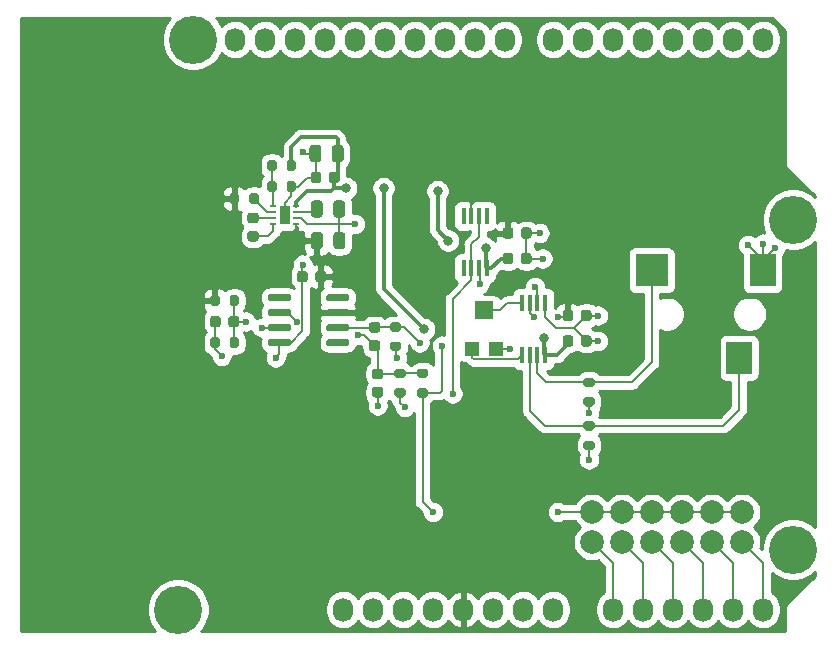
<source format=gbr>
G04 #@! TF.GenerationSoftware,KiCad,Pcbnew,(5.1.8)-1*
G04 #@! TF.CreationDate,2021-04-08T11:54:22-05:00*
G04 #@! TF.ProjectId,DEVLPR,4445564c-5052-42e6-9b69-6361645f7063,rev?*
G04 #@! TF.SameCoordinates,Original*
G04 #@! TF.FileFunction,Copper,L1,Top*
G04 #@! TF.FilePolarity,Positive*
%FSLAX46Y46*%
G04 Gerber Fmt 4.6, Leading zero omitted, Abs format (unit mm)*
G04 Created by KiCad (PCBNEW (5.1.8)-1) date 2021-04-08 11:54:22*
%MOMM*%
%LPD*%
G01*
G04 APERTURE LIST*
G04 #@! TA.AperFunction,SMDPad,CuDef*
%ADD10R,2.800000X2.800000*%
G04 #@! TD*
G04 #@! TA.AperFunction,SMDPad,CuDef*
%ADD11R,2.200000X2.800000*%
G04 #@! TD*
G04 #@! TA.AperFunction,ComponentPad*
%ADD12C,2.000000*%
G04 #@! TD*
G04 #@! TA.AperFunction,SMDPad,CuDef*
%ADD13R,0.450000X1.450000*%
G04 #@! TD*
G04 #@! TA.AperFunction,SMDPad,CuDef*
%ADD14R,0.500000X0.250000*%
G04 #@! TD*
G04 #@! TA.AperFunction,SMDPad,CuDef*
%ADD15R,0.900000X1.600000*%
G04 #@! TD*
G04 #@! TA.AperFunction,SMDPad,CuDef*
%ADD16R,1.200000X1.200000*%
G04 #@! TD*
G04 #@! TA.AperFunction,SMDPad,CuDef*
%ADD17R,1.600000X1.500000*%
G04 #@! TD*
G04 #@! TA.AperFunction,ComponentPad*
%ADD18O,1.727200X2.032000*%
G04 #@! TD*
G04 #@! TA.AperFunction,ComponentPad*
%ADD19C,4.064000*%
G04 #@! TD*
G04 #@! TA.AperFunction,ViaPad*
%ADD20C,0.600000*%
G04 #@! TD*
G04 #@! TA.AperFunction,ViaPad*
%ADD21C,0.800000*%
G04 #@! TD*
G04 #@! TA.AperFunction,Conductor*
%ADD22C,0.200000*%
G04 #@! TD*
G04 #@! TA.AperFunction,Conductor*
%ADD23C,0.300000*%
G04 #@! TD*
G04 #@! TA.AperFunction,Conductor*
%ADD24C,0.254000*%
G04 #@! TD*
G04 #@! TA.AperFunction,Conductor*
%ADD25C,0.100000*%
G04 #@! TD*
G04 APERTURE END LIST*
G04 #@! TA.AperFunction,SMDPad,CuDef*
G36*
G01*
X158425000Y-100842000D02*
X158425000Y-101342000D01*
G75*
G02*
X158200000Y-101567000I-225000J0D01*
G01*
X157750000Y-101567000D01*
G75*
G02*
X157525000Y-101342000I0J225000D01*
G01*
X157525000Y-100842000D01*
G75*
G02*
X157750000Y-100617000I225000J0D01*
G01*
X158200000Y-100617000D01*
G75*
G02*
X158425000Y-100842000I0J-225000D01*
G01*
G37*
G04 #@! TD.AperFunction*
G04 #@! TA.AperFunction,SMDPad,CuDef*
G36*
G01*
X159975000Y-100842000D02*
X159975000Y-101342000D01*
G75*
G02*
X159750000Y-101567000I-225000J0D01*
G01*
X159300000Y-101567000D01*
G75*
G02*
X159075000Y-101342000I0J225000D01*
G01*
X159075000Y-100842000D01*
G75*
G02*
X159300000Y-100617000I225000J0D01*
G01*
X159750000Y-100617000D01*
G75*
G02*
X159975000Y-100842000I0J-225000D01*
G01*
G37*
G04 #@! TD.AperFunction*
D10*
X165066000Y-95106000D03*
D11*
X174466000Y-95106000D03*
X172466000Y-102506000D03*
D12*
X172720000Y-118110000D03*
X170180000Y-118110000D03*
X167640000Y-118110000D03*
X165100000Y-118110000D03*
X162560000Y-118110000D03*
X160020000Y-118110000D03*
X160020000Y-115570000D03*
X162560000Y-115570000D03*
X165100000Y-115570000D03*
X167640000Y-115570000D03*
X170180000Y-115570000D03*
X172720000Y-115570000D03*
G04 #@! TA.AperFunction,SMDPad,CuDef*
G36*
G01*
X137517000Y-97559000D02*
X137517000Y-97259000D01*
G75*
G02*
X137667000Y-97109000I150000J0D01*
G01*
X139317000Y-97109000D01*
G75*
G02*
X139467000Y-97259000I0J-150000D01*
G01*
X139467000Y-97559000D01*
G75*
G02*
X139317000Y-97709000I-150000J0D01*
G01*
X137667000Y-97709000D01*
G75*
G02*
X137517000Y-97559000I0J150000D01*
G01*
G37*
G04 #@! TD.AperFunction*
G04 #@! TA.AperFunction,SMDPad,CuDef*
G36*
G01*
X137517000Y-98829000D02*
X137517000Y-98529000D01*
G75*
G02*
X137667000Y-98379000I150000J0D01*
G01*
X139317000Y-98379000D01*
G75*
G02*
X139467000Y-98529000I0J-150000D01*
G01*
X139467000Y-98829000D01*
G75*
G02*
X139317000Y-98979000I-150000J0D01*
G01*
X137667000Y-98979000D01*
G75*
G02*
X137517000Y-98829000I0J150000D01*
G01*
G37*
G04 #@! TD.AperFunction*
G04 #@! TA.AperFunction,SMDPad,CuDef*
G36*
G01*
X137517000Y-100099000D02*
X137517000Y-99799000D01*
G75*
G02*
X137667000Y-99649000I150000J0D01*
G01*
X139317000Y-99649000D01*
G75*
G02*
X139467000Y-99799000I0J-150000D01*
G01*
X139467000Y-100099000D01*
G75*
G02*
X139317000Y-100249000I-150000J0D01*
G01*
X137667000Y-100249000D01*
G75*
G02*
X137517000Y-100099000I0J150000D01*
G01*
G37*
G04 #@! TD.AperFunction*
G04 #@! TA.AperFunction,SMDPad,CuDef*
G36*
G01*
X137517000Y-101369000D02*
X137517000Y-101069000D01*
G75*
G02*
X137667000Y-100919000I150000J0D01*
G01*
X139317000Y-100919000D01*
G75*
G02*
X139467000Y-101069000I0J-150000D01*
G01*
X139467000Y-101369000D01*
G75*
G02*
X139317000Y-101519000I-150000J0D01*
G01*
X137667000Y-101519000D01*
G75*
G02*
X137517000Y-101369000I0J150000D01*
G01*
G37*
G04 #@! TD.AperFunction*
G04 #@! TA.AperFunction,SMDPad,CuDef*
G36*
G01*
X132567000Y-101369000D02*
X132567000Y-101069000D01*
G75*
G02*
X132717000Y-100919000I150000J0D01*
G01*
X134367000Y-100919000D01*
G75*
G02*
X134517000Y-101069000I0J-150000D01*
G01*
X134517000Y-101369000D01*
G75*
G02*
X134367000Y-101519000I-150000J0D01*
G01*
X132717000Y-101519000D01*
G75*
G02*
X132567000Y-101369000I0J150000D01*
G01*
G37*
G04 #@! TD.AperFunction*
G04 #@! TA.AperFunction,SMDPad,CuDef*
G36*
G01*
X132567000Y-100099000D02*
X132567000Y-99799000D01*
G75*
G02*
X132717000Y-99649000I150000J0D01*
G01*
X134367000Y-99649000D01*
G75*
G02*
X134517000Y-99799000I0J-150000D01*
G01*
X134517000Y-100099000D01*
G75*
G02*
X134367000Y-100249000I-150000J0D01*
G01*
X132717000Y-100249000D01*
G75*
G02*
X132567000Y-100099000I0J150000D01*
G01*
G37*
G04 #@! TD.AperFunction*
G04 #@! TA.AperFunction,SMDPad,CuDef*
G36*
G01*
X132567000Y-98829000D02*
X132567000Y-98529000D01*
G75*
G02*
X132717000Y-98379000I150000J0D01*
G01*
X134367000Y-98379000D01*
G75*
G02*
X134517000Y-98529000I0J-150000D01*
G01*
X134517000Y-98829000D01*
G75*
G02*
X134367000Y-98979000I-150000J0D01*
G01*
X132717000Y-98979000D01*
G75*
G02*
X132567000Y-98829000I0J150000D01*
G01*
G37*
G04 #@! TD.AperFunction*
G04 #@! TA.AperFunction,SMDPad,CuDef*
G36*
G01*
X132567000Y-97559000D02*
X132567000Y-97259000D01*
G75*
G02*
X132717000Y-97109000I150000J0D01*
G01*
X134367000Y-97109000D01*
G75*
G02*
X134517000Y-97259000I0J-150000D01*
G01*
X134517000Y-97559000D01*
G75*
G02*
X134367000Y-97709000I-150000J0D01*
G01*
X132717000Y-97709000D01*
G75*
G02*
X132567000Y-97559000I0J150000D01*
G01*
G37*
G04 #@! TD.AperFunction*
D13*
X154092000Y-97876000D03*
X154742000Y-97876000D03*
X155392000Y-97876000D03*
X156042000Y-97876000D03*
X156042000Y-102276000D03*
X155392000Y-102276000D03*
X154742000Y-102276000D03*
X154092000Y-102276000D03*
X149139000Y-90510000D03*
X149789000Y-90510000D03*
X150439000Y-90510000D03*
X151089000Y-90510000D03*
X151089000Y-94910000D03*
X150439000Y-94910000D03*
X149789000Y-94910000D03*
X149139000Y-94910000D03*
D14*
X133035000Y-90174000D03*
X133035000Y-89674000D03*
X134935000Y-89674000D03*
X134935000Y-90674000D03*
X134935000Y-91174000D03*
D15*
X133985000Y-90424000D03*
D14*
X133035000Y-91174000D03*
X133035000Y-90674000D03*
X134935000Y-90174000D03*
G04 #@! TA.AperFunction,SMDPad,CuDef*
G36*
G01*
X137091000Y-84742000D02*
X137091000Y-85692000D01*
G75*
G02*
X136841000Y-85942000I-250000J0D01*
G01*
X136341000Y-85942000D01*
G75*
G02*
X136091000Y-85692000I0J250000D01*
G01*
X136091000Y-84742000D01*
G75*
G02*
X136341000Y-84492000I250000J0D01*
G01*
X136841000Y-84492000D01*
G75*
G02*
X137091000Y-84742000I0J-250000D01*
G01*
G37*
G04 #@! TD.AperFunction*
G04 #@! TA.AperFunction,SMDPad,CuDef*
G36*
G01*
X138991000Y-84742000D02*
X138991000Y-85692000D01*
G75*
G02*
X138741000Y-85942000I-250000J0D01*
G01*
X138241000Y-85942000D01*
G75*
G02*
X137991000Y-85692000I0J250000D01*
G01*
X137991000Y-84742000D01*
G75*
G02*
X138241000Y-84492000I250000J0D01*
G01*
X138741000Y-84492000D01*
G75*
G02*
X138991000Y-84742000I0J-250000D01*
G01*
G37*
G04 #@! TD.AperFunction*
G04 #@! TA.AperFunction,SMDPad,CuDef*
G36*
G01*
X138118000Y-90391000D02*
X138118000Y-89441000D01*
G75*
G02*
X138368000Y-89191000I250000J0D01*
G01*
X138868000Y-89191000D01*
G75*
G02*
X139118000Y-89441000I0J-250000D01*
G01*
X139118000Y-90391000D01*
G75*
G02*
X138868000Y-90641000I-250000J0D01*
G01*
X138368000Y-90641000D01*
G75*
G02*
X138118000Y-90391000I0J250000D01*
G01*
G37*
G04 #@! TD.AperFunction*
G04 #@! TA.AperFunction,SMDPad,CuDef*
G36*
G01*
X136218000Y-90391000D02*
X136218000Y-89441000D01*
G75*
G02*
X136468000Y-89191000I250000J0D01*
G01*
X136968000Y-89191000D01*
G75*
G02*
X137218000Y-89441000I0J-250000D01*
G01*
X137218000Y-90391000D01*
G75*
G02*
X136968000Y-90641000I-250000J0D01*
G01*
X136468000Y-90641000D01*
G75*
G02*
X136218000Y-90391000I0J250000D01*
G01*
G37*
G04 #@! TD.AperFunction*
G04 #@! TA.AperFunction,SMDPad,CuDef*
G36*
G01*
X138118000Y-93058000D02*
X138118000Y-92108000D01*
G75*
G02*
X138368000Y-91858000I250000J0D01*
G01*
X138868000Y-91858000D01*
G75*
G02*
X139118000Y-92108000I0J-250000D01*
G01*
X139118000Y-93058000D01*
G75*
G02*
X138868000Y-93308000I-250000J0D01*
G01*
X138368000Y-93308000D01*
G75*
G02*
X138118000Y-93058000I0J250000D01*
G01*
G37*
G04 #@! TD.AperFunction*
G04 #@! TA.AperFunction,SMDPad,CuDef*
G36*
G01*
X136218000Y-93058000D02*
X136218000Y-92108000D01*
G75*
G02*
X136468000Y-91858000I250000J0D01*
G01*
X136968000Y-91858000D01*
G75*
G02*
X137218000Y-92108000I0J-250000D01*
G01*
X137218000Y-93058000D01*
G75*
G02*
X136968000Y-93308000I-250000J0D01*
G01*
X136468000Y-93308000D01*
G75*
G02*
X136218000Y-93058000I0J250000D01*
G01*
G37*
G04 #@! TD.AperFunction*
G04 #@! TA.AperFunction,SMDPad,CuDef*
G36*
G01*
X160041000Y-108668000D02*
X159491000Y-108668000D01*
G75*
G02*
X159291000Y-108468000I0J200000D01*
G01*
X159291000Y-108068000D01*
G75*
G02*
X159491000Y-107868000I200000J0D01*
G01*
X160041000Y-107868000D01*
G75*
G02*
X160241000Y-108068000I0J-200000D01*
G01*
X160241000Y-108468000D01*
G75*
G02*
X160041000Y-108668000I-200000J0D01*
G01*
G37*
G04 #@! TD.AperFunction*
G04 #@! TA.AperFunction,SMDPad,CuDef*
G36*
G01*
X160041000Y-110318000D02*
X159491000Y-110318000D01*
G75*
G02*
X159291000Y-110118000I0J200000D01*
G01*
X159291000Y-109718000D01*
G75*
G02*
X159491000Y-109518000I200000J0D01*
G01*
X160041000Y-109518000D01*
G75*
G02*
X160241000Y-109718000I0J-200000D01*
G01*
X160241000Y-110118000D01*
G75*
G02*
X160041000Y-110318000I-200000J0D01*
G01*
G37*
G04 #@! TD.AperFunction*
G04 #@! TA.AperFunction,SMDPad,CuDef*
G36*
G01*
X145944000Y-104223000D02*
X145394000Y-104223000D01*
G75*
G02*
X145194000Y-104023000I0J200000D01*
G01*
X145194000Y-103623000D01*
G75*
G02*
X145394000Y-103423000I200000J0D01*
G01*
X145944000Y-103423000D01*
G75*
G02*
X146144000Y-103623000I0J-200000D01*
G01*
X146144000Y-104023000D01*
G75*
G02*
X145944000Y-104223000I-200000J0D01*
G01*
G37*
G04 #@! TD.AperFunction*
G04 #@! TA.AperFunction,SMDPad,CuDef*
G36*
G01*
X145944000Y-105873000D02*
X145394000Y-105873000D01*
G75*
G02*
X145194000Y-105673000I0J200000D01*
G01*
X145194000Y-105273000D01*
G75*
G02*
X145394000Y-105073000I200000J0D01*
G01*
X145944000Y-105073000D01*
G75*
G02*
X146144000Y-105273000I0J-200000D01*
G01*
X146144000Y-105673000D01*
G75*
G02*
X145944000Y-105873000I-200000J0D01*
G01*
G37*
G04 #@! TD.AperFunction*
G04 #@! TA.AperFunction,SMDPad,CuDef*
G36*
G01*
X143489000Y-105073000D02*
X144039000Y-105073000D01*
G75*
G02*
X144239000Y-105273000I0J-200000D01*
G01*
X144239000Y-105673000D01*
G75*
G02*
X144039000Y-105873000I-200000J0D01*
G01*
X143489000Y-105873000D01*
G75*
G02*
X143289000Y-105673000I0J200000D01*
G01*
X143289000Y-105273000D01*
G75*
G02*
X143489000Y-105073000I200000J0D01*
G01*
G37*
G04 #@! TD.AperFunction*
G04 #@! TA.AperFunction,SMDPad,CuDef*
G36*
G01*
X143489000Y-103423000D02*
X144039000Y-103423000D01*
G75*
G02*
X144239000Y-103623000I0J-200000D01*
G01*
X144239000Y-104023000D01*
G75*
G02*
X144039000Y-104223000I-200000J0D01*
G01*
X143489000Y-104223000D01*
G75*
G02*
X143289000Y-104023000I0J200000D01*
G01*
X143289000Y-103623000D01*
G75*
G02*
X143489000Y-103423000I200000J0D01*
G01*
G37*
G04 #@! TD.AperFunction*
G04 #@! TA.AperFunction,SMDPad,CuDef*
G36*
G01*
X128480000Y-100944000D02*
X128480000Y-101494000D01*
G75*
G02*
X128280000Y-101694000I-200000J0D01*
G01*
X127880000Y-101694000D01*
G75*
G02*
X127680000Y-101494000I0J200000D01*
G01*
X127680000Y-100944000D01*
G75*
G02*
X127880000Y-100744000I200000J0D01*
G01*
X128280000Y-100744000D01*
G75*
G02*
X128480000Y-100944000I0J-200000D01*
G01*
G37*
G04 #@! TD.AperFunction*
G04 #@! TA.AperFunction,SMDPad,CuDef*
G36*
G01*
X130130000Y-100944000D02*
X130130000Y-101494000D01*
G75*
G02*
X129930000Y-101694000I-200000J0D01*
G01*
X129530000Y-101694000D01*
G75*
G02*
X129330000Y-101494000I0J200000D01*
G01*
X129330000Y-100944000D01*
G75*
G02*
X129530000Y-100744000I200000J0D01*
G01*
X129930000Y-100744000D01*
G75*
G02*
X130130000Y-100944000I0J-200000D01*
G01*
G37*
G04 #@! TD.AperFunction*
G04 #@! TA.AperFunction,SMDPad,CuDef*
G36*
G01*
X160041000Y-104985000D02*
X159491000Y-104985000D01*
G75*
G02*
X159291000Y-104785000I0J200000D01*
G01*
X159291000Y-104385000D01*
G75*
G02*
X159491000Y-104185000I200000J0D01*
G01*
X160041000Y-104185000D01*
G75*
G02*
X160241000Y-104385000I0J-200000D01*
G01*
X160241000Y-104785000D01*
G75*
G02*
X160041000Y-104985000I-200000J0D01*
G01*
G37*
G04 #@! TD.AperFunction*
G04 #@! TA.AperFunction,SMDPad,CuDef*
G36*
G01*
X160041000Y-106635000D02*
X159491000Y-106635000D01*
G75*
G02*
X159291000Y-106435000I0J200000D01*
G01*
X159291000Y-106035000D01*
G75*
G02*
X159491000Y-105835000I200000J0D01*
G01*
X160041000Y-105835000D01*
G75*
G02*
X160241000Y-106035000I0J-200000D01*
G01*
X160241000Y-106435000D01*
G75*
G02*
X160041000Y-106635000I-200000J0D01*
G01*
G37*
G04 #@! TD.AperFunction*
G04 #@! TA.AperFunction,SMDPad,CuDef*
G36*
G01*
X128480000Y-97388000D02*
X128480000Y-97938000D01*
G75*
G02*
X128280000Y-98138000I-200000J0D01*
G01*
X127880000Y-98138000D01*
G75*
G02*
X127680000Y-97938000I0J200000D01*
G01*
X127680000Y-97388000D01*
G75*
G02*
X127880000Y-97188000I200000J0D01*
G01*
X128280000Y-97188000D01*
G75*
G02*
X128480000Y-97388000I0J-200000D01*
G01*
G37*
G04 #@! TD.AperFunction*
G04 #@! TA.AperFunction,SMDPad,CuDef*
G36*
G01*
X130130000Y-97388000D02*
X130130000Y-97938000D01*
G75*
G02*
X129930000Y-98138000I-200000J0D01*
G01*
X129530000Y-98138000D01*
G75*
G02*
X129330000Y-97938000I0J200000D01*
G01*
X129330000Y-97388000D01*
G75*
G02*
X129530000Y-97188000I200000J0D01*
G01*
X129930000Y-97188000D01*
G75*
G02*
X130130000Y-97388000I0J-200000D01*
G01*
G37*
G04 #@! TD.AperFunction*
G04 #@! TA.AperFunction,SMDPad,CuDef*
G36*
G01*
X134156000Y-88286000D02*
X134156000Y-87736000D01*
G75*
G02*
X134356000Y-87536000I200000J0D01*
G01*
X134756000Y-87536000D01*
G75*
G02*
X134956000Y-87736000I0J-200000D01*
G01*
X134956000Y-88286000D01*
G75*
G02*
X134756000Y-88486000I-200000J0D01*
G01*
X134356000Y-88486000D01*
G75*
G02*
X134156000Y-88286000I0J200000D01*
G01*
G37*
G04 #@! TD.AperFunction*
G04 #@! TA.AperFunction,SMDPad,CuDef*
G36*
G01*
X132506000Y-88286000D02*
X132506000Y-87736000D01*
G75*
G02*
X132706000Y-87536000I200000J0D01*
G01*
X133106000Y-87536000D01*
G75*
G02*
X133306000Y-87736000I0J-200000D01*
G01*
X133306000Y-88286000D01*
G75*
G02*
X133106000Y-88486000I-200000J0D01*
G01*
X132706000Y-88486000D01*
G75*
G02*
X132506000Y-88286000I0J200000D01*
G01*
G37*
G04 #@! TD.AperFunction*
G04 #@! TA.AperFunction,SMDPad,CuDef*
G36*
G01*
X133306000Y-85958000D02*
X133306000Y-86508000D01*
G75*
G02*
X133106000Y-86708000I-200000J0D01*
G01*
X132706000Y-86708000D01*
G75*
G02*
X132506000Y-86508000I0J200000D01*
G01*
X132506000Y-85958000D01*
G75*
G02*
X132706000Y-85758000I200000J0D01*
G01*
X133106000Y-85758000D01*
G75*
G02*
X133306000Y-85958000I0J-200000D01*
G01*
G37*
G04 #@! TD.AperFunction*
G04 #@! TA.AperFunction,SMDPad,CuDef*
G36*
G01*
X134956000Y-85958000D02*
X134956000Y-86508000D01*
G75*
G02*
X134756000Y-86708000I-200000J0D01*
G01*
X134356000Y-86708000D01*
G75*
G02*
X134156000Y-86508000I0J200000D01*
G01*
X134156000Y-85958000D01*
G75*
G02*
X134356000Y-85758000I200000J0D01*
G01*
X134756000Y-85758000D01*
G75*
G02*
X134956000Y-85958000I0J-200000D01*
G01*
G37*
G04 #@! TD.AperFunction*
G04 #@! TA.AperFunction,SMDPad,CuDef*
G36*
G01*
X130131000Y-88752000D02*
X130131000Y-89302000D01*
G75*
G02*
X129931000Y-89502000I-200000J0D01*
G01*
X129531000Y-89502000D01*
G75*
G02*
X129331000Y-89302000I0J200000D01*
G01*
X129331000Y-88752000D01*
G75*
G02*
X129531000Y-88552000I200000J0D01*
G01*
X129931000Y-88552000D01*
G75*
G02*
X130131000Y-88752000I0J-200000D01*
G01*
G37*
G04 #@! TD.AperFunction*
G04 #@! TA.AperFunction,SMDPad,CuDef*
G36*
G01*
X131781000Y-88752000D02*
X131781000Y-89302000D01*
G75*
G02*
X131581000Y-89502000I-200000J0D01*
G01*
X131181000Y-89502000D01*
G75*
G02*
X130981000Y-89302000I0J200000D01*
G01*
X130981000Y-88752000D01*
G75*
G02*
X131181000Y-88552000I200000J0D01*
G01*
X131581000Y-88552000D01*
G75*
G02*
X131781000Y-88752000I0J-200000D01*
G01*
G37*
G04 #@! TD.AperFunction*
G04 #@! TA.AperFunction,SMDPad,CuDef*
G36*
G01*
X137739000Y-87499000D02*
X137739000Y-86999000D01*
G75*
G02*
X137964000Y-86774000I225000J0D01*
G01*
X138414000Y-86774000D01*
G75*
G02*
X138639000Y-86999000I0J-225000D01*
G01*
X138639000Y-87499000D01*
G75*
G02*
X138414000Y-87724000I-225000J0D01*
G01*
X137964000Y-87724000D01*
G75*
G02*
X137739000Y-87499000I0J225000D01*
G01*
G37*
G04 #@! TD.AperFunction*
G04 #@! TA.AperFunction,SMDPad,CuDef*
G36*
G01*
X136189000Y-87499000D02*
X136189000Y-86999000D01*
G75*
G02*
X136414000Y-86774000I225000J0D01*
G01*
X136864000Y-86774000D01*
G75*
G02*
X137089000Y-86999000I0J-225000D01*
G01*
X137089000Y-87499000D01*
G75*
G02*
X136864000Y-87724000I-225000J0D01*
G01*
X136414000Y-87724000D01*
G75*
G02*
X136189000Y-87499000I0J225000D01*
G01*
G37*
G04 #@! TD.AperFunction*
G04 #@! TA.AperFunction,SMDPad,CuDef*
G36*
G01*
X131068000Y-91765000D02*
X131568000Y-91765000D01*
G75*
G02*
X131793000Y-91990000I0J-225000D01*
G01*
X131793000Y-92440000D01*
G75*
G02*
X131568000Y-92665000I-225000J0D01*
G01*
X131068000Y-92665000D01*
G75*
G02*
X130843000Y-92440000I0J225000D01*
G01*
X130843000Y-91990000D01*
G75*
G02*
X131068000Y-91765000I225000J0D01*
G01*
G37*
G04 #@! TD.AperFunction*
G04 #@! TA.AperFunction,SMDPad,CuDef*
G36*
G01*
X131068000Y-90215000D02*
X131568000Y-90215000D01*
G75*
G02*
X131793000Y-90440000I0J-225000D01*
G01*
X131793000Y-90890000D01*
G75*
G02*
X131568000Y-91115000I-225000J0D01*
G01*
X131068000Y-91115000D01*
G75*
G02*
X130843000Y-90890000I0J225000D01*
G01*
X130843000Y-90440000D01*
G75*
G02*
X131068000Y-90215000I225000J0D01*
G01*
G37*
G04 #@! TD.AperFunction*
G04 #@! TA.AperFunction,SMDPad,CuDef*
G36*
G01*
X143108000Y-101136000D02*
X143658000Y-101136000D01*
G75*
G02*
X143858000Y-101336000I0J-200000D01*
G01*
X143858000Y-101736000D01*
G75*
G02*
X143658000Y-101936000I-200000J0D01*
G01*
X143108000Y-101936000D01*
G75*
G02*
X142908000Y-101736000I0J200000D01*
G01*
X142908000Y-101336000D01*
G75*
G02*
X143108000Y-101136000I200000J0D01*
G01*
G37*
G04 #@! TD.AperFunction*
G04 #@! TA.AperFunction,SMDPad,CuDef*
G36*
G01*
X143108000Y-99486000D02*
X143658000Y-99486000D01*
G75*
G02*
X143858000Y-99686000I0J-200000D01*
G01*
X143858000Y-100086000D01*
G75*
G02*
X143658000Y-100286000I-200000J0D01*
G01*
X143108000Y-100286000D01*
G75*
G02*
X142908000Y-100086000I0J200000D01*
G01*
X142908000Y-99686000D01*
G75*
G02*
X143108000Y-99486000I200000J0D01*
G01*
G37*
G04 #@! TD.AperFunction*
D16*
X151876000Y-101749000D03*
X149876000Y-101749000D03*
D17*
X150876000Y-98499000D03*
G04 #@! TA.AperFunction,SMDPad,CuDef*
G36*
G01*
X158425000Y-98683000D02*
X158425000Y-99183000D01*
G75*
G02*
X158200000Y-99408000I-225000J0D01*
G01*
X157750000Y-99408000D01*
G75*
G02*
X157525000Y-99183000I0J225000D01*
G01*
X157525000Y-98683000D01*
G75*
G02*
X157750000Y-98458000I225000J0D01*
G01*
X158200000Y-98458000D01*
G75*
G02*
X158425000Y-98683000I0J-225000D01*
G01*
G37*
G04 #@! TD.AperFunction*
G04 #@! TA.AperFunction,SMDPad,CuDef*
G36*
G01*
X159975000Y-98683000D02*
X159975000Y-99183000D01*
G75*
G02*
X159750000Y-99408000I-225000J0D01*
G01*
X159300000Y-99408000D01*
G75*
G02*
X159075000Y-99183000I0J225000D01*
G01*
X159075000Y-98683000D01*
G75*
G02*
X159300000Y-98458000I225000J0D01*
G01*
X159750000Y-98458000D01*
G75*
G02*
X159975000Y-98683000I0J-225000D01*
G01*
G37*
G04 #@! TD.AperFunction*
G04 #@! TA.AperFunction,SMDPad,CuDef*
G36*
G01*
X141355000Y-101036000D02*
X141855000Y-101036000D01*
G75*
G02*
X142080000Y-101261000I0J-225000D01*
G01*
X142080000Y-101711000D01*
G75*
G02*
X141855000Y-101936000I-225000J0D01*
G01*
X141355000Y-101936000D01*
G75*
G02*
X141130000Y-101711000I0J225000D01*
G01*
X141130000Y-101261000D01*
G75*
G02*
X141355000Y-101036000I225000J0D01*
G01*
G37*
G04 #@! TD.AperFunction*
G04 #@! TA.AperFunction,SMDPad,CuDef*
G36*
G01*
X141355000Y-99486000D02*
X141855000Y-99486000D01*
G75*
G02*
X142080000Y-99711000I0J-225000D01*
G01*
X142080000Y-100161000D01*
G75*
G02*
X141855000Y-100386000I-225000J0D01*
G01*
X141355000Y-100386000D01*
G75*
G02*
X141130000Y-100161000I0J225000D01*
G01*
X141130000Y-99711000D01*
G75*
G02*
X141355000Y-99486000I225000J0D01*
G01*
G37*
G04 #@! TD.AperFunction*
G04 #@! TA.AperFunction,SMDPad,CuDef*
G36*
G01*
X153345000Y-93857000D02*
X153345000Y-94357000D01*
G75*
G02*
X153120000Y-94582000I-225000J0D01*
G01*
X152670000Y-94582000D01*
G75*
G02*
X152445000Y-94357000I0J225000D01*
G01*
X152445000Y-93857000D01*
G75*
G02*
X152670000Y-93632000I225000J0D01*
G01*
X153120000Y-93632000D01*
G75*
G02*
X153345000Y-93857000I0J-225000D01*
G01*
G37*
G04 #@! TD.AperFunction*
G04 #@! TA.AperFunction,SMDPad,CuDef*
G36*
G01*
X154895000Y-93857000D02*
X154895000Y-94357000D01*
G75*
G02*
X154670000Y-94582000I-225000J0D01*
G01*
X154220000Y-94582000D01*
G75*
G02*
X153995000Y-94357000I0J225000D01*
G01*
X153995000Y-93857000D01*
G75*
G02*
X154220000Y-93632000I225000J0D01*
G01*
X154670000Y-93632000D01*
G75*
G02*
X154895000Y-93857000I0J-225000D01*
G01*
G37*
G04 #@! TD.AperFunction*
G04 #@! TA.AperFunction,SMDPad,CuDef*
G36*
G01*
X142109000Y-104323000D02*
X141609000Y-104323000D01*
G75*
G02*
X141384000Y-104098000I0J225000D01*
G01*
X141384000Y-103648000D01*
G75*
G02*
X141609000Y-103423000I225000J0D01*
G01*
X142109000Y-103423000D01*
G75*
G02*
X142334000Y-103648000I0J-225000D01*
G01*
X142334000Y-104098000D01*
G75*
G02*
X142109000Y-104323000I-225000J0D01*
G01*
G37*
G04 #@! TD.AperFunction*
G04 #@! TA.AperFunction,SMDPad,CuDef*
G36*
G01*
X142109000Y-105873000D02*
X141609000Y-105873000D01*
G75*
G02*
X141384000Y-105648000I0J225000D01*
G01*
X141384000Y-105198000D01*
G75*
G02*
X141609000Y-104973000I225000J0D01*
G01*
X142109000Y-104973000D01*
G75*
G02*
X142334000Y-105198000I0J-225000D01*
G01*
X142334000Y-105648000D01*
G75*
G02*
X142109000Y-105873000I-225000J0D01*
G01*
G37*
G04 #@! TD.AperFunction*
G04 #@! TA.AperFunction,SMDPad,CuDef*
G36*
G01*
X136596000Y-95881000D02*
X136596000Y-95381000D01*
G75*
G02*
X136821000Y-95156000I225000J0D01*
G01*
X137271000Y-95156000D01*
G75*
G02*
X137496000Y-95381000I0J-225000D01*
G01*
X137496000Y-95881000D01*
G75*
G02*
X137271000Y-96106000I-225000J0D01*
G01*
X136821000Y-96106000D01*
G75*
G02*
X136596000Y-95881000I0J225000D01*
G01*
G37*
G04 #@! TD.AperFunction*
G04 #@! TA.AperFunction,SMDPad,CuDef*
G36*
G01*
X135046000Y-95881000D02*
X135046000Y-95381000D01*
G75*
G02*
X135271000Y-95156000I225000J0D01*
G01*
X135721000Y-95156000D01*
G75*
G02*
X135946000Y-95381000I0J-225000D01*
G01*
X135946000Y-95881000D01*
G75*
G02*
X135721000Y-96106000I-225000J0D01*
G01*
X135271000Y-96106000D01*
G75*
G02*
X135046000Y-95881000I0J225000D01*
G01*
G37*
G04 #@! TD.AperFunction*
G04 #@! TA.AperFunction,SMDPad,CuDef*
G36*
G01*
X129230000Y-99691000D02*
X129230000Y-99191000D01*
G75*
G02*
X129455000Y-98966000I225000J0D01*
G01*
X129905000Y-98966000D01*
G75*
G02*
X130130000Y-99191000I0J-225000D01*
G01*
X130130000Y-99691000D01*
G75*
G02*
X129905000Y-99916000I-225000J0D01*
G01*
X129455000Y-99916000D01*
G75*
G02*
X129230000Y-99691000I0J225000D01*
G01*
G37*
G04 #@! TD.AperFunction*
G04 #@! TA.AperFunction,SMDPad,CuDef*
G36*
G01*
X127680000Y-99691000D02*
X127680000Y-99191000D01*
G75*
G02*
X127905000Y-98966000I225000J0D01*
G01*
X128355000Y-98966000D01*
G75*
G02*
X128580000Y-99191000I0J-225000D01*
G01*
X128580000Y-99691000D01*
G75*
G02*
X128355000Y-99916000I-225000J0D01*
G01*
X127905000Y-99916000D01*
G75*
G02*
X127680000Y-99691000I0J225000D01*
G01*
G37*
G04 #@! TD.AperFunction*
G04 #@! TA.AperFunction,SMDPad,CuDef*
G36*
G01*
X153345000Y-91698000D02*
X153345000Y-92198000D01*
G75*
G02*
X153120000Y-92423000I-225000J0D01*
G01*
X152670000Y-92423000D01*
G75*
G02*
X152445000Y-92198000I0J225000D01*
G01*
X152445000Y-91698000D01*
G75*
G02*
X152670000Y-91473000I225000J0D01*
G01*
X153120000Y-91473000D01*
G75*
G02*
X153345000Y-91698000I0J-225000D01*
G01*
G37*
G04 #@! TD.AperFunction*
G04 #@! TA.AperFunction,SMDPad,CuDef*
G36*
G01*
X154895000Y-91698000D02*
X154895000Y-92198000D01*
G75*
G02*
X154670000Y-92423000I-225000J0D01*
G01*
X154220000Y-92423000D01*
G75*
G02*
X153995000Y-92198000I0J225000D01*
G01*
X153995000Y-91698000D01*
G75*
G02*
X154220000Y-91473000I225000J0D01*
G01*
X154670000Y-91473000D01*
G75*
G02*
X154895000Y-91698000I0J-225000D01*
G01*
G37*
G04 #@! TD.AperFunction*
D18*
X138938000Y-123825000D03*
X141478000Y-123825000D03*
X144018000Y-123825000D03*
X146558000Y-123825000D03*
X149098000Y-123825000D03*
X151638000Y-123825000D03*
X154178000Y-123825000D03*
X156718000Y-123825000D03*
X161798000Y-123825000D03*
X164338000Y-123825000D03*
X166878000Y-123825000D03*
X169418000Y-123825000D03*
X171958000Y-123825000D03*
X174498000Y-123825000D03*
X129794000Y-75565000D03*
X132334000Y-75565000D03*
X134874000Y-75565000D03*
X137414000Y-75565000D03*
X139954000Y-75565000D03*
X142494000Y-75565000D03*
X145034000Y-75565000D03*
X147574000Y-75565000D03*
X150114000Y-75565000D03*
X152654000Y-75565000D03*
X156718000Y-75565000D03*
X159258000Y-75565000D03*
X161798000Y-75565000D03*
X164338000Y-75565000D03*
X166878000Y-75565000D03*
X169418000Y-75565000D03*
X171958000Y-75565000D03*
X174498000Y-75565000D03*
D19*
X124968000Y-123825000D03*
X177038000Y-118745000D03*
X126238000Y-75565000D03*
X177038000Y-90805000D03*
D20*
X155067000Y-99060000D03*
X157099000Y-99060000D03*
X139954000Y-91186000D03*
X133223000Y-102489000D03*
X128651000Y-102362000D03*
X135509000Y-94615000D03*
X159766000Y-111125000D03*
X159766000Y-107188000D03*
X160528000Y-101092000D03*
X160528000Y-98933000D03*
X143510000Y-102489000D03*
X141859000Y-106553000D03*
X173228000Y-92964000D03*
X174498000Y-92837000D03*
X175514000Y-93218000D03*
X155829000Y-94107000D03*
X155575000Y-91948000D03*
X153035000Y-101727000D03*
X135509000Y-85090000D03*
X155194000Y-96520000D03*
X150495000Y-96266000D03*
D21*
X139192000Y-88138000D03*
X146939000Y-88392000D03*
X147828000Y-92583000D03*
X151003000Y-93218000D03*
X142367000Y-88138000D03*
X145796000Y-100076000D03*
X155956000Y-100838000D03*
D20*
X130683000Y-99441000D03*
X132080000Y-99949000D03*
X135001000Y-99441000D03*
X140208000Y-100584000D03*
X146558000Y-115570000D03*
X157099000Y-115570000D03*
X145415000Y-101219000D03*
X147320000Y-101473000D03*
X148209000Y-105537000D03*
X144145000Y-106680000D03*
D22*
X134935000Y-91174000D02*
X134935000Y-92136000D01*
X135382000Y-92583000D02*
X136718000Y-92583000D01*
X134935000Y-92136000D02*
X135382000Y-92583000D01*
X149789000Y-89585000D02*
X150220000Y-89154000D01*
X149789000Y-90510000D02*
X149789000Y-89585000D01*
X150220000Y-89154000D02*
X152400000Y-89154000D01*
X152895000Y-89649000D02*
X152895000Y-91948000D01*
X152400000Y-89154000D02*
X152895000Y-89649000D01*
X154742000Y-98735000D02*
X155067000Y-99060000D01*
X154742000Y-97876000D02*
X154742000Y-98735000D01*
X157848000Y-99060000D02*
X157975000Y-98933000D01*
X157099000Y-99060000D02*
X157848000Y-99060000D01*
X135385000Y-90674000D02*
X135897000Y-91186000D01*
X134935000Y-90674000D02*
X135385000Y-90674000D01*
X135897000Y-91186000D02*
X138557000Y-91186000D01*
X138557000Y-89977000D02*
X138618000Y-89916000D01*
X138557000Y-91186000D02*
X138557000Y-89977000D01*
X138557000Y-92522000D02*
X138618000Y-92583000D01*
X138557000Y-91186000D02*
X138557000Y-92522000D01*
X138557000Y-91186000D02*
X139954000Y-91186000D01*
X133985000Y-90424000D02*
X133985000Y-89408000D01*
X134556000Y-88837000D02*
X134556000Y-88011000D01*
X133985000Y-89408000D02*
X134556000Y-88837000D01*
X134556000Y-88011000D02*
X135128000Y-88011000D01*
X135890000Y-87249000D02*
X136639000Y-87249000D01*
X135128000Y-88011000D02*
X135890000Y-87249000D01*
X136639000Y-85265000D02*
X136591000Y-85217000D01*
X136639000Y-87249000D02*
X136639000Y-85265000D01*
X135496000Y-100240000D02*
X135496000Y-95631000D01*
X134517000Y-101219000D02*
X135496000Y-100240000D01*
X133542000Y-101219000D02*
X134517000Y-101219000D01*
X128080000Y-99491000D02*
X128130000Y-99441000D01*
X128080000Y-101219000D02*
X128080000Y-99491000D01*
X133542000Y-102170000D02*
X133223000Y-102489000D01*
X133542000Y-101219000D02*
X133542000Y-102170000D01*
X128080000Y-101791000D02*
X128651000Y-102362000D01*
X128080000Y-101219000D02*
X128080000Y-101791000D01*
X135496000Y-94628000D02*
X135509000Y-94615000D01*
X135496000Y-95631000D02*
X135496000Y-94628000D01*
X154445000Y-94107000D02*
X154445000Y-91948000D01*
X159766000Y-109918000D02*
X159766000Y-111125000D01*
X159766000Y-106235000D02*
X159766000Y-107188000D01*
X158509000Y-99949000D02*
X159525000Y-98933000D01*
X156972000Y-99949000D02*
X158509000Y-99949000D01*
X156042000Y-99019000D02*
X156972000Y-99949000D01*
X156042000Y-97876000D02*
X156042000Y-99019000D01*
X158509000Y-99949000D02*
X158509000Y-99962000D01*
X159525000Y-100978000D02*
X159525000Y-101092000D01*
X158509000Y-99962000D02*
X159525000Y-100978000D01*
X159525000Y-101092000D02*
X160528000Y-101092000D01*
X159525000Y-98933000D02*
X160528000Y-98933000D01*
X143383000Y-102362000D02*
X143510000Y-102489000D01*
X143383000Y-101536000D02*
X143383000Y-102362000D01*
X141859000Y-105423000D02*
X141859000Y-106553000D01*
X174466000Y-94202000D02*
X173228000Y-92964000D01*
X174466000Y-95106000D02*
X174466000Y-94202000D01*
X174466000Y-92869000D02*
X174498000Y-92837000D01*
X174466000Y-95106000D02*
X174466000Y-92869000D01*
X174466000Y-94266000D02*
X175514000Y-93218000D01*
X174466000Y-95106000D02*
X174466000Y-94266000D01*
X154445000Y-94107000D02*
X155829000Y-94107000D01*
X154445000Y-91948000D02*
X155575000Y-91948000D01*
X153013000Y-101749000D02*
X153035000Y-101727000D01*
X151876000Y-101749000D02*
X153013000Y-101749000D01*
X135636000Y-85217000D02*
X135509000Y-85090000D01*
X136591000Y-85217000D02*
X135636000Y-85217000D01*
X160020000Y-118110000D02*
X161798000Y-119888000D01*
X161798000Y-119888000D02*
X161798000Y-123825000D01*
X162560000Y-118110000D02*
X164338000Y-119888000D01*
X164338000Y-119888000D02*
X164338000Y-123825000D01*
X165100000Y-118110000D02*
X166878000Y-119888000D01*
X166878000Y-119888000D02*
X166878000Y-123825000D01*
X167640000Y-118110000D02*
X169418000Y-119888000D01*
X169418000Y-119888000D02*
X169418000Y-123825000D01*
X170180000Y-118110000D02*
X171958000Y-119888000D01*
X171958000Y-119888000D02*
X171958000Y-123825000D01*
X174498000Y-119888000D02*
X174498000Y-123825000D01*
X172720000Y-118110000D02*
X174498000Y-119888000D01*
X172466000Y-102506000D02*
X172466000Y-106934000D01*
X171132000Y-108268000D02*
X159766000Y-108268000D01*
X172466000Y-106934000D02*
X171132000Y-108268000D01*
X159766000Y-108268000D02*
X156020000Y-108268000D01*
X154742000Y-106990000D02*
X154742000Y-102276000D01*
X156020000Y-108268000D02*
X154742000Y-106990000D01*
X165066000Y-95106000D02*
X165066000Y-102904000D01*
X163385000Y-104585000D02*
X159766000Y-104585000D01*
X165066000Y-102904000D02*
X163385000Y-104585000D01*
X159766000Y-104585000D02*
X156147000Y-104585000D01*
X155392000Y-103830000D02*
X155392000Y-102276000D01*
X156147000Y-104585000D02*
X155392000Y-103830000D01*
X154092000Y-102276000D02*
X153752000Y-102616000D01*
X153752000Y-102616000D02*
X149987000Y-102616000D01*
X149876000Y-102505000D02*
X149876000Y-101749000D01*
X149987000Y-102616000D02*
X149876000Y-102505000D01*
X154092000Y-97876000D02*
X152822000Y-97876000D01*
X152199000Y-98499000D02*
X150876000Y-98499000D01*
X152822000Y-97876000D02*
X152199000Y-98499000D01*
X132528000Y-90174000D02*
X131381000Y-89027000D01*
X133035000Y-90174000D02*
X132528000Y-90174000D01*
X155392000Y-96718000D02*
X155194000Y-96520000D01*
X155392000Y-97876000D02*
X155392000Y-96718000D01*
X150495000Y-94966000D02*
X150439000Y-94910000D01*
X150495000Y-96266000D02*
X150495000Y-94966000D01*
X133035000Y-91174000D02*
X133035000Y-91755000D01*
X132575000Y-92215000D02*
X131318000Y-92215000D01*
X133035000Y-91755000D02*
X132575000Y-92215000D01*
X131327000Y-90674000D02*
X131318000Y-90665000D01*
X133035000Y-90674000D02*
X131327000Y-90674000D01*
X136460000Y-90174000D02*
X136718000Y-89916000D01*
X134935000Y-90174000D02*
X136460000Y-90174000D01*
D23*
X134935000Y-89674000D02*
X134935000Y-89347000D01*
X134935000Y-89347000D02*
X135890000Y-88392000D01*
X135890000Y-88392000D02*
X137922000Y-88392000D01*
X138189000Y-88125000D02*
X138189000Y-87249000D01*
X137922000Y-88392000D02*
X138189000Y-88125000D01*
X138491000Y-85217000D02*
X138491000Y-84008000D01*
X138491000Y-84008000D02*
X138303000Y-83820000D01*
X138303000Y-83820000D02*
X135382000Y-83820000D01*
X134556000Y-84646000D02*
X134556000Y-86233000D01*
X135382000Y-83820000D02*
X134556000Y-84646000D01*
X152895000Y-94107000D02*
X152273000Y-94107000D01*
X151470000Y-94910000D02*
X151089000Y-94910000D01*
X152273000Y-94107000D02*
X151470000Y-94910000D01*
X157975000Y-101092000D02*
X157975000Y-101359000D01*
X157058000Y-102276000D02*
X156042000Y-102276000D01*
X157975000Y-101359000D02*
X157058000Y-102276000D01*
D22*
X139179000Y-88125000D02*
X139192000Y-88138000D01*
D23*
X138189000Y-88125000D02*
X139179000Y-88125000D01*
X146939000Y-91694000D02*
X147828000Y-92583000D01*
X146939000Y-88392000D02*
X146939000Y-91694000D01*
D22*
X151003000Y-94824000D02*
X151089000Y-94910000D01*
D23*
X151003000Y-93218000D02*
X151003000Y-94824000D01*
X142367000Y-96647000D02*
X145796000Y-100076000D01*
X142367000Y-88138000D02*
X142367000Y-96647000D01*
X155956000Y-102190000D02*
X156042000Y-102276000D01*
X155956000Y-100838000D02*
X155956000Y-102190000D01*
X138491000Y-86947000D02*
X138189000Y-87249000D01*
X138491000Y-85217000D02*
X138491000Y-86947000D01*
D22*
X129680000Y-99441000D02*
X130683000Y-99441000D01*
X132080000Y-99949000D02*
X133542000Y-99949000D01*
X129730000Y-99491000D02*
X129680000Y-99441000D01*
X129730000Y-101219000D02*
X129730000Y-99491000D01*
X129680000Y-97713000D02*
X129730000Y-97663000D01*
X129680000Y-99441000D02*
X129680000Y-97713000D01*
X141859000Y-101740000D02*
X141605000Y-101486000D01*
X141859000Y-103873000D02*
X141859000Y-101740000D01*
X143714000Y-103873000D02*
X143764000Y-103823000D01*
X141859000Y-103873000D02*
X143714000Y-103873000D01*
X143764000Y-103823000D02*
X145669000Y-103823000D01*
X134239000Y-98679000D02*
X135001000Y-99441000D01*
X133542000Y-98679000D02*
X134239000Y-98679000D01*
X140703000Y-100584000D02*
X141605000Y-101486000D01*
X140208000Y-100584000D02*
X140703000Y-100584000D01*
X160020000Y-115570000D02*
X162560000Y-115570000D01*
X162560000Y-115570000D02*
X165100000Y-115570000D01*
X165100000Y-115570000D02*
X167640000Y-115570000D01*
X167640000Y-115570000D02*
X170180000Y-115570000D01*
X170180000Y-115570000D02*
X172720000Y-115570000D01*
X141592000Y-99949000D02*
X141605000Y-99936000D01*
X138492000Y-99949000D02*
X141592000Y-99949000D01*
X141655000Y-99886000D02*
X141605000Y-99936000D01*
X143383000Y-99886000D02*
X141655000Y-99886000D01*
X145669000Y-114681000D02*
X146558000Y-115570000D01*
X145669000Y-105473000D02*
X145669000Y-114681000D01*
X157099000Y-115570000D02*
X160020000Y-115570000D01*
X144082000Y-99886000D02*
X145415000Y-101219000D01*
X143383000Y-99886000D02*
X144082000Y-99886000D01*
X147320000Y-101473000D02*
X147320000Y-105283000D01*
X147130000Y-105473000D02*
X145669000Y-105473000D01*
X147320000Y-105283000D02*
X147130000Y-105473000D01*
X133035000Y-88140000D02*
X132906000Y-88011000D01*
X133035000Y-89674000D02*
X133035000Y-88140000D01*
X132906000Y-88011000D02*
X132906000Y-86233000D01*
X150439000Y-90510000D02*
X150439000Y-92258000D01*
X149789000Y-92908000D02*
X149789000Y-94910000D01*
X150439000Y-92258000D02*
X149789000Y-92908000D01*
X149789000Y-94910000D02*
X149789000Y-95956000D01*
X148209000Y-97536000D02*
X148209000Y-105537000D01*
X149789000Y-95956000D02*
X148209000Y-97536000D01*
X144145000Y-106680000D02*
X143764000Y-106299000D01*
X143764000Y-106299000D02*
X143764000Y-105473000D01*
D24*
X124166406Y-73864887D02*
X123874536Y-74301702D01*
X123673492Y-74787065D01*
X123571000Y-75302323D01*
X123571000Y-75827677D01*
X123673492Y-76342935D01*
X123874536Y-76828298D01*
X124166406Y-77265113D01*
X124537887Y-77636594D01*
X124974702Y-77928464D01*
X125460065Y-78129508D01*
X125975323Y-78232000D01*
X126500677Y-78232000D01*
X127015935Y-78129508D01*
X127501298Y-77928464D01*
X127938113Y-77636594D01*
X128309594Y-77265113D01*
X128601464Y-76828298D01*
X128657001Y-76694219D01*
X128729203Y-76782197D01*
X128957395Y-76969469D01*
X129217737Y-77108625D01*
X129500224Y-77194316D01*
X129794000Y-77223251D01*
X130087777Y-77194316D01*
X130370264Y-77108625D01*
X130630606Y-76969469D01*
X130858797Y-76782197D01*
X131046069Y-76554006D01*
X131064000Y-76520459D01*
X131081931Y-76554006D01*
X131269203Y-76782197D01*
X131497395Y-76969469D01*
X131757737Y-77108625D01*
X132040224Y-77194316D01*
X132334000Y-77223251D01*
X132627777Y-77194316D01*
X132910264Y-77108625D01*
X133170606Y-76969469D01*
X133398797Y-76782197D01*
X133586069Y-76554006D01*
X133604000Y-76520459D01*
X133621931Y-76554006D01*
X133809203Y-76782197D01*
X134037395Y-76969469D01*
X134297737Y-77108625D01*
X134580224Y-77194316D01*
X134874000Y-77223251D01*
X135167777Y-77194316D01*
X135450264Y-77108625D01*
X135710606Y-76969469D01*
X135938797Y-76782197D01*
X136126069Y-76554006D01*
X136144000Y-76520459D01*
X136161931Y-76554006D01*
X136349203Y-76782197D01*
X136577395Y-76969469D01*
X136837737Y-77108625D01*
X137120224Y-77194316D01*
X137414000Y-77223251D01*
X137707777Y-77194316D01*
X137990264Y-77108625D01*
X138250606Y-76969469D01*
X138478797Y-76782197D01*
X138666069Y-76554006D01*
X138684000Y-76520459D01*
X138701931Y-76554006D01*
X138889203Y-76782197D01*
X139117395Y-76969469D01*
X139377737Y-77108625D01*
X139660224Y-77194316D01*
X139954000Y-77223251D01*
X140247777Y-77194316D01*
X140530264Y-77108625D01*
X140790606Y-76969469D01*
X141018797Y-76782197D01*
X141206069Y-76554006D01*
X141224000Y-76520459D01*
X141241931Y-76554006D01*
X141429203Y-76782197D01*
X141657395Y-76969469D01*
X141917737Y-77108625D01*
X142200224Y-77194316D01*
X142494000Y-77223251D01*
X142787777Y-77194316D01*
X143070264Y-77108625D01*
X143330606Y-76969469D01*
X143558797Y-76782197D01*
X143746069Y-76554006D01*
X143764000Y-76520459D01*
X143781931Y-76554006D01*
X143969203Y-76782197D01*
X144197395Y-76969469D01*
X144457737Y-77108625D01*
X144740224Y-77194316D01*
X145034000Y-77223251D01*
X145327777Y-77194316D01*
X145610264Y-77108625D01*
X145870606Y-76969469D01*
X146098797Y-76782197D01*
X146286069Y-76554006D01*
X146304000Y-76520459D01*
X146321931Y-76554006D01*
X146509203Y-76782197D01*
X146737395Y-76969469D01*
X146997737Y-77108625D01*
X147280224Y-77194316D01*
X147574000Y-77223251D01*
X147867777Y-77194316D01*
X148150264Y-77108625D01*
X148410606Y-76969469D01*
X148638797Y-76782197D01*
X148826069Y-76554006D01*
X148844000Y-76520459D01*
X148861931Y-76554006D01*
X149049203Y-76782197D01*
X149277395Y-76969469D01*
X149537737Y-77108625D01*
X149820224Y-77194316D01*
X150114000Y-77223251D01*
X150407777Y-77194316D01*
X150690264Y-77108625D01*
X150950606Y-76969469D01*
X151178797Y-76782197D01*
X151366069Y-76554006D01*
X151384000Y-76520459D01*
X151401931Y-76554006D01*
X151589203Y-76782197D01*
X151817395Y-76969469D01*
X152077737Y-77108625D01*
X152360224Y-77194316D01*
X152654000Y-77223251D01*
X152947777Y-77194316D01*
X153230264Y-77108625D01*
X153490606Y-76969469D01*
X153718797Y-76782197D01*
X153906069Y-76554006D01*
X154045225Y-76293663D01*
X154130916Y-76011176D01*
X154152600Y-75791018D01*
X154152600Y-75338982D01*
X155219400Y-75338982D01*
X155219400Y-75791019D01*
X155241084Y-76011177D01*
X155326775Y-76293664D01*
X155465931Y-76554006D01*
X155653203Y-76782197D01*
X155881395Y-76969469D01*
X156141737Y-77108625D01*
X156424224Y-77194316D01*
X156718000Y-77223251D01*
X157011777Y-77194316D01*
X157294264Y-77108625D01*
X157554606Y-76969469D01*
X157782797Y-76782197D01*
X157970069Y-76554006D01*
X157988000Y-76520459D01*
X158005931Y-76554006D01*
X158193203Y-76782197D01*
X158421395Y-76969469D01*
X158681737Y-77108625D01*
X158964224Y-77194316D01*
X159258000Y-77223251D01*
X159551777Y-77194316D01*
X159834264Y-77108625D01*
X160094606Y-76969469D01*
X160322797Y-76782197D01*
X160510069Y-76554006D01*
X160528000Y-76520459D01*
X160545931Y-76554006D01*
X160733203Y-76782197D01*
X160961395Y-76969469D01*
X161221737Y-77108625D01*
X161504224Y-77194316D01*
X161798000Y-77223251D01*
X162091777Y-77194316D01*
X162374264Y-77108625D01*
X162634606Y-76969469D01*
X162862797Y-76782197D01*
X163050069Y-76554006D01*
X163068000Y-76520459D01*
X163085931Y-76554006D01*
X163273203Y-76782197D01*
X163501395Y-76969469D01*
X163761737Y-77108625D01*
X164044224Y-77194316D01*
X164338000Y-77223251D01*
X164631777Y-77194316D01*
X164914264Y-77108625D01*
X165174606Y-76969469D01*
X165402797Y-76782197D01*
X165590069Y-76554006D01*
X165608000Y-76520459D01*
X165625931Y-76554006D01*
X165813203Y-76782197D01*
X166041395Y-76969469D01*
X166301737Y-77108625D01*
X166584224Y-77194316D01*
X166878000Y-77223251D01*
X167171777Y-77194316D01*
X167454264Y-77108625D01*
X167714606Y-76969469D01*
X167942797Y-76782197D01*
X168130069Y-76554006D01*
X168148000Y-76520459D01*
X168165931Y-76554006D01*
X168353203Y-76782197D01*
X168581395Y-76969469D01*
X168841737Y-77108625D01*
X169124224Y-77194316D01*
X169418000Y-77223251D01*
X169711777Y-77194316D01*
X169994264Y-77108625D01*
X170254606Y-76969469D01*
X170482797Y-76782197D01*
X170670069Y-76554006D01*
X170688000Y-76520459D01*
X170705931Y-76554006D01*
X170893203Y-76782197D01*
X171121395Y-76969469D01*
X171381737Y-77108625D01*
X171664224Y-77194316D01*
X171958000Y-77223251D01*
X172251777Y-77194316D01*
X172534264Y-77108625D01*
X172794606Y-76969469D01*
X173022797Y-76782197D01*
X173210069Y-76554006D01*
X173228000Y-76520459D01*
X173245931Y-76554006D01*
X173433203Y-76782197D01*
X173661395Y-76969469D01*
X173921737Y-77108625D01*
X174204224Y-77194316D01*
X174498000Y-77223251D01*
X174791777Y-77194316D01*
X175074264Y-77108625D01*
X175334606Y-76969469D01*
X175562797Y-76782197D01*
X175750069Y-76554006D01*
X175889225Y-76293663D01*
X175974916Y-76011176D01*
X175996600Y-75791018D01*
X175996600Y-75338981D01*
X175974916Y-75118823D01*
X175889225Y-74836336D01*
X175750069Y-74575994D01*
X175562797Y-74347803D01*
X175334605Y-74160531D01*
X175074263Y-74021375D01*
X174791776Y-73935684D01*
X174498000Y-73906749D01*
X174204223Y-73935684D01*
X173921736Y-74021375D01*
X173661394Y-74160531D01*
X173433203Y-74347803D01*
X173245931Y-74575995D01*
X173228000Y-74609541D01*
X173210069Y-74575994D01*
X173022797Y-74347803D01*
X172794605Y-74160531D01*
X172534263Y-74021375D01*
X172251776Y-73935684D01*
X171958000Y-73906749D01*
X171664223Y-73935684D01*
X171381736Y-74021375D01*
X171121394Y-74160531D01*
X170893203Y-74347803D01*
X170705931Y-74575995D01*
X170688000Y-74609541D01*
X170670069Y-74575994D01*
X170482797Y-74347803D01*
X170254605Y-74160531D01*
X169994263Y-74021375D01*
X169711776Y-73935684D01*
X169418000Y-73906749D01*
X169124223Y-73935684D01*
X168841736Y-74021375D01*
X168581394Y-74160531D01*
X168353203Y-74347803D01*
X168165931Y-74575995D01*
X168148000Y-74609541D01*
X168130069Y-74575994D01*
X167942797Y-74347803D01*
X167714605Y-74160531D01*
X167454263Y-74021375D01*
X167171776Y-73935684D01*
X166878000Y-73906749D01*
X166584223Y-73935684D01*
X166301736Y-74021375D01*
X166041394Y-74160531D01*
X165813203Y-74347803D01*
X165625931Y-74575995D01*
X165608000Y-74609541D01*
X165590069Y-74575994D01*
X165402797Y-74347803D01*
X165174605Y-74160531D01*
X164914263Y-74021375D01*
X164631776Y-73935684D01*
X164338000Y-73906749D01*
X164044223Y-73935684D01*
X163761736Y-74021375D01*
X163501394Y-74160531D01*
X163273203Y-74347803D01*
X163085931Y-74575995D01*
X163068000Y-74609541D01*
X163050069Y-74575994D01*
X162862797Y-74347803D01*
X162634605Y-74160531D01*
X162374263Y-74021375D01*
X162091776Y-73935684D01*
X161798000Y-73906749D01*
X161504223Y-73935684D01*
X161221736Y-74021375D01*
X160961394Y-74160531D01*
X160733203Y-74347803D01*
X160545931Y-74575995D01*
X160528000Y-74609541D01*
X160510069Y-74575994D01*
X160322797Y-74347803D01*
X160094605Y-74160531D01*
X159834263Y-74021375D01*
X159551776Y-73935684D01*
X159258000Y-73906749D01*
X158964223Y-73935684D01*
X158681736Y-74021375D01*
X158421394Y-74160531D01*
X158193203Y-74347803D01*
X158005931Y-74575995D01*
X157988000Y-74609541D01*
X157970069Y-74575994D01*
X157782797Y-74347803D01*
X157554605Y-74160531D01*
X157294263Y-74021375D01*
X157011776Y-73935684D01*
X156718000Y-73906749D01*
X156424223Y-73935684D01*
X156141736Y-74021375D01*
X155881394Y-74160531D01*
X155653203Y-74347803D01*
X155465931Y-74575995D01*
X155326775Y-74836337D01*
X155241084Y-75118824D01*
X155219400Y-75338982D01*
X154152600Y-75338982D01*
X154152600Y-75338981D01*
X154130916Y-75118823D01*
X154045225Y-74836336D01*
X153906069Y-74575994D01*
X153718797Y-74347803D01*
X153490605Y-74160531D01*
X153230263Y-74021375D01*
X152947776Y-73935684D01*
X152654000Y-73906749D01*
X152360223Y-73935684D01*
X152077736Y-74021375D01*
X151817394Y-74160531D01*
X151589203Y-74347803D01*
X151401931Y-74575995D01*
X151384000Y-74609541D01*
X151366069Y-74575994D01*
X151178797Y-74347803D01*
X150950605Y-74160531D01*
X150690263Y-74021375D01*
X150407776Y-73935684D01*
X150114000Y-73906749D01*
X149820223Y-73935684D01*
X149537736Y-74021375D01*
X149277394Y-74160531D01*
X149049203Y-74347803D01*
X148861931Y-74575995D01*
X148844000Y-74609541D01*
X148826069Y-74575994D01*
X148638797Y-74347803D01*
X148410605Y-74160531D01*
X148150263Y-74021375D01*
X147867776Y-73935684D01*
X147574000Y-73906749D01*
X147280223Y-73935684D01*
X146997736Y-74021375D01*
X146737394Y-74160531D01*
X146509203Y-74347803D01*
X146321931Y-74575995D01*
X146304000Y-74609541D01*
X146286069Y-74575994D01*
X146098797Y-74347803D01*
X145870605Y-74160531D01*
X145610263Y-74021375D01*
X145327776Y-73935684D01*
X145034000Y-73906749D01*
X144740223Y-73935684D01*
X144457736Y-74021375D01*
X144197394Y-74160531D01*
X143969203Y-74347803D01*
X143781931Y-74575995D01*
X143764000Y-74609541D01*
X143746069Y-74575994D01*
X143558797Y-74347803D01*
X143330605Y-74160531D01*
X143070263Y-74021375D01*
X142787776Y-73935684D01*
X142494000Y-73906749D01*
X142200223Y-73935684D01*
X141917736Y-74021375D01*
X141657394Y-74160531D01*
X141429203Y-74347803D01*
X141241931Y-74575995D01*
X141224000Y-74609541D01*
X141206069Y-74575994D01*
X141018797Y-74347803D01*
X140790605Y-74160531D01*
X140530263Y-74021375D01*
X140247776Y-73935684D01*
X139954000Y-73906749D01*
X139660223Y-73935684D01*
X139377736Y-74021375D01*
X139117394Y-74160531D01*
X138889203Y-74347803D01*
X138701931Y-74575995D01*
X138684000Y-74609541D01*
X138666069Y-74575994D01*
X138478797Y-74347803D01*
X138250605Y-74160531D01*
X137990263Y-74021375D01*
X137707776Y-73935684D01*
X137414000Y-73906749D01*
X137120223Y-73935684D01*
X136837736Y-74021375D01*
X136577394Y-74160531D01*
X136349203Y-74347803D01*
X136161931Y-74575995D01*
X136144000Y-74609541D01*
X136126069Y-74575994D01*
X135938797Y-74347803D01*
X135710605Y-74160531D01*
X135450263Y-74021375D01*
X135167776Y-73935684D01*
X134874000Y-73906749D01*
X134580223Y-73935684D01*
X134297736Y-74021375D01*
X134037394Y-74160531D01*
X133809203Y-74347803D01*
X133621931Y-74575995D01*
X133604000Y-74609541D01*
X133586069Y-74575994D01*
X133398797Y-74347803D01*
X133170605Y-74160531D01*
X132910263Y-74021375D01*
X132627776Y-73935684D01*
X132334000Y-73906749D01*
X132040223Y-73935684D01*
X131757736Y-74021375D01*
X131497394Y-74160531D01*
X131269203Y-74347803D01*
X131081931Y-74575995D01*
X131064000Y-74609541D01*
X131046069Y-74575994D01*
X130858797Y-74347803D01*
X130630605Y-74160531D01*
X130370263Y-74021375D01*
X130087776Y-73935684D01*
X129794000Y-73906749D01*
X129500223Y-73935684D01*
X129217736Y-74021375D01*
X128957394Y-74160531D01*
X128729203Y-74347803D01*
X128657001Y-74435781D01*
X128601464Y-74301702D01*
X128309594Y-73864887D01*
X128179707Y-73735000D01*
X175219909Y-73735000D01*
X176328001Y-74843093D01*
X176328000Y-85944125D01*
X176324565Y-85979000D01*
X176328000Y-86013875D01*
X176328000Y-86013876D01*
X176338273Y-86118183D01*
X176378872Y-86252019D01*
X176444800Y-86375362D01*
X176533525Y-86483474D01*
X176560617Y-86505708D01*
X178868001Y-88813093D01*
X178868001Y-88863294D01*
X178738113Y-88733406D01*
X178301298Y-88441536D01*
X177815935Y-88240492D01*
X177300677Y-88138000D01*
X176775323Y-88138000D01*
X176260065Y-88240492D01*
X175774702Y-88441536D01*
X175337887Y-88733406D01*
X174966406Y-89104887D01*
X174674536Y-89541702D01*
X174473492Y-90027065D01*
X174371000Y-90542323D01*
X174371000Y-91067677D01*
X174473492Y-91582935D01*
X174607051Y-91905374D01*
X174590089Y-91902000D01*
X174405911Y-91902000D01*
X174225271Y-91937932D01*
X174055111Y-92008414D01*
X173901972Y-92110738D01*
X173794621Y-92218089D01*
X173670889Y-92135414D01*
X173500729Y-92064932D01*
X173320089Y-92029000D01*
X173135911Y-92029000D01*
X172955271Y-92064932D01*
X172785111Y-92135414D01*
X172631972Y-92237738D01*
X172501738Y-92367972D01*
X172399414Y-92521111D01*
X172328932Y-92691271D01*
X172293000Y-92871911D01*
X172293000Y-93056089D01*
X172328932Y-93236729D01*
X172399414Y-93406889D01*
X172501738Y-93560028D01*
X172631972Y-93690262D01*
X172727928Y-93754378D01*
X172727928Y-96506000D01*
X172740188Y-96630482D01*
X172776498Y-96750180D01*
X172835463Y-96860494D01*
X172914815Y-96957185D01*
X173011506Y-97036537D01*
X173121820Y-97095502D01*
X173241518Y-97131812D01*
X173366000Y-97144072D01*
X175566000Y-97144072D01*
X175690482Y-97131812D01*
X175810180Y-97095502D01*
X175920494Y-97036537D01*
X176017185Y-96957185D01*
X176096537Y-96860494D01*
X176155502Y-96750180D01*
X176191812Y-96630482D01*
X176204072Y-96506000D01*
X176204072Y-93850218D01*
X176240262Y-93814028D01*
X176342586Y-93660889D01*
X176413068Y-93490729D01*
X176430439Y-93403398D01*
X176775323Y-93472000D01*
X177300677Y-93472000D01*
X177815935Y-93369508D01*
X178301298Y-93168464D01*
X178738113Y-92876594D01*
X178868001Y-92746706D01*
X178868000Y-116803293D01*
X178738113Y-116673406D01*
X178301298Y-116381536D01*
X177815935Y-116180492D01*
X177300677Y-116078000D01*
X176775323Y-116078000D01*
X176260065Y-116180492D01*
X175774702Y-116381536D01*
X175337887Y-116673406D01*
X174966406Y-117044887D01*
X174674536Y-117481702D01*
X174473492Y-117967065D01*
X174371000Y-118482323D01*
X174371000Y-118721553D01*
X174275822Y-118626375D01*
X174292168Y-118586912D01*
X174355000Y-118271033D01*
X174355000Y-117948967D01*
X174292168Y-117633088D01*
X174168918Y-117335537D01*
X173989987Y-117067748D01*
X173762252Y-116840013D01*
X173762233Y-116840000D01*
X173762252Y-116839987D01*
X173989987Y-116612252D01*
X174168918Y-116344463D01*
X174292168Y-116046912D01*
X174355000Y-115731033D01*
X174355000Y-115408967D01*
X174292168Y-115093088D01*
X174168918Y-114795537D01*
X173989987Y-114527748D01*
X173762252Y-114300013D01*
X173494463Y-114121082D01*
X173196912Y-113997832D01*
X172881033Y-113935000D01*
X172558967Y-113935000D01*
X172243088Y-113997832D01*
X171945537Y-114121082D01*
X171677748Y-114300013D01*
X171450013Y-114527748D01*
X171450000Y-114527767D01*
X171449987Y-114527748D01*
X171222252Y-114300013D01*
X170954463Y-114121082D01*
X170656912Y-113997832D01*
X170341033Y-113935000D01*
X170018967Y-113935000D01*
X169703088Y-113997832D01*
X169405537Y-114121082D01*
X169137748Y-114300013D01*
X168910013Y-114527748D01*
X168910000Y-114527767D01*
X168909987Y-114527748D01*
X168682252Y-114300013D01*
X168414463Y-114121082D01*
X168116912Y-113997832D01*
X167801033Y-113935000D01*
X167478967Y-113935000D01*
X167163088Y-113997832D01*
X166865537Y-114121082D01*
X166597748Y-114300013D01*
X166370013Y-114527748D01*
X166370000Y-114527767D01*
X166369987Y-114527748D01*
X166142252Y-114300013D01*
X165874463Y-114121082D01*
X165576912Y-113997832D01*
X165261033Y-113935000D01*
X164938967Y-113935000D01*
X164623088Y-113997832D01*
X164325537Y-114121082D01*
X164057748Y-114300013D01*
X163830013Y-114527748D01*
X163830000Y-114527767D01*
X163829987Y-114527748D01*
X163602252Y-114300013D01*
X163334463Y-114121082D01*
X163036912Y-113997832D01*
X162721033Y-113935000D01*
X162398967Y-113935000D01*
X162083088Y-113997832D01*
X161785537Y-114121082D01*
X161517748Y-114300013D01*
X161290013Y-114527748D01*
X161290000Y-114527767D01*
X161289987Y-114527748D01*
X161062252Y-114300013D01*
X160794463Y-114121082D01*
X160496912Y-113997832D01*
X160181033Y-113935000D01*
X159858967Y-113935000D01*
X159543088Y-113997832D01*
X159245537Y-114121082D01*
X158977748Y-114300013D01*
X158750013Y-114527748D01*
X158571082Y-114795537D01*
X158554736Y-114835000D01*
X157681951Y-114835000D01*
X157541889Y-114741414D01*
X157371729Y-114670932D01*
X157191089Y-114635000D01*
X157006911Y-114635000D01*
X156826271Y-114670932D01*
X156656111Y-114741414D01*
X156502972Y-114843738D01*
X156372738Y-114973972D01*
X156270414Y-115127111D01*
X156199932Y-115297271D01*
X156164000Y-115477911D01*
X156164000Y-115662089D01*
X156199932Y-115842729D01*
X156270414Y-116012889D01*
X156372738Y-116166028D01*
X156502972Y-116296262D01*
X156656111Y-116398586D01*
X156826271Y-116469068D01*
X157006911Y-116505000D01*
X157191089Y-116505000D01*
X157371729Y-116469068D01*
X157541889Y-116398586D01*
X157681951Y-116305000D01*
X158554736Y-116305000D01*
X158571082Y-116344463D01*
X158750013Y-116612252D01*
X158977748Y-116839987D01*
X158977767Y-116840000D01*
X158977748Y-116840013D01*
X158750013Y-117067748D01*
X158571082Y-117335537D01*
X158447832Y-117633088D01*
X158385000Y-117948967D01*
X158385000Y-118271033D01*
X158447832Y-118586912D01*
X158571082Y-118884463D01*
X158750013Y-119152252D01*
X158977748Y-119379987D01*
X159245537Y-119558918D01*
X159543088Y-119682168D01*
X159858967Y-119745000D01*
X160181033Y-119745000D01*
X160496912Y-119682168D01*
X160536375Y-119665822D01*
X161063000Y-120192447D01*
X161063001Y-122366221D01*
X160961394Y-122420531D01*
X160733203Y-122607803D01*
X160545931Y-122835995D01*
X160406775Y-123096337D01*
X160321084Y-123378824D01*
X160299400Y-123598982D01*
X160299400Y-124051019D01*
X160321084Y-124271177D01*
X160406775Y-124553664D01*
X160545931Y-124814006D01*
X160733203Y-125042197D01*
X160961395Y-125229469D01*
X161221737Y-125368625D01*
X161504224Y-125454316D01*
X161798000Y-125483251D01*
X162091777Y-125454316D01*
X162374264Y-125368625D01*
X162634606Y-125229469D01*
X162862797Y-125042197D01*
X163050069Y-124814006D01*
X163068000Y-124780459D01*
X163085931Y-124814006D01*
X163273203Y-125042197D01*
X163501395Y-125229469D01*
X163761737Y-125368625D01*
X164044224Y-125454316D01*
X164338000Y-125483251D01*
X164631777Y-125454316D01*
X164914264Y-125368625D01*
X165174606Y-125229469D01*
X165402797Y-125042197D01*
X165590069Y-124814006D01*
X165608000Y-124780459D01*
X165625931Y-124814006D01*
X165813203Y-125042197D01*
X166041395Y-125229469D01*
X166301737Y-125368625D01*
X166584224Y-125454316D01*
X166878000Y-125483251D01*
X167171777Y-125454316D01*
X167454264Y-125368625D01*
X167714606Y-125229469D01*
X167942797Y-125042197D01*
X168130069Y-124814006D01*
X168148000Y-124780459D01*
X168165931Y-124814006D01*
X168353203Y-125042197D01*
X168581395Y-125229469D01*
X168841737Y-125368625D01*
X169124224Y-125454316D01*
X169418000Y-125483251D01*
X169711777Y-125454316D01*
X169994264Y-125368625D01*
X170254606Y-125229469D01*
X170482797Y-125042197D01*
X170670069Y-124814006D01*
X170688000Y-124780459D01*
X170705931Y-124814006D01*
X170893203Y-125042197D01*
X171121395Y-125229469D01*
X171381737Y-125368625D01*
X171664224Y-125454316D01*
X171958000Y-125483251D01*
X172251777Y-125454316D01*
X172534264Y-125368625D01*
X172794606Y-125229469D01*
X173022797Y-125042197D01*
X173210069Y-124814006D01*
X173228000Y-124780459D01*
X173245931Y-124814006D01*
X173433203Y-125042197D01*
X173661395Y-125229469D01*
X173921737Y-125368625D01*
X174204224Y-125454316D01*
X174498000Y-125483251D01*
X174791777Y-125454316D01*
X175074264Y-125368625D01*
X175334606Y-125229469D01*
X175562797Y-125042197D01*
X175750069Y-124814006D01*
X175889225Y-124553663D01*
X175974916Y-124271176D01*
X175996600Y-124051018D01*
X175996600Y-123598981D01*
X175974916Y-123378823D01*
X175889225Y-123096336D01*
X175750069Y-122835994D01*
X175562797Y-122607803D01*
X175334605Y-122420531D01*
X175233000Y-122366222D01*
X175233000Y-120711707D01*
X175337887Y-120816594D01*
X175774702Y-121108464D01*
X176260065Y-121309508D01*
X176775323Y-121412000D01*
X177300677Y-121412000D01*
X177815935Y-121309508D01*
X178301298Y-121108464D01*
X178738113Y-120816594D01*
X178868000Y-120686707D01*
X178868000Y-120990908D01*
X176560617Y-123298292D01*
X176533526Y-123320525D01*
X176511293Y-123347616D01*
X176444801Y-123428637D01*
X176378872Y-123551981D01*
X176338274Y-123685816D01*
X176324565Y-123825000D01*
X176328001Y-123859885D01*
X176328000Y-125655000D01*
X126909707Y-125655000D01*
X127039594Y-125525113D01*
X127331464Y-125088298D01*
X127532508Y-124602935D01*
X127635000Y-124087677D01*
X127635000Y-123598982D01*
X137439400Y-123598982D01*
X137439400Y-124051019D01*
X137461084Y-124271177D01*
X137546775Y-124553664D01*
X137685931Y-124814006D01*
X137873203Y-125042197D01*
X138101395Y-125229469D01*
X138361737Y-125368625D01*
X138644224Y-125454316D01*
X138938000Y-125483251D01*
X139231777Y-125454316D01*
X139514264Y-125368625D01*
X139774606Y-125229469D01*
X140002797Y-125042197D01*
X140190069Y-124814006D01*
X140208000Y-124780459D01*
X140225931Y-124814006D01*
X140413203Y-125042197D01*
X140641395Y-125229469D01*
X140901737Y-125368625D01*
X141184224Y-125454316D01*
X141478000Y-125483251D01*
X141771777Y-125454316D01*
X142054264Y-125368625D01*
X142314606Y-125229469D01*
X142542797Y-125042197D01*
X142730069Y-124814006D01*
X142748000Y-124780459D01*
X142765931Y-124814006D01*
X142953203Y-125042197D01*
X143181395Y-125229469D01*
X143441737Y-125368625D01*
X143724224Y-125454316D01*
X144018000Y-125483251D01*
X144311777Y-125454316D01*
X144594264Y-125368625D01*
X144854606Y-125229469D01*
X145082797Y-125042197D01*
X145270069Y-124814006D01*
X145288000Y-124780459D01*
X145305931Y-124814006D01*
X145493203Y-125042197D01*
X145721395Y-125229469D01*
X145981737Y-125368625D01*
X146264224Y-125454316D01*
X146558000Y-125483251D01*
X146851777Y-125454316D01*
X147134264Y-125368625D01*
X147394606Y-125229469D01*
X147622797Y-125042197D01*
X147810069Y-124814006D01*
X147831424Y-124774053D01*
X147979514Y-124976729D01*
X148195965Y-125175733D01*
X148447081Y-125328686D01*
X148723211Y-125429709D01*
X148738974Y-125432358D01*
X148971000Y-125311217D01*
X148971000Y-123952000D01*
X148951000Y-123952000D01*
X148951000Y-123698000D01*
X148971000Y-123698000D01*
X148971000Y-122338783D01*
X149225000Y-122338783D01*
X149225000Y-123698000D01*
X149245000Y-123698000D01*
X149245000Y-123952000D01*
X149225000Y-123952000D01*
X149225000Y-125311217D01*
X149457026Y-125432358D01*
X149472789Y-125429709D01*
X149748919Y-125328686D01*
X150000035Y-125175733D01*
X150216486Y-124976729D01*
X150364576Y-124774053D01*
X150385931Y-124814006D01*
X150573203Y-125042197D01*
X150801395Y-125229469D01*
X151061737Y-125368625D01*
X151344224Y-125454316D01*
X151638000Y-125483251D01*
X151931777Y-125454316D01*
X152214264Y-125368625D01*
X152474606Y-125229469D01*
X152702797Y-125042197D01*
X152890069Y-124814006D01*
X152908000Y-124780459D01*
X152925931Y-124814006D01*
X153113203Y-125042197D01*
X153341395Y-125229469D01*
X153601737Y-125368625D01*
X153884224Y-125454316D01*
X154178000Y-125483251D01*
X154471777Y-125454316D01*
X154754264Y-125368625D01*
X155014606Y-125229469D01*
X155242797Y-125042197D01*
X155430069Y-124814006D01*
X155448000Y-124780459D01*
X155465931Y-124814006D01*
X155653203Y-125042197D01*
X155881395Y-125229469D01*
X156141737Y-125368625D01*
X156424224Y-125454316D01*
X156718000Y-125483251D01*
X157011777Y-125454316D01*
X157294264Y-125368625D01*
X157554606Y-125229469D01*
X157782797Y-125042197D01*
X157970069Y-124814006D01*
X158109225Y-124553663D01*
X158194916Y-124271176D01*
X158216600Y-124051018D01*
X158216600Y-123598981D01*
X158194916Y-123378823D01*
X158109225Y-123096336D01*
X157970069Y-122835994D01*
X157782797Y-122607803D01*
X157554605Y-122420531D01*
X157294263Y-122281375D01*
X157011776Y-122195684D01*
X156718000Y-122166749D01*
X156424223Y-122195684D01*
X156141736Y-122281375D01*
X155881394Y-122420531D01*
X155653203Y-122607803D01*
X155465931Y-122835995D01*
X155448000Y-122869541D01*
X155430069Y-122835994D01*
X155242797Y-122607803D01*
X155014605Y-122420531D01*
X154754263Y-122281375D01*
X154471776Y-122195684D01*
X154178000Y-122166749D01*
X153884223Y-122195684D01*
X153601736Y-122281375D01*
X153341394Y-122420531D01*
X153113203Y-122607803D01*
X152925931Y-122835995D01*
X152908000Y-122869541D01*
X152890069Y-122835994D01*
X152702797Y-122607803D01*
X152474605Y-122420531D01*
X152214263Y-122281375D01*
X151931776Y-122195684D01*
X151638000Y-122166749D01*
X151344223Y-122195684D01*
X151061736Y-122281375D01*
X150801394Y-122420531D01*
X150573203Y-122607803D01*
X150385931Y-122835995D01*
X150364576Y-122875947D01*
X150216486Y-122673271D01*
X150000035Y-122474267D01*
X149748919Y-122321314D01*
X149472789Y-122220291D01*
X149457026Y-122217642D01*
X149225000Y-122338783D01*
X148971000Y-122338783D01*
X148738974Y-122217642D01*
X148723211Y-122220291D01*
X148447081Y-122321314D01*
X148195965Y-122474267D01*
X147979514Y-122673271D01*
X147831424Y-122875947D01*
X147810069Y-122835994D01*
X147622797Y-122607803D01*
X147394605Y-122420531D01*
X147134263Y-122281375D01*
X146851776Y-122195684D01*
X146558000Y-122166749D01*
X146264223Y-122195684D01*
X145981736Y-122281375D01*
X145721394Y-122420531D01*
X145493203Y-122607803D01*
X145305931Y-122835995D01*
X145288000Y-122869541D01*
X145270069Y-122835994D01*
X145082797Y-122607803D01*
X144854605Y-122420531D01*
X144594263Y-122281375D01*
X144311776Y-122195684D01*
X144018000Y-122166749D01*
X143724223Y-122195684D01*
X143441736Y-122281375D01*
X143181394Y-122420531D01*
X142953203Y-122607803D01*
X142765931Y-122835995D01*
X142748000Y-122869541D01*
X142730069Y-122835994D01*
X142542797Y-122607803D01*
X142314605Y-122420531D01*
X142054263Y-122281375D01*
X141771776Y-122195684D01*
X141478000Y-122166749D01*
X141184223Y-122195684D01*
X140901736Y-122281375D01*
X140641394Y-122420531D01*
X140413203Y-122607803D01*
X140225931Y-122835995D01*
X140208000Y-122869541D01*
X140190069Y-122835994D01*
X140002797Y-122607803D01*
X139774605Y-122420531D01*
X139514263Y-122281375D01*
X139231776Y-122195684D01*
X138938000Y-122166749D01*
X138644223Y-122195684D01*
X138361736Y-122281375D01*
X138101394Y-122420531D01*
X137873203Y-122607803D01*
X137685931Y-122835995D01*
X137546775Y-123096337D01*
X137461084Y-123378824D01*
X137439400Y-123598982D01*
X127635000Y-123598982D01*
X127635000Y-123562323D01*
X127532508Y-123047065D01*
X127331464Y-122561702D01*
X127039594Y-122124887D01*
X126668113Y-121753406D01*
X126231298Y-121461536D01*
X125745935Y-121260492D01*
X125230677Y-121158000D01*
X124705323Y-121158000D01*
X124190065Y-121260492D01*
X123704702Y-121461536D01*
X123267887Y-121753406D01*
X122896406Y-122124887D01*
X122604536Y-122561702D01*
X122403492Y-123047065D01*
X122301000Y-123562323D01*
X122301000Y-124087677D01*
X122403492Y-124602935D01*
X122604536Y-125088298D01*
X122896406Y-125525113D01*
X123026293Y-125655000D01*
X111708000Y-125655000D01*
X111708000Y-98138000D01*
X127041928Y-98138000D01*
X127054188Y-98262482D01*
X127090498Y-98382180D01*
X127149463Y-98492494D01*
X127228815Y-98589185D01*
X127264041Y-98618094D01*
X127187382Y-98711503D01*
X127107625Y-98860717D01*
X127058512Y-99022623D01*
X127041928Y-99191000D01*
X127041928Y-99691000D01*
X127058512Y-99859377D01*
X127107625Y-100021283D01*
X127187382Y-100170497D01*
X127294716Y-100301284D01*
X127321585Y-100323334D01*
X127287394Y-100351394D01*
X127183169Y-100478392D01*
X127105722Y-100623284D01*
X127058031Y-100780500D01*
X127041928Y-100944000D01*
X127041928Y-101494000D01*
X127058031Y-101657500D01*
X127105722Y-101814716D01*
X127183169Y-101959608D01*
X127287394Y-102086606D01*
X127414392Y-102190831D01*
X127490842Y-102231695D01*
X127557763Y-102313238D01*
X127585808Y-102336254D01*
X127719068Y-102469515D01*
X127751932Y-102634729D01*
X127822414Y-102804889D01*
X127924738Y-102958028D01*
X128054972Y-103088262D01*
X128208111Y-103190586D01*
X128378271Y-103261068D01*
X128558911Y-103297000D01*
X128743089Y-103297000D01*
X128923729Y-103261068D01*
X129093889Y-103190586D01*
X129247028Y-103088262D01*
X129377262Y-102958028D01*
X129479586Y-102804889D01*
X129550068Y-102634729D01*
X129586000Y-102454089D01*
X129586000Y-102332072D01*
X129930000Y-102332072D01*
X130093500Y-102315969D01*
X130250716Y-102268278D01*
X130395608Y-102190831D01*
X130522606Y-102086606D01*
X130626831Y-101959608D01*
X130704278Y-101814716D01*
X130751969Y-101657500D01*
X130768072Y-101494000D01*
X130768072Y-100944000D01*
X130751969Y-100780500D01*
X130704278Y-100623284D01*
X130626831Y-100478392D01*
X130533413Y-100364563D01*
X130590911Y-100376000D01*
X130775089Y-100376000D01*
X130955729Y-100340068D01*
X131125889Y-100269586D01*
X131184526Y-100230406D01*
X131251414Y-100391889D01*
X131353738Y-100545028D01*
X131483972Y-100675262D01*
X131637111Y-100777586D01*
X131807271Y-100848068D01*
X131955507Y-100877554D01*
X131944071Y-100915255D01*
X131928928Y-101069000D01*
X131928928Y-101369000D01*
X131944071Y-101522745D01*
X131988916Y-101670582D01*
X132061742Y-101806829D01*
X132159749Y-101926251D01*
X132279171Y-102024258D01*
X132380935Y-102078652D01*
X132323932Y-102216271D01*
X132288000Y-102396911D01*
X132288000Y-102581089D01*
X132323932Y-102761729D01*
X132394414Y-102931889D01*
X132496738Y-103085028D01*
X132626972Y-103215262D01*
X132780111Y-103317586D01*
X132950271Y-103388068D01*
X133130911Y-103424000D01*
X133315089Y-103424000D01*
X133495729Y-103388068D01*
X133665889Y-103317586D01*
X133819028Y-103215262D01*
X133949262Y-103085028D01*
X134051586Y-102931889D01*
X134122068Y-102761729D01*
X134158000Y-102581089D01*
X134158000Y-102576741D01*
X134224337Y-102452633D01*
X134264181Y-102321284D01*
X134266365Y-102314086D01*
X134269205Y-102285253D01*
X134277000Y-102206105D01*
X134277000Y-102206098D01*
X134280555Y-102170001D01*
X134279282Y-102157072D01*
X134367000Y-102157072D01*
X134520745Y-102141929D01*
X134668582Y-102097084D01*
X134804829Y-102024258D01*
X134924251Y-101926251D01*
X135022258Y-101806829D01*
X135083854Y-101691592D01*
X135990197Y-100785250D01*
X136018237Y-100762238D01*
X136041250Y-100734197D01*
X136041253Y-100734194D01*
X136071972Y-100696763D01*
X136110087Y-100650320D01*
X136178337Y-100522633D01*
X136220365Y-100384085D01*
X136222352Y-100363913D01*
X136234556Y-100240001D01*
X136231000Y-100203896D01*
X136231000Y-98979000D01*
X136878928Y-98979000D01*
X136891188Y-99103482D01*
X136927498Y-99223180D01*
X136986463Y-99333494D01*
X137010730Y-99363064D01*
X136938916Y-99497418D01*
X136894071Y-99645255D01*
X136878928Y-99799000D01*
X136878928Y-100099000D01*
X136894071Y-100252745D01*
X136938916Y-100400582D01*
X137011742Y-100536829D01*
X137050454Y-100584000D01*
X137011742Y-100631171D01*
X136938916Y-100767418D01*
X136894071Y-100915255D01*
X136878928Y-101069000D01*
X136878928Y-101369000D01*
X136894071Y-101522745D01*
X136938916Y-101670582D01*
X137011742Y-101806829D01*
X137109749Y-101926251D01*
X137229171Y-102024258D01*
X137365418Y-102097084D01*
X137513255Y-102141929D01*
X137667000Y-102157072D01*
X139317000Y-102157072D01*
X139470745Y-102141929D01*
X139618582Y-102097084D01*
X139754829Y-102024258D01*
X139874251Y-101926251D01*
X139972258Y-101806829D01*
X140045084Y-101670582D01*
X140089929Y-101522745D01*
X140090790Y-101514003D01*
X140115911Y-101519000D01*
X140300089Y-101519000D01*
X140480729Y-101483068D01*
X140491928Y-101478429D01*
X140491928Y-101711000D01*
X140508512Y-101879377D01*
X140557625Y-102041283D01*
X140637382Y-102190497D01*
X140744716Y-102321284D01*
X140875503Y-102428618D01*
X141024717Y-102508375D01*
X141124001Y-102538492D01*
X141124000Y-102934898D01*
X140998716Y-103037716D01*
X140891382Y-103168503D01*
X140811625Y-103317717D01*
X140762512Y-103479623D01*
X140745928Y-103648000D01*
X140745928Y-104098000D01*
X140762512Y-104266377D01*
X140811625Y-104428283D01*
X140891382Y-104577497D01*
X140949242Y-104648000D01*
X140891382Y-104718503D01*
X140811625Y-104867717D01*
X140762512Y-105029623D01*
X140745928Y-105198000D01*
X140745928Y-105648000D01*
X140762512Y-105816377D01*
X140811625Y-105978283D01*
X140891382Y-106127497D01*
X140978994Y-106234252D01*
X140959932Y-106280271D01*
X140924000Y-106460911D01*
X140924000Y-106645089D01*
X140959932Y-106825729D01*
X141030414Y-106995889D01*
X141132738Y-107149028D01*
X141262972Y-107279262D01*
X141416111Y-107381586D01*
X141586271Y-107452068D01*
X141766911Y-107488000D01*
X141951089Y-107488000D01*
X142131729Y-107452068D01*
X142301889Y-107381586D01*
X142455028Y-107279262D01*
X142585262Y-107149028D01*
X142687586Y-106995889D01*
X142758068Y-106825729D01*
X142794000Y-106645089D01*
X142794000Y-106460911D01*
X142758068Y-106280271D01*
X142739006Y-106234252D01*
X142804834Y-106154041D01*
X142896394Y-106265606D01*
X143023392Y-106369831D01*
X143032922Y-106374925D01*
X143039635Y-106443085D01*
X143052384Y-106485113D01*
X143081663Y-106581632D01*
X143149913Y-106709319D01*
X143212743Y-106785877D01*
X143245932Y-106952729D01*
X143316414Y-107122889D01*
X143418738Y-107276028D01*
X143548972Y-107406262D01*
X143702111Y-107508586D01*
X143872271Y-107579068D01*
X144052911Y-107615000D01*
X144237089Y-107615000D01*
X144417729Y-107579068D01*
X144587889Y-107508586D01*
X144741028Y-107406262D01*
X144871262Y-107276028D01*
X144934000Y-107182133D01*
X144934001Y-114644885D01*
X144930444Y-114681000D01*
X144944635Y-114825085D01*
X144984322Y-114955913D01*
X144986664Y-114963633D01*
X145054914Y-115091320D01*
X145146763Y-115203238D01*
X145174808Y-115226254D01*
X145626068Y-115677515D01*
X145658932Y-115842729D01*
X145729414Y-116012889D01*
X145831738Y-116166028D01*
X145961972Y-116296262D01*
X146115111Y-116398586D01*
X146285271Y-116469068D01*
X146465911Y-116505000D01*
X146650089Y-116505000D01*
X146830729Y-116469068D01*
X147000889Y-116398586D01*
X147154028Y-116296262D01*
X147284262Y-116166028D01*
X147386586Y-116012889D01*
X147457068Y-115842729D01*
X147493000Y-115662089D01*
X147493000Y-115477911D01*
X147457068Y-115297271D01*
X147386586Y-115127111D01*
X147284262Y-114973972D01*
X147154028Y-114843738D01*
X147000889Y-114741414D01*
X146830729Y-114670932D01*
X146665515Y-114638068D01*
X146404000Y-114376554D01*
X146404000Y-106372829D01*
X146409608Y-106369831D01*
X146536606Y-106265606D01*
X146583882Y-106208000D01*
X147093895Y-106208000D01*
X147130000Y-106211556D01*
X147166105Y-106208000D01*
X147274085Y-106197365D01*
X147412633Y-106155337D01*
X147475273Y-106121855D01*
X147482738Y-106133028D01*
X147612972Y-106263262D01*
X147766111Y-106365586D01*
X147936271Y-106436068D01*
X148116911Y-106472000D01*
X148301089Y-106472000D01*
X148481729Y-106436068D01*
X148651889Y-106365586D01*
X148805028Y-106263262D01*
X148935262Y-106133028D01*
X149037586Y-105979889D01*
X149108068Y-105809729D01*
X149144000Y-105629089D01*
X149144000Y-105444911D01*
X149108068Y-105264271D01*
X149037586Y-105094111D01*
X148944000Y-104954049D01*
X148944000Y-102891560D01*
X149031820Y-102938502D01*
X149151518Y-102974812D01*
X149276000Y-102987072D01*
X149320799Y-102987072D01*
X149353762Y-103027237D01*
X149381808Y-103050254D01*
X149441741Y-103110187D01*
X149464762Y-103138238D01*
X149576680Y-103230087D01*
X149704367Y-103298337D01*
X149842915Y-103340365D01*
X149950895Y-103351000D01*
X149987000Y-103354556D01*
X150023105Y-103351000D01*
X153334061Y-103351000D01*
X153336463Y-103355494D01*
X153415815Y-103452185D01*
X153512506Y-103531537D01*
X153622820Y-103590502D01*
X153742518Y-103626812D01*
X153867000Y-103639072D01*
X154007001Y-103639072D01*
X154007000Y-106953895D01*
X154003444Y-106990000D01*
X154013875Y-107095911D01*
X154017635Y-107134084D01*
X154059663Y-107272632D01*
X154127913Y-107400319D01*
X154219762Y-107512237D01*
X154247808Y-107535254D01*
X155474746Y-108762193D01*
X155497762Y-108790238D01*
X155609680Y-108882087D01*
X155737367Y-108950337D01*
X155875915Y-108992365D01*
X156020000Y-109006556D01*
X156056105Y-109003000D01*
X158851118Y-109003000D01*
X158898394Y-109060606D01*
X158937866Y-109093000D01*
X158898394Y-109125394D01*
X158794169Y-109252392D01*
X158716722Y-109397284D01*
X158669031Y-109554500D01*
X158652928Y-109718000D01*
X158652928Y-110118000D01*
X158669031Y-110281500D01*
X158716722Y-110438716D01*
X158794169Y-110583608D01*
X158898394Y-110710606D01*
X158918706Y-110727276D01*
X158866932Y-110852271D01*
X158831000Y-111032911D01*
X158831000Y-111217089D01*
X158866932Y-111397729D01*
X158937414Y-111567889D01*
X159039738Y-111721028D01*
X159169972Y-111851262D01*
X159323111Y-111953586D01*
X159493271Y-112024068D01*
X159673911Y-112060000D01*
X159858089Y-112060000D01*
X160038729Y-112024068D01*
X160208889Y-111953586D01*
X160362028Y-111851262D01*
X160492262Y-111721028D01*
X160594586Y-111567889D01*
X160665068Y-111397729D01*
X160701000Y-111217089D01*
X160701000Y-111032911D01*
X160665068Y-110852271D01*
X160613294Y-110727276D01*
X160633606Y-110710606D01*
X160737831Y-110583608D01*
X160815278Y-110438716D01*
X160862969Y-110281500D01*
X160879072Y-110118000D01*
X160879072Y-109718000D01*
X160862969Y-109554500D01*
X160815278Y-109397284D01*
X160737831Y-109252392D01*
X160633606Y-109125394D01*
X160594134Y-109093000D01*
X160633606Y-109060606D01*
X160680882Y-109003000D01*
X171095895Y-109003000D01*
X171132000Y-109006556D01*
X171168105Y-109003000D01*
X171276085Y-108992365D01*
X171414633Y-108950337D01*
X171542320Y-108882087D01*
X171654238Y-108790238D01*
X171677258Y-108762188D01*
X172960193Y-107479254D01*
X172988238Y-107456238D01*
X173080087Y-107344320D01*
X173148337Y-107216633D01*
X173190365Y-107078085D01*
X173201000Y-106970105D01*
X173204556Y-106934000D01*
X173201000Y-106897895D01*
X173201000Y-104544072D01*
X173566000Y-104544072D01*
X173690482Y-104531812D01*
X173810180Y-104495502D01*
X173920494Y-104436537D01*
X174017185Y-104357185D01*
X174096537Y-104260494D01*
X174155502Y-104150180D01*
X174191812Y-104030482D01*
X174204072Y-103906000D01*
X174204072Y-101106000D01*
X174191812Y-100981518D01*
X174155502Y-100861820D01*
X174096537Y-100751506D01*
X174017185Y-100654815D01*
X173920494Y-100575463D01*
X173810180Y-100516498D01*
X173690482Y-100480188D01*
X173566000Y-100467928D01*
X171366000Y-100467928D01*
X171241518Y-100480188D01*
X171121820Y-100516498D01*
X171011506Y-100575463D01*
X170914815Y-100654815D01*
X170835463Y-100751506D01*
X170776498Y-100861820D01*
X170740188Y-100981518D01*
X170727928Y-101106000D01*
X170727928Y-103906000D01*
X170740188Y-104030482D01*
X170776498Y-104150180D01*
X170835463Y-104260494D01*
X170914815Y-104357185D01*
X171011506Y-104436537D01*
X171121820Y-104495502D01*
X171241518Y-104531812D01*
X171366000Y-104544072D01*
X171731000Y-104544072D01*
X171731001Y-106629552D01*
X170827554Y-107533000D01*
X160680882Y-107533000D01*
X160650478Y-107495953D01*
X160665068Y-107460729D01*
X160701000Y-107280089D01*
X160701000Y-107095911D01*
X160676916Y-106974833D01*
X160737831Y-106900608D01*
X160815278Y-106755716D01*
X160862969Y-106598500D01*
X160879072Y-106435000D01*
X160879072Y-106035000D01*
X160862969Y-105871500D01*
X160815278Y-105714284D01*
X160737831Y-105569392D01*
X160633606Y-105442394D01*
X160594134Y-105410000D01*
X160633606Y-105377606D01*
X160680882Y-105320000D01*
X163348895Y-105320000D01*
X163385000Y-105323556D01*
X163421105Y-105320000D01*
X163529085Y-105309365D01*
X163667633Y-105267337D01*
X163795320Y-105199087D01*
X163907238Y-105107238D01*
X163930258Y-105079188D01*
X165560193Y-103449254D01*
X165588238Y-103426238D01*
X165680087Y-103314320D01*
X165748337Y-103186633D01*
X165778753Y-103086365D01*
X165790365Y-103048086D01*
X165804556Y-102904000D01*
X165801000Y-102867895D01*
X165801000Y-100179321D01*
X165932842Y-100233932D01*
X166219740Y-100291000D01*
X166512260Y-100291000D01*
X166799158Y-100233932D01*
X167069411Y-100121990D01*
X167312632Y-99959475D01*
X167519475Y-99752632D01*
X167681990Y-99509411D01*
X167793932Y-99239158D01*
X167851000Y-98952260D01*
X167851000Y-98659740D01*
X171881000Y-98659740D01*
X171881000Y-98952260D01*
X171938068Y-99239158D01*
X172050010Y-99509411D01*
X172212525Y-99752632D01*
X172419368Y-99959475D01*
X172662589Y-100121990D01*
X172932842Y-100233932D01*
X173219740Y-100291000D01*
X173512260Y-100291000D01*
X173799158Y-100233932D01*
X174069411Y-100121990D01*
X174312632Y-99959475D01*
X174519475Y-99752632D01*
X174681990Y-99509411D01*
X174793932Y-99239158D01*
X174851000Y-98952260D01*
X174851000Y-98659740D01*
X174793932Y-98372842D01*
X174681990Y-98102589D01*
X174519475Y-97859368D01*
X174312632Y-97652525D01*
X174069411Y-97490010D01*
X173799158Y-97378068D01*
X173512260Y-97321000D01*
X173219740Y-97321000D01*
X172932842Y-97378068D01*
X172662589Y-97490010D01*
X172419368Y-97652525D01*
X172212525Y-97859368D01*
X172050010Y-98102589D01*
X171938068Y-98372842D01*
X171881000Y-98659740D01*
X167851000Y-98659740D01*
X167793932Y-98372842D01*
X167681990Y-98102589D01*
X167519475Y-97859368D01*
X167312632Y-97652525D01*
X167069411Y-97490010D01*
X166799158Y-97378068D01*
X166512260Y-97321000D01*
X166219740Y-97321000D01*
X165932842Y-97378068D01*
X165801000Y-97432679D01*
X165801000Y-97144072D01*
X166466000Y-97144072D01*
X166590482Y-97131812D01*
X166710180Y-97095502D01*
X166820494Y-97036537D01*
X166917185Y-96957185D01*
X166996537Y-96860494D01*
X167055502Y-96750180D01*
X167091812Y-96630482D01*
X167104072Y-96506000D01*
X167104072Y-93706000D01*
X167091812Y-93581518D01*
X167055502Y-93461820D01*
X166996537Y-93351506D01*
X166917185Y-93254815D01*
X166820494Y-93175463D01*
X166710180Y-93116498D01*
X166590482Y-93080188D01*
X166466000Y-93067928D01*
X163666000Y-93067928D01*
X163541518Y-93080188D01*
X163421820Y-93116498D01*
X163311506Y-93175463D01*
X163214815Y-93254815D01*
X163135463Y-93351506D01*
X163076498Y-93461820D01*
X163040188Y-93581518D01*
X163027928Y-93706000D01*
X163027928Y-96506000D01*
X163040188Y-96630482D01*
X163076498Y-96750180D01*
X163135463Y-96860494D01*
X163214815Y-96957185D01*
X163311506Y-97036537D01*
X163421820Y-97095502D01*
X163541518Y-97131812D01*
X163666000Y-97144072D01*
X164331000Y-97144072D01*
X164331001Y-102599552D01*
X163080554Y-103850000D01*
X160680882Y-103850000D01*
X160633606Y-103792394D01*
X160506608Y-103688169D01*
X160361716Y-103610722D01*
X160204500Y-103563031D01*
X160041000Y-103546928D01*
X159491000Y-103546928D01*
X159327500Y-103563031D01*
X159170284Y-103610722D01*
X159025392Y-103688169D01*
X158898394Y-103792394D01*
X158851118Y-103850000D01*
X156451447Y-103850000D01*
X156240518Y-103639072D01*
X156267000Y-103639072D01*
X156391482Y-103626812D01*
X156511180Y-103590502D01*
X156621494Y-103531537D01*
X156718185Y-103452185D01*
X156797537Y-103355494D01*
X156856502Y-103245180D01*
X156892812Y-103125482D01*
X156899163Y-103061000D01*
X157019447Y-103061000D01*
X157058000Y-103064797D01*
X157096553Y-103061000D01*
X157096561Y-103061000D01*
X157211887Y-103049641D01*
X157359860Y-103004754D01*
X157496233Y-102931862D01*
X157615764Y-102833764D01*
X157640347Y-102803810D01*
X158243355Y-102200802D01*
X158368377Y-102188488D01*
X158530283Y-102139375D01*
X158679497Y-102059618D01*
X158750000Y-102001758D01*
X158820503Y-102059618D01*
X158969717Y-102139375D01*
X159131623Y-102188488D01*
X159300000Y-102205072D01*
X159750000Y-102205072D01*
X159918377Y-102188488D01*
X160080283Y-102139375D01*
X160229497Y-102059618D01*
X160301758Y-102000315D01*
X160435911Y-102027000D01*
X160620089Y-102027000D01*
X160800729Y-101991068D01*
X160970889Y-101920586D01*
X161124028Y-101818262D01*
X161254262Y-101688028D01*
X161356586Y-101534889D01*
X161427068Y-101364729D01*
X161463000Y-101184089D01*
X161463000Y-100999911D01*
X161427068Y-100819271D01*
X161356586Y-100649111D01*
X161254262Y-100495972D01*
X161124028Y-100365738D01*
X160970889Y-100263414D01*
X160800729Y-100192932D01*
X160620089Y-100157000D01*
X160435911Y-100157000D01*
X160301758Y-100183685D01*
X160229497Y-100124382D01*
X160080283Y-100044625D01*
X159974380Y-100012500D01*
X160080283Y-99980375D01*
X160229497Y-99900618D01*
X160301758Y-99841315D01*
X160435911Y-99868000D01*
X160620089Y-99868000D01*
X160800729Y-99832068D01*
X160970889Y-99761586D01*
X161124028Y-99659262D01*
X161254262Y-99529028D01*
X161356586Y-99375889D01*
X161427068Y-99205729D01*
X161463000Y-99025089D01*
X161463000Y-98840911D01*
X161427068Y-98660271D01*
X161356586Y-98490111D01*
X161254262Y-98336972D01*
X161124028Y-98206738D01*
X160970889Y-98104414D01*
X160800729Y-98033932D01*
X160620089Y-97998000D01*
X160435911Y-97998000D01*
X160301758Y-98024685D01*
X160229497Y-97965382D01*
X160080283Y-97885625D01*
X159918377Y-97836512D01*
X159750000Y-97819928D01*
X159300000Y-97819928D01*
X159131623Y-97836512D01*
X158969717Y-97885625D01*
X158823649Y-97963700D01*
X158779494Y-97927463D01*
X158669180Y-97868498D01*
X158549482Y-97832188D01*
X158425000Y-97819928D01*
X158260750Y-97823000D01*
X158102000Y-97981750D01*
X158102000Y-98806000D01*
X158122000Y-98806000D01*
X158122000Y-99060000D01*
X158102000Y-99060000D01*
X158102000Y-99080000D01*
X157848000Y-99080000D01*
X157848000Y-99060000D01*
X157828000Y-99060000D01*
X157828000Y-98806000D01*
X157848000Y-98806000D01*
X157848000Y-97981750D01*
X157689250Y-97823000D01*
X157525000Y-97819928D01*
X157400518Y-97832188D01*
X157280820Y-97868498D01*
X157170506Y-97927463D01*
X157073815Y-98006815D01*
X156994463Y-98103506D01*
X156935498Y-98213820D01*
X156905072Y-98314121D01*
X156905072Y-97151000D01*
X156892812Y-97026518D01*
X156856502Y-96906820D01*
X156797537Y-96796506D01*
X156718185Y-96699815D01*
X156621494Y-96620463D01*
X156511180Y-96561498D01*
X156391482Y-96525188D01*
X156267000Y-96512928D01*
X156129000Y-96512928D01*
X156129000Y-96427911D01*
X156093068Y-96247271D01*
X156022586Y-96077111D01*
X155920262Y-95923972D01*
X155790028Y-95793738D01*
X155636889Y-95691414D01*
X155466729Y-95620932D01*
X155286089Y-95585000D01*
X155101911Y-95585000D01*
X154921271Y-95620932D01*
X154751111Y-95691414D01*
X154597972Y-95793738D01*
X154467738Y-95923972D01*
X154365414Y-96077111D01*
X154294932Y-96247271D01*
X154259000Y-96427911D01*
X154259000Y-96512928D01*
X153867000Y-96512928D01*
X153742518Y-96525188D01*
X153622820Y-96561498D01*
X153512506Y-96620463D01*
X153415815Y-96699815D01*
X153336463Y-96796506D01*
X153277498Y-96906820D01*
X153241188Y-97026518D01*
X153229913Y-97141000D01*
X152858104Y-97141000D01*
X152821999Y-97137444D01*
X152677914Y-97151635D01*
X152651994Y-97159498D01*
X152539367Y-97193663D01*
X152411680Y-97261913D01*
X152299762Y-97353762D01*
X152276746Y-97381807D01*
X152226570Y-97431984D01*
X152206537Y-97394506D01*
X152127185Y-97297815D01*
X152030494Y-97218463D01*
X151920180Y-97159498D01*
X151800482Y-97123188D01*
X151676000Y-97110928D01*
X150898436Y-97110928D01*
X150937889Y-97094586D01*
X151091028Y-96992262D01*
X151221262Y-96862028D01*
X151323586Y-96708889D01*
X151394068Y-96538729D01*
X151430000Y-96358089D01*
X151430000Y-96261647D01*
X151438482Y-96260812D01*
X151558180Y-96224502D01*
X151668494Y-96165537D01*
X151765185Y-96086185D01*
X151844537Y-95989494D01*
X151903502Y-95879180D01*
X151939812Y-95759482D01*
X151952072Y-95635000D01*
X151952072Y-95529884D01*
X152027764Y-95467764D01*
X152052347Y-95437810D01*
X152337153Y-95153004D01*
X152339717Y-95154375D01*
X152501623Y-95203488D01*
X152670000Y-95220072D01*
X153120000Y-95220072D01*
X153288377Y-95203488D01*
X153450283Y-95154375D01*
X153599497Y-95074618D01*
X153670000Y-95016758D01*
X153740503Y-95074618D01*
X153889717Y-95154375D01*
X154051623Y-95203488D01*
X154220000Y-95220072D01*
X154670000Y-95220072D01*
X154838377Y-95203488D01*
X155000283Y-95154375D01*
X155149497Y-95074618D01*
X155280284Y-94967284D01*
X155334564Y-94901143D01*
X155386111Y-94935586D01*
X155556271Y-95006068D01*
X155736911Y-95042000D01*
X155921089Y-95042000D01*
X156101729Y-95006068D01*
X156271889Y-94935586D01*
X156425028Y-94833262D01*
X156555262Y-94703028D01*
X156657586Y-94549889D01*
X156728068Y-94379729D01*
X156764000Y-94199089D01*
X156764000Y-94014911D01*
X156728068Y-93834271D01*
X156657586Y-93664111D01*
X156555262Y-93510972D01*
X156425028Y-93380738D01*
X156271889Y-93278414D01*
X156101729Y-93207932D01*
X155921089Y-93172000D01*
X155736911Y-93172000D01*
X155556271Y-93207932D01*
X155386111Y-93278414D01*
X155334564Y-93312857D01*
X155280284Y-93246716D01*
X155180000Y-93164415D01*
X155180000Y-92890585D01*
X155256252Y-92828006D01*
X155302271Y-92847068D01*
X155482911Y-92883000D01*
X155667089Y-92883000D01*
X155847729Y-92847068D01*
X156017889Y-92776586D01*
X156171028Y-92674262D01*
X156301262Y-92544028D01*
X156403586Y-92390889D01*
X156474068Y-92220729D01*
X156510000Y-92040089D01*
X156510000Y-91855911D01*
X156474068Y-91675271D01*
X156403586Y-91505111D01*
X156301262Y-91351972D01*
X156171028Y-91221738D01*
X156017889Y-91119414D01*
X155847729Y-91048932D01*
X155667089Y-91013000D01*
X155482911Y-91013000D01*
X155302271Y-91048932D01*
X155256252Y-91067994D01*
X155149497Y-90980382D01*
X155000283Y-90900625D01*
X154838377Y-90851512D01*
X154670000Y-90834928D01*
X154220000Y-90834928D01*
X154051623Y-90851512D01*
X153889717Y-90900625D01*
X153743649Y-90978700D01*
X153699494Y-90942463D01*
X153589180Y-90883498D01*
X153469482Y-90847188D01*
X153345000Y-90834928D01*
X153180750Y-90838000D01*
X153022000Y-90996750D01*
X153022000Y-91821000D01*
X153042000Y-91821000D01*
X153042000Y-92075000D01*
X153022000Y-92075000D01*
X153022000Y-92095000D01*
X152768000Y-92095000D01*
X152768000Y-92075000D01*
X151968750Y-92075000D01*
X151810000Y-92233750D01*
X151806928Y-92423000D01*
X151819188Y-92547482D01*
X151835343Y-92600739D01*
X151806937Y-92558226D01*
X151662774Y-92414063D01*
X151493256Y-92300795D01*
X151304898Y-92222774D01*
X151174000Y-92196737D01*
X151174000Y-91873072D01*
X151314000Y-91873072D01*
X151438482Y-91860812D01*
X151558180Y-91824502D01*
X151668494Y-91765537D01*
X151765185Y-91686185D01*
X151809512Y-91632173D01*
X151810000Y-91662250D01*
X151968750Y-91821000D01*
X152768000Y-91821000D01*
X152768000Y-90996750D01*
X152609250Y-90838000D01*
X152445000Y-90834928D01*
X152320518Y-90847188D01*
X152200820Y-90883498D01*
X152090506Y-90942463D01*
X151993815Y-91021815D01*
X151952072Y-91072679D01*
X151952072Y-89785000D01*
X151939812Y-89660518D01*
X151903502Y-89540820D01*
X151844537Y-89430506D01*
X151765185Y-89333815D01*
X151668494Y-89254463D01*
X151558180Y-89195498D01*
X151438482Y-89159188D01*
X151314000Y-89146928D01*
X150864000Y-89146928D01*
X150764000Y-89156777D01*
X150664000Y-89146928D01*
X150214000Y-89146928D01*
X150110773Y-89157095D01*
X150045750Y-89150000D01*
X150013503Y-89182247D01*
X149969820Y-89195498D01*
X149859506Y-89254463D01*
X149789000Y-89312326D01*
X149718494Y-89254463D01*
X149608180Y-89195498D01*
X149564497Y-89182247D01*
X149532250Y-89150000D01*
X149467227Y-89157095D01*
X149364000Y-89146928D01*
X148914000Y-89146928D01*
X148789518Y-89159188D01*
X148669820Y-89195498D01*
X148559506Y-89254463D01*
X148462815Y-89333815D01*
X148383463Y-89430506D01*
X148324498Y-89540820D01*
X148288188Y-89660518D01*
X148275928Y-89785000D01*
X148275928Y-91235000D01*
X148288188Y-91359482D01*
X148324498Y-91479180D01*
X148383463Y-91589494D01*
X148462815Y-91686185D01*
X148559506Y-91765537D01*
X148669820Y-91824502D01*
X148789518Y-91860812D01*
X148914000Y-91873072D01*
X149364000Y-91873072D01*
X149467227Y-91862905D01*
X149532250Y-91870000D01*
X149564497Y-91837753D01*
X149608180Y-91824502D01*
X149661998Y-91795735D01*
X149661998Y-91870000D01*
X149704001Y-91870000D01*
X149704001Y-91953553D01*
X149294808Y-92362746D01*
X149266762Y-92385763D01*
X149174913Y-92497681D01*
X149106663Y-92625368D01*
X149086672Y-92691271D01*
X149064635Y-92763915D01*
X149050444Y-92908000D01*
X149054000Y-92944105D01*
X149054000Y-93546928D01*
X148914000Y-93546928D01*
X148789518Y-93559188D01*
X148669820Y-93595498D01*
X148559506Y-93654463D01*
X148462815Y-93733815D01*
X148383463Y-93830506D01*
X148324498Y-93940820D01*
X148288188Y-94060518D01*
X148275928Y-94185000D01*
X148275928Y-95635000D01*
X148288188Y-95759482D01*
X148324498Y-95879180D01*
X148383463Y-95989494D01*
X148462815Y-96086185D01*
X148548801Y-96156752D01*
X147714808Y-96990746D01*
X147686762Y-97013763D01*
X147594913Y-97125681D01*
X147526663Y-97253368D01*
X147502784Y-97332086D01*
X147484635Y-97391915D01*
X147470444Y-97536000D01*
X147474000Y-97572105D01*
X147474000Y-100550315D01*
X147412089Y-100538000D01*
X147227911Y-100538000D01*
X147047271Y-100573932D01*
X146877111Y-100644414D01*
X146723972Y-100746738D01*
X146593738Y-100876972D01*
X146491414Y-101030111D01*
X146420932Y-101200271D01*
X146385000Y-101380911D01*
X146385000Y-101565089D01*
X146420932Y-101745729D01*
X146491414Y-101915889D01*
X146585000Y-102055951D01*
X146585000Y-103089363D01*
X146536606Y-103030394D01*
X146409608Y-102926169D01*
X146264716Y-102848722D01*
X146107500Y-102801031D01*
X145944000Y-102784928D01*
X145394000Y-102784928D01*
X145230500Y-102801031D01*
X145073284Y-102848722D01*
X144928392Y-102926169D01*
X144801394Y-103030394D01*
X144754118Y-103088000D01*
X144678882Y-103088000D01*
X144631606Y-103030394D01*
X144504608Y-102926169D01*
X144370620Y-102854551D01*
X144409068Y-102761729D01*
X144445000Y-102581089D01*
X144445000Y-102396911D01*
X144409068Y-102216271D01*
X144381966Y-102150842D01*
X144432278Y-102056716D01*
X144479969Y-101899500D01*
X144496072Y-101736000D01*
X144496072Y-101391887D01*
X144515932Y-101491729D01*
X144586414Y-101661889D01*
X144688738Y-101815028D01*
X144818972Y-101945262D01*
X144972111Y-102047586D01*
X145142271Y-102118068D01*
X145322911Y-102154000D01*
X145507089Y-102154000D01*
X145687729Y-102118068D01*
X145857889Y-102047586D01*
X146011028Y-101945262D01*
X146141262Y-101815028D01*
X146243586Y-101661889D01*
X146314068Y-101491729D01*
X146350000Y-101311089D01*
X146350000Y-101126911D01*
X146319046Y-100971296D01*
X146455774Y-100879937D01*
X146599937Y-100735774D01*
X146713205Y-100566256D01*
X146791226Y-100377898D01*
X146831000Y-100177939D01*
X146831000Y-99974061D01*
X146791226Y-99774102D01*
X146713205Y-99585744D01*
X146599937Y-99416226D01*
X146455774Y-99272063D01*
X146286256Y-99158795D01*
X146097898Y-99080774D01*
X145897939Y-99041000D01*
X145871158Y-99041000D01*
X143152000Y-96321843D01*
X143152000Y-88816711D01*
X143170937Y-88797774D01*
X143284205Y-88628256D01*
X143362226Y-88439898D01*
X143392030Y-88290061D01*
X145904000Y-88290061D01*
X145904000Y-88493939D01*
X145943774Y-88693898D01*
X146021795Y-88882256D01*
X146135063Y-89051774D01*
X146154000Y-89070711D01*
X146154001Y-91655437D01*
X146150203Y-91694000D01*
X146165359Y-91847886D01*
X146210246Y-91995859D01*
X146241958Y-92055188D01*
X146283139Y-92132233D01*
X146293426Y-92144767D01*
X146356655Y-92221812D01*
X146356659Y-92221816D01*
X146381237Y-92251764D01*
X146411185Y-92276342D01*
X146793000Y-92658157D01*
X146793000Y-92684939D01*
X146832774Y-92884898D01*
X146910795Y-93073256D01*
X147024063Y-93242774D01*
X147168226Y-93386937D01*
X147337744Y-93500205D01*
X147526102Y-93578226D01*
X147726061Y-93618000D01*
X147929939Y-93618000D01*
X148129898Y-93578226D01*
X148318256Y-93500205D01*
X148487774Y-93386937D01*
X148631937Y-93242774D01*
X148745205Y-93073256D01*
X148823226Y-92884898D01*
X148863000Y-92684939D01*
X148863000Y-92481061D01*
X148823226Y-92281102D01*
X148745205Y-92092744D01*
X148631937Y-91923226D01*
X148487774Y-91779063D01*
X148318256Y-91665795D01*
X148129898Y-91587774D01*
X147929939Y-91548000D01*
X147903157Y-91548000D01*
X147724000Y-91368843D01*
X147724000Y-89070711D01*
X147742937Y-89051774D01*
X147856205Y-88882256D01*
X147934226Y-88693898D01*
X147974000Y-88493939D01*
X147974000Y-88290061D01*
X147934226Y-88090102D01*
X147856205Y-87901744D01*
X147742937Y-87732226D01*
X147598774Y-87588063D01*
X147429256Y-87474795D01*
X147240898Y-87396774D01*
X147040939Y-87357000D01*
X146837061Y-87357000D01*
X146637102Y-87396774D01*
X146448744Y-87474795D01*
X146279226Y-87588063D01*
X146135063Y-87732226D01*
X146021795Y-87901744D01*
X145943774Y-88090102D01*
X145904000Y-88290061D01*
X143392030Y-88290061D01*
X143402000Y-88239939D01*
X143402000Y-88036061D01*
X143362226Y-87836102D01*
X143284205Y-87647744D01*
X143170937Y-87478226D01*
X143026774Y-87334063D01*
X142857256Y-87220795D01*
X142668898Y-87142774D01*
X142468939Y-87103000D01*
X142265061Y-87103000D01*
X142065102Y-87142774D01*
X141876744Y-87220795D01*
X141707226Y-87334063D01*
X141563063Y-87478226D01*
X141449795Y-87647744D01*
X141371774Y-87836102D01*
X141332000Y-88036061D01*
X141332000Y-88239939D01*
X141371774Y-88439898D01*
X141449795Y-88628256D01*
X141563063Y-88797774D01*
X141582000Y-88816711D01*
X141582001Y-96608437D01*
X141578203Y-96647000D01*
X141593359Y-96800886D01*
X141638246Y-96948859D01*
X141665920Y-97000633D01*
X141711139Y-97085233D01*
X141744334Y-97125681D01*
X141784655Y-97174812D01*
X141784659Y-97174816D01*
X141809237Y-97204764D01*
X141839185Y-97229342D01*
X143457771Y-98847928D01*
X143108000Y-98847928D01*
X142944500Y-98864031D01*
X142787284Y-98911722D01*
X142642392Y-98989169D01*
X142515394Y-99093394D01*
X142487334Y-99127585D01*
X142465284Y-99100716D01*
X142334497Y-98993382D01*
X142185283Y-98913625D01*
X142023377Y-98864512D01*
X141855000Y-98847928D01*
X141355000Y-98847928D01*
X141186623Y-98864512D01*
X141024717Y-98913625D01*
X140875503Y-98993382D01*
X140744716Y-99100716D01*
X140651746Y-99214000D01*
X140059287Y-99214000D01*
X140092812Y-99103482D01*
X140105072Y-98979000D01*
X140102000Y-98964750D01*
X139943250Y-98806000D01*
X138619000Y-98806000D01*
X138619000Y-98826000D01*
X138365000Y-98826000D01*
X138365000Y-98806000D01*
X137040750Y-98806000D01*
X136882000Y-98964750D01*
X136878928Y-98979000D01*
X136231000Y-98979000D01*
X136231000Y-97259000D01*
X136878928Y-97259000D01*
X136878928Y-97559000D01*
X136894071Y-97712745D01*
X136938916Y-97860582D01*
X137010730Y-97994936D01*
X136986463Y-98024506D01*
X136927498Y-98134820D01*
X136891188Y-98254518D01*
X136878928Y-98379000D01*
X136882000Y-98393250D01*
X137040750Y-98552000D01*
X138365000Y-98552000D01*
X138365000Y-98532000D01*
X138619000Y-98532000D01*
X138619000Y-98552000D01*
X139943250Y-98552000D01*
X140102000Y-98393250D01*
X140105072Y-98379000D01*
X140092812Y-98254518D01*
X140056502Y-98134820D01*
X139997537Y-98024506D01*
X139973270Y-97994936D01*
X140045084Y-97860582D01*
X140089929Y-97712745D01*
X140105072Y-97559000D01*
X140105072Y-97259000D01*
X140089929Y-97105255D01*
X140045084Y-96957418D01*
X139972258Y-96821171D01*
X139874251Y-96701749D01*
X139754829Y-96603742D01*
X139618582Y-96530916D01*
X139470745Y-96486071D01*
X139317000Y-96470928D01*
X138017974Y-96470928D01*
X138026537Y-96460494D01*
X138085502Y-96350180D01*
X138121812Y-96230482D01*
X138134072Y-96106000D01*
X138131000Y-95916750D01*
X137972250Y-95758000D01*
X137173000Y-95758000D01*
X137173000Y-96582250D01*
X137210124Y-96619374D01*
X137109749Y-96701749D01*
X137011742Y-96821171D01*
X136938916Y-96957418D01*
X136894071Y-97105255D01*
X136878928Y-97259000D01*
X136231000Y-97259000D01*
X136231000Y-96627915D01*
X136241506Y-96636537D01*
X136351820Y-96695502D01*
X136471518Y-96731812D01*
X136596000Y-96744072D01*
X136760250Y-96741000D01*
X136919000Y-96582250D01*
X136919000Y-95758000D01*
X136899000Y-95758000D01*
X136899000Y-95504000D01*
X136919000Y-95504000D01*
X136919000Y-94679750D01*
X137173000Y-94679750D01*
X137173000Y-95504000D01*
X137972250Y-95504000D01*
X138131000Y-95345250D01*
X138134072Y-95156000D01*
X138121812Y-95031518D01*
X138085502Y-94911820D01*
X138026537Y-94801506D01*
X137947185Y-94704815D01*
X137850494Y-94625463D01*
X137740180Y-94566498D01*
X137620482Y-94530188D01*
X137496000Y-94517928D01*
X137331750Y-94521000D01*
X137173000Y-94679750D01*
X136919000Y-94679750D01*
X136760250Y-94521000D01*
X136596000Y-94517928D01*
X136471518Y-94530188D01*
X136444000Y-94538535D01*
X136444000Y-94522911D01*
X136408068Y-94342271D01*
X136337586Y-94172111D01*
X136235262Y-94018972D01*
X136156284Y-93939994D01*
X136218000Y-93946072D01*
X136432250Y-93943000D01*
X136591000Y-93784250D01*
X136591000Y-92710000D01*
X135741750Y-92710000D01*
X135583000Y-92868750D01*
X135579928Y-93308000D01*
X135592188Y-93432482D01*
X135628498Y-93552180D01*
X135687463Y-93662494D01*
X135721484Y-93703948D01*
X135601089Y-93680000D01*
X135416911Y-93680000D01*
X135236271Y-93715932D01*
X135066111Y-93786414D01*
X134912972Y-93888738D01*
X134782738Y-94018972D01*
X134680414Y-94172111D01*
X134609932Y-94342271D01*
X134574000Y-94522911D01*
X134574000Y-94707089D01*
X134601105Y-94843352D01*
X134553382Y-94901503D01*
X134473625Y-95050717D01*
X134424512Y-95212623D01*
X134407928Y-95381000D01*
X134407928Y-95881000D01*
X134424512Y-96049377D01*
X134473625Y-96211283D01*
X134553382Y-96360497D01*
X134660716Y-96491284D01*
X134761001Y-96573586D01*
X134761001Y-96580315D01*
X134668582Y-96530916D01*
X134520745Y-96486071D01*
X134367000Y-96470928D01*
X132717000Y-96470928D01*
X132563255Y-96486071D01*
X132415418Y-96530916D01*
X132279171Y-96603742D01*
X132159749Y-96701749D01*
X132061742Y-96821171D01*
X131988916Y-96957418D01*
X131944071Y-97105255D01*
X131928928Y-97259000D01*
X131928928Y-97559000D01*
X131944071Y-97712745D01*
X131988916Y-97860582D01*
X132061742Y-97996829D01*
X132100454Y-98044000D01*
X132061742Y-98091171D01*
X131988916Y-98227418D01*
X131944071Y-98375255D01*
X131928928Y-98529000D01*
X131928928Y-98829000D01*
X131944071Y-98982745D01*
X131955507Y-99020446D01*
X131807271Y-99049932D01*
X131637111Y-99120414D01*
X131578474Y-99159594D01*
X131511586Y-98998111D01*
X131409262Y-98844972D01*
X131279028Y-98714738D01*
X131125889Y-98612414D01*
X130955729Y-98541932D01*
X130775089Y-98506000D01*
X130590911Y-98506000D01*
X130533413Y-98517437D01*
X130626831Y-98403608D01*
X130704278Y-98258716D01*
X130751969Y-98101500D01*
X130768072Y-97938000D01*
X130768072Y-97388000D01*
X130751969Y-97224500D01*
X130704278Y-97067284D01*
X130626831Y-96922392D01*
X130522606Y-96795394D01*
X130395608Y-96691169D01*
X130250716Y-96613722D01*
X130093500Y-96566031D01*
X129930000Y-96549928D01*
X129530000Y-96549928D01*
X129366500Y-96566031D01*
X129209284Y-96613722D01*
X129064392Y-96691169D01*
X128962410Y-96774863D01*
X128931185Y-96736815D01*
X128834494Y-96657463D01*
X128724180Y-96598498D01*
X128604482Y-96562188D01*
X128480000Y-96549928D01*
X128365750Y-96553000D01*
X128207000Y-96711750D01*
X128207000Y-97536000D01*
X128227000Y-97536000D01*
X128227000Y-97790000D01*
X128207000Y-97790000D01*
X128207000Y-97810000D01*
X127953000Y-97810000D01*
X127953000Y-97790000D01*
X127203750Y-97790000D01*
X127045000Y-97948750D01*
X127041928Y-98138000D01*
X111708000Y-98138000D01*
X111708000Y-97188000D01*
X127041928Y-97188000D01*
X127045000Y-97377250D01*
X127203750Y-97536000D01*
X127953000Y-97536000D01*
X127953000Y-96711750D01*
X127794250Y-96553000D01*
X127680000Y-96549928D01*
X127555518Y-96562188D01*
X127435820Y-96598498D01*
X127325506Y-96657463D01*
X127228815Y-96736815D01*
X127149463Y-96833506D01*
X127090498Y-96943820D01*
X127054188Y-97063518D01*
X127041928Y-97188000D01*
X111708000Y-97188000D01*
X111708000Y-89502000D01*
X128692928Y-89502000D01*
X128705188Y-89626482D01*
X128741498Y-89746180D01*
X128800463Y-89856494D01*
X128879815Y-89953185D01*
X128976506Y-90032537D01*
X129086820Y-90091502D01*
X129206518Y-90127812D01*
X129331000Y-90140072D01*
X129445250Y-90137000D01*
X129604000Y-89978250D01*
X129604000Y-89154000D01*
X128854750Y-89154000D01*
X128696000Y-89312750D01*
X128692928Y-89502000D01*
X111708000Y-89502000D01*
X111708000Y-88552000D01*
X128692928Y-88552000D01*
X128696000Y-88741250D01*
X128854750Y-88900000D01*
X129604000Y-88900000D01*
X129604000Y-88075750D01*
X129858000Y-88075750D01*
X129858000Y-88900000D01*
X129878000Y-88900000D01*
X129878000Y-89154000D01*
X129858000Y-89154000D01*
X129858000Y-89978250D01*
X130016750Y-90137000D01*
X130131000Y-90140072D01*
X130255482Y-90127812D01*
X130266114Y-90124587D01*
X130221512Y-90271623D01*
X130204928Y-90440000D01*
X130204928Y-90890000D01*
X130221512Y-91058377D01*
X130270625Y-91220283D01*
X130350382Y-91369497D01*
X130408242Y-91440000D01*
X130350382Y-91510503D01*
X130270625Y-91659717D01*
X130221512Y-91821623D01*
X130204928Y-91990000D01*
X130204928Y-92440000D01*
X130221512Y-92608377D01*
X130270625Y-92770283D01*
X130350382Y-92919497D01*
X130457716Y-93050284D01*
X130588503Y-93157618D01*
X130737717Y-93237375D01*
X130899623Y-93286488D01*
X131068000Y-93303072D01*
X131568000Y-93303072D01*
X131736377Y-93286488D01*
X131898283Y-93237375D01*
X132047497Y-93157618D01*
X132178284Y-93050284D01*
X132260585Y-92950000D01*
X132538895Y-92950000D01*
X132575000Y-92953556D01*
X132611105Y-92950000D01*
X132719085Y-92939365D01*
X132857633Y-92897337D01*
X132985320Y-92829087D01*
X133097238Y-92737238D01*
X133120259Y-92709187D01*
X133529187Y-92300259D01*
X133557238Y-92277238D01*
X133649087Y-92165320D01*
X133717337Y-92037633D01*
X133759365Y-91899085D01*
X133763010Y-91862072D01*
X134391176Y-91862072D01*
X134458450Y-91895499D01*
X134579174Y-91928235D01*
X134653250Y-91934000D01*
X134812000Y-91775250D01*
X134812000Y-91736067D01*
X134886185Y-91675185D01*
X134965537Y-91578494D01*
X135024502Y-91468180D01*
X135033939Y-91437072D01*
X135058000Y-91437072D01*
X135058000Y-91775250D01*
X135216750Y-91934000D01*
X135290826Y-91928235D01*
X135411550Y-91895499D01*
X135523568Y-91839840D01*
X135538902Y-91828000D01*
X135580683Y-91850333D01*
X135579928Y-91858000D01*
X135583000Y-92297250D01*
X135741750Y-92456000D01*
X136591000Y-92456000D01*
X136591000Y-92436000D01*
X136845000Y-92436000D01*
X136845000Y-92456000D01*
X136865000Y-92456000D01*
X136865000Y-92710000D01*
X136845000Y-92710000D01*
X136845000Y-93784250D01*
X137003750Y-93943000D01*
X137218000Y-93946072D01*
X137342482Y-93933812D01*
X137462180Y-93897502D01*
X137572494Y-93838537D01*
X137669185Y-93759185D01*
X137734658Y-93679406D01*
X137740038Y-93685962D01*
X137874614Y-93796405D01*
X138028150Y-93878472D01*
X138194746Y-93929008D01*
X138368000Y-93946072D01*
X138868000Y-93946072D01*
X139041254Y-93929008D01*
X139207850Y-93878472D01*
X139361386Y-93796405D01*
X139495962Y-93685962D01*
X139606405Y-93551386D01*
X139688472Y-93397850D01*
X139739008Y-93231254D01*
X139756072Y-93058000D01*
X139756072Y-92108000D01*
X139755263Y-92099786D01*
X139861911Y-92121000D01*
X140046089Y-92121000D01*
X140226729Y-92085068D01*
X140396889Y-92014586D01*
X140550028Y-91912262D01*
X140680262Y-91782028D01*
X140782586Y-91628889D01*
X140853068Y-91458729D01*
X140889000Y-91278089D01*
X140889000Y-91093911D01*
X140853068Y-90913271D01*
X140782586Y-90743111D01*
X140680262Y-90589972D01*
X140550028Y-90459738D01*
X140396889Y-90357414D01*
X140226729Y-90286932D01*
X140046089Y-90251000D01*
X139861911Y-90251000D01*
X139756072Y-90272053D01*
X139756072Y-89441000D01*
X139739008Y-89267746D01*
X139688472Y-89101150D01*
X139667239Y-89061425D01*
X139682256Y-89055205D01*
X139851774Y-88941937D01*
X139995937Y-88797774D01*
X140109205Y-88628256D01*
X140187226Y-88439898D01*
X140227000Y-88239939D01*
X140227000Y-88036061D01*
X140187226Y-87836102D01*
X140109205Y-87647744D01*
X139995937Y-87478226D01*
X139851774Y-87334063D01*
X139682256Y-87220795D01*
X139493898Y-87142774D01*
X139293939Y-87103000D01*
X139277072Y-87103000D01*
X139277072Y-86999000D01*
X139275874Y-86986838D01*
X139276000Y-86985561D01*
X139276000Y-86985554D01*
X139279797Y-86947001D01*
X139276000Y-86908448D01*
X139276000Y-86396253D01*
X139368962Y-86319962D01*
X139479405Y-86185386D01*
X139561472Y-86031850D01*
X139612008Y-85865254D01*
X139629072Y-85692000D01*
X139629072Y-84742000D01*
X139612008Y-84568746D01*
X139561472Y-84402150D01*
X139479405Y-84248614D01*
X139368962Y-84114038D01*
X139276802Y-84038405D01*
X139279797Y-84007999D01*
X139276000Y-83969446D01*
X139276000Y-83969439D01*
X139264641Y-83854113D01*
X139219754Y-83706140D01*
X139146862Y-83569767D01*
X139048764Y-83450236D01*
X139018810Y-83425653D01*
X138885347Y-83292190D01*
X138860764Y-83262236D01*
X138741233Y-83164138D01*
X138604860Y-83091246D01*
X138456887Y-83046359D01*
X138341561Y-83035000D01*
X138341553Y-83035000D01*
X138303000Y-83031203D01*
X138264447Y-83035000D01*
X135420552Y-83035000D01*
X135381999Y-83031203D01*
X135343446Y-83035000D01*
X135343439Y-83035000D01*
X135242490Y-83044943D01*
X135228112Y-83046359D01*
X135193672Y-83056806D01*
X135080140Y-83091246D01*
X134943767Y-83164138D01*
X134883559Y-83213550D01*
X134854187Y-83237655D01*
X134854184Y-83237658D01*
X134824236Y-83262236D01*
X134799657Y-83292185D01*
X134028190Y-84063653D01*
X133998236Y-84088236D01*
X133900138Y-84207768D01*
X133827246Y-84344141D01*
X133782359Y-84492114D01*
X133771000Y-84607440D01*
X133771000Y-84607447D01*
X133767203Y-84646000D01*
X133771000Y-84684553D01*
X133771000Y-85359152D01*
X133763394Y-85365394D01*
X133731000Y-85404866D01*
X133698606Y-85365394D01*
X133571608Y-85261169D01*
X133426716Y-85183722D01*
X133269500Y-85136031D01*
X133106000Y-85119928D01*
X132706000Y-85119928D01*
X132542500Y-85136031D01*
X132385284Y-85183722D01*
X132240392Y-85261169D01*
X132113394Y-85365394D01*
X132009169Y-85492392D01*
X131931722Y-85637284D01*
X131884031Y-85794500D01*
X131867928Y-85958000D01*
X131867928Y-86508000D01*
X131884031Y-86671500D01*
X131931722Y-86828716D01*
X132009169Y-86973608D01*
X132113394Y-87100606D01*
X132139463Y-87122000D01*
X132113394Y-87143394D01*
X132009169Y-87270392D01*
X131931722Y-87415284D01*
X131884031Y-87572500D01*
X131867928Y-87736000D01*
X131867928Y-87967473D01*
X131744500Y-87930031D01*
X131581000Y-87913928D01*
X131181000Y-87913928D01*
X131017500Y-87930031D01*
X130860284Y-87977722D01*
X130715392Y-88055169D01*
X130613410Y-88138863D01*
X130582185Y-88100815D01*
X130485494Y-88021463D01*
X130375180Y-87962498D01*
X130255482Y-87926188D01*
X130131000Y-87913928D01*
X130016750Y-87917000D01*
X129858000Y-88075750D01*
X129604000Y-88075750D01*
X129445250Y-87917000D01*
X129331000Y-87913928D01*
X129206518Y-87926188D01*
X129086820Y-87962498D01*
X128976506Y-88021463D01*
X128879815Y-88100815D01*
X128800463Y-88197506D01*
X128741498Y-88307820D01*
X128705188Y-88427518D01*
X128692928Y-88552000D01*
X111708000Y-88552000D01*
X111708000Y-73735000D01*
X124296293Y-73735000D01*
X124166406Y-73864887D01*
G04 #@! TA.AperFunction,Conductor*
D25*
G36*
X124166406Y-73864887D02*
G01*
X123874536Y-74301702D01*
X123673492Y-74787065D01*
X123571000Y-75302323D01*
X123571000Y-75827677D01*
X123673492Y-76342935D01*
X123874536Y-76828298D01*
X124166406Y-77265113D01*
X124537887Y-77636594D01*
X124974702Y-77928464D01*
X125460065Y-78129508D01*
X125975323Y-78232000D01*
X126500677Y-78232000D01*
X127015935Y-78129508D01*
X127501298Y-77928464D01*
X127938113Y-77636594D01*
X128309594Y-77265113D01*
X128601464Y-76828298D01*
X128657001Y-76694219D01*
X128729203Y-76782197D01*
X128957395Y-76969469D01*
X129217737Y-77108625D01*
X129500224Y-77194316D01*
X129794000Y-77223251D01*
X130087777Y-77194316D01*
X130370264Y-77108625D01*
X130630606Y-76969469D01*
X130858797Y-76782197D01*
X131046069Y-76554006D01*
X131064000Y-76520459D01*
X131081931Y-76554006D01*
X131269203Y-76782197D01*
X131497395Y-76969469D01*
X131757737Y-77108625D01*
X132040224Y-77194316D01*
X132334000Y-77223251D01*
X132627777Y-77194316D01*
X132910264Y-77108625D01*
X133170606Y-76969469D01*
X133398797Y-76782197D01*
X133586069Y-76554006D01*
X133604000Y-76520459D01*
X133621931Y-76554006D01*
X133809203Y-76782197D01*
X134037395Y-76969469D01*
X134297737Y-77108625D01*
X134580224Y-77194316D01*
X134874000Y-77223251D01*
X135167777Y-77194316D01*
X135450264Y-77108625D01*
X135710606Y-76969469D01*
X135938797Y-76782197D01*
X136126069Y-76554006D01*
X136144000Y-76520459D01*
X136161931Y-76554006D01*
X136349203Y-76782197D01*
X136577395Y-76969469D01*
X136837737Y-77108625D01*
X137120224Y-77194316D01*
X137414000Y-77223251D01*
X137707777Y-77194316D01*
X137990264Y-77108625D01*
X138250606Y-76969469D01*
X138478797Y-76782197D01*
X138666069Y-76554006D01*
X138684000Y-76520459D01*
X138701931Y-76554006D01*
X138889203Y-76782197D01*
X139117395Y-76969469D01*
X139377737Y-77108625D01*
X139660224Y-77194316D01*
X139954000Y-77223251D01*
X140247777Y-77194316D01*
X140530264Y-77108625D01*
X140790606Y-76969469D01*
X141018797Y-76782197D01*
X141206069Y-76554006D01*
X141224000Y-76520459D01*
X141241931Y-76554006D01*
X141429203Y-76782197D01*
X141657395Y-76969469D01*
X141917737Y-77108625D01*
X142200224Y-77194316D01*
X142494000Y-77223251D01*
X142787777Y-77194316D01*
X143070264Y-77108625D01*
X143330606Y-76969469D01*
X143558797Y-76782197D01*
X143746069Y-76554006D01*
X143764000Y-76520459D01*
X143781931Y-76554006D01*
X143969203Y-76782197D01*
X144197395Y-76969469D01*
X144457737Y-77108625D01*
X144740224Y-77194316D01*
X145034000Y-77223251D01*
X145327777Y-77194316D01*
X145610264Y-77108625D01*
X145870606Y-76969469D01*
X146098797Y-76782197D01*
X146286069Y-76554006D01*
X146304000Y-76520459D01*
X146321931Y-76554006D01*
X146509203Y-76782197D01*
X146737395Y-76969469D01*
X146997737Y-77108625D01*
X147280224Y-77194316D01*
X147574000Y-77223251D01*
X147867777Y-77194316D01*
X148150264Y-77108625D01*
X148410606Y-76969469D01*
X148638797Y-76782197D01*
X148826069Y-76554006D01*
X148844000Y-76520459D01*
X148861931Y-76554006D01*
X149049203Y-76782197D01*
X149277395Y-76969469D01*
X149537737Y-77108625D01*
X149820224Y-77194316D01*
X150114000Y-77223251D01*
X150407777Y-77194316D01*
X150690264Y-77108625D01*
X150950606Y-76969469D01*
X151178797Y-76782197D01*
X151366069Y-76554006D01*
X151384000Y-76520459D01*
X151401931Y-76554006D01*
X151589203Y-76782197D01*
X151817395Y-76969469D01*
X152077737Y-77108625D01*
X152360224Y-77194316D01*
X152654000Y-77223251D01*
X152947777Y-77194316D01*
X153230264Y-77108625D01*
X153490606Y-76969469D01*
X153718797Y-76782197D01*
X153906069Y-76554006D01*
X154045225Y-76293663D01*
X154130916Y-76011176D01*
X154152600Y-75791018D01*
X154152600Y-75338982D01*
X155219400Y-75338982D01*
X155219400Y-75791019D01*
X155241084Y-76011177D01*
X155326775Y-76293664D01*
X155465931Y-76554006D01*
X155653203Y-76782197D01*
X155881395Y-76969469D01*
X156141737Y-77108625D01*
X156424224Y-77194316D01*
X156718000Y-77223251D01*
X157011777Y-77194316D01*
X157294264Y-77108625D01*
X157554606Y-76969469D01*
X157782797Y-76782197D01*
X157970069Y-76554006D01*
X157988000Y-76520459D01*
X158005931Y-76554006D01*
X158193203Y-76782197D01*
X158421395Y-76969469D01*
X158681737Y-77108625D01*
X158964224Y-77194316D01*
X159258000Y-77223251D01*
X159551777Y-77194316D01*
X159834264Y-77108625D01*
X160094606Y-76969469D01*
X160322797Y-76782197D01*
X160510069Y-76554006D01*
X160528000Y-76520459D01*
X160545931Y-76554006D01*
X160733203Y-76782197D01*
X160961395Y-76969469D01*
X161221737Y-77108625D01*
X161504224Y-77194316D01*
X161798000Y-77223251D01*
X162091777Y-77194316D01*
X162374264Y-77108625D01*
X162634606Y-76969469D01*
X162862797Y-76782197D01*
X163050069Y-76554006D01*
X163068000Y-76520459D01*
X163085931Y-76554006D01*
X163273203Y-76782197D01*
X163501395Y-76969469D01*
X163761737Y-77108625D01*
X164044224Y-77194316D01*
X164338000Y-77223251D01*
X164631777Y-77194316D01*
X164914264Y-77108625D01*
X165174606Y-76969469D01*
X165402797Y-76782197D01*
X165590069Y-76554006D01*
X165608000Y-76520459D01*
X165625931Y-76554006D01*
X165813203Y-76782197D01*
X166041395Y-76969469D01*
X166301737Y-77108625D01*
X166584224Y-77194316D01*
X166878000Y-77223251D01*
X167171777Y-77194316D01*
X167454264Y-77108625D01*
X167714606Y-76969469D01*
X167942797Y-76782197D01*
X168130069Y-76554006D01*
X168148000Y-76520459D01*
X168165931Y-76554006D01*
X168353203Y-76782197D01*
X168581395Y-76969469D01*
X168841737Y-77108625D01*
X169124224Y-77194316D01*
X169418000Y-77223251D01*
X169711777Y-77194316D01*
X169994264Y-77108625D01*
X170254606Y-76969469D01*
X170482797Y-76782197D01*
X170670069Y-76554006D01*
X170688000Y-76520459D01*
X170705931Y-76554006D01*
X170893203Y-76782197D01*
X171121395Y-76969469D01*
X171381737Y-77108625D01*
X171664224Y-77194316D01*
X171958000Y-77223251D01*
X172251777Y-77194316D01*
X172534264Y-77108625D01*
X172794606Y-76969469D01*
X173022797Y-76782197D01*
X173210069Y-76554006D01*
X173228000Y-76520459D01*
X173245931Y-76554006D01*
X173433203Y-76782197D01*
X173661395Y-76969469D01*
X173921737Y-77108625D01*
X174204224Y-77194316D01*
X174498000Y-77223251D01*
X174791777Y-77194316D01*
X175074264Y-77108625D01*
X175334606Y-76969469D01*
X175562797Y-76782197D01*
X175750069Y-76554006D01*
X175889225Y-76293663D01*
X175974916Y-76011176D01*
X175996600Y-75791018D01*
X175996600Y-75338981D01*
X175974916Y-75118823D01*
X175889225Y-74836336D01*
X175750069Y-74575994D01*
X175562797Y-74347803D01*
X175334605Y-74160531D01*
X175074263Y-74021375D01*
X174791776Y-73935684D01*
X174498000Y-73906749D01*
X174204223Y-73935684D01*
X173921736Y-74021375D01*
X173661394Y-74160531D01*
X173433203Y-74347803D01*
X173245931Y-74575995D01*
X173228000Y-74609541D01*
X173210069Y-74575994D01*
X173022797Y-74347803D01*
X172794605Y-74160531D01*
X172534263Y-74021375D01*
X172251776Y-73935684D01*
X171958000Y-73906749D01*
X171664223Y-73935684D01*
X171381736Y-74021375D01*
X171121394Y-74160531D01*
X170893203Y-74347803D01*
X170705931Y-74575995D01*
X170688000Y-74609541D01*
X170670069Y-74575994D01*
X170482797Y-74347803D01*
X170254605Y-74160531D01*
X169994263Y-74021375D01*
X169711776Y-73935684D01*
X169418000Y-73906749D01*
X169124223Y-73935684D01*
X168841736Y-74021375D01*
X168581394Y-74160531D01*
X168353203Y-74347803D01*
X168165931Y-74575995D01*
X168148000Y-74609541D01*
X168130069Y-74575994D01*
X167942797Y-74347803D01*
X167714605Y-74160531D01*
X167454263Y-74021375D01*
X167171776Y-73935684D01*
X166878000Y-73906749D01*
X166584223Y-73935684D01*
X166301736Y-74021375D01*
X166041394Y-74160531D01*
X165813203Y-74347803D01*
X165625931Y-74575995D01*
X165608000Y-74609541D01*
X165590069Y-74575994D01*
X165402797Y-74347803D01*
X165174605Y-74160531D01*
X164914263Y-74021375D01*
X164631776Y-73935684D01*
X164338000Y-73906749D01*
X164044223Y-73935684D01*
X163761736Y-74021375D01*
X163501394Y-74160531D01*
X163273203Y-74347803D01*
X163085931Y-74575995D01*
X163068000Y-74609541D01*
X163050069Y-74575994D01*
X162862797Y-74347803D01*
X162634605Y-74160531D01*
X162374263Y-74021375D01*
X162091776Y-73935684D01*
X161798000Y-73906749D01*
X161504223Y-73935684D01*
X161221736Y-74021375D01*
X160961394Y-74160531D01*
X160733203Y-74347803D01*
X160545931Y-74575995D01*
X160528000Y-74609541D01*
X160510069Y-74575994D01*
X160322797Y-74347803D01*
X160094605Y-74160531D01*
X159834263Y-74021375D01*
X159551776Y-73935684D01*
X159258000Y-73906749D01*
X158964223Y-73935684D01*
X158681736Y-74021375D01*
X158421394Y-74160531D01*
X158193203Y-74347803D01*
X158005931Y-74575995D01*
X157988000Y-74609541D01*
X157970069Y-74575994D01*
X157782797Y-74347803D01*
X157554605Y-74160531D01*
X157294263Y-74021375D01*
X157011776Y-73935684D01*
X156718000Y-73906749D01*
X156424223Y-73935684D01*
X156141736Y-74021375D01*
X155881394Y-74160531D01*
X155653203Y-74347803D01*
X155465931Y-74575995D01*
X155326775Y-74836337D01*
X155241084Y-75118824D01*
X155219400Y-75338982D01*
X154152600Y-75338982D01*
X154152600Y-75338981D01*
X154130916Y-75118823D01*
X154045225Y-74836336D01*
X153906069Y-74575994D01*
X153718797Y-74347803D01*
X153490605Y-74160531D01*
X153230263Y-74021375D01*
X152947776Y-73935684D01*
X152654000Y-73906749D01*
X152360223Y-73935684D01*
X152077736Y-74021375D01*
X151817394Y-74160531D01*
X151589203Y-74347803D01*
X151401931Y-74575995D01*
X151384000Y-74609541D01*
X151366069Y-74575994D01*
X151178797Y-74347803D01*
X150950605Y-74160531D01*
X150690263Y-74021375D01*
X150407776Y-73935684D01*
X150114000Y-73906749D01*
X149820223Y-73935684D01*
X149537736Y-74021375D01*
X149277394Y-74160531D01*
X149049203Y-74347803D01*
X148861931Y-74575995D01*
X148844000Y-74609541D01*
X148826069Y-74575994D01*
X148638797Y-74347803D01*
X148410605Y-74160531D01*
X148150263Y-74021375D01*
X147867776Y-73935684D01*
X147574000Y-73906749D01*
X147280223Y-73935684D01*
X146997736Y-74021375D01*
X146737394Y-74160531D01*
X146509203Y-74347803D01*
X146321931Y-74575995D01*
X146304000Y-74609541D01*
X146286069Y-74575994D01*
X146098797Y-74347803D01*
X145870605Y-74160531D01*
X145610263Y-74021375D01*
X145327776Y-73935684D01*
X145034000Y-73906749D01*
X144740223Y-73935684D01*
X144457736Y-74021375D01*
X144197394Y-74160531D01*
X143969203Y-74347803D01*
X143781931Y-74575995D01*
X143764000Y-74609541D01*
X143746069Y-74575994D01*
X143558797Y-74347803D01*
X143330605Y-74160531D01*
X143070263Y-74021375D01*
X142787776Y-73935684D01*
X142494000Y-73906749D01*
X142200223Y-73935684D01*
X141917736Y-74021375D01*
X141657394Y-74160531D01*
X141429203Y-74347803D01*
X141241931Y-74575995D01*
X141224000Y-74609541D01*
X141206069Y-74575994D01*
X141018797Y-74347803D01*
X140790605Y-74160531D01*
X140530263Y-74021375D01*
X140247776Y-73935684D01*
X139954000Y-73906749D01*
X139660223Y-73935684D01*
X139377736Y-74021375D01*
X139117394Y-74160531D01*
X138889203Y-74347803D01*
X138701931Y-74575995D01*
X138684000Y-74609541D01*
X138666069Y-74575994D01*
X138478797Y-74347803D01*
X138250605Y-74160531D01*
X137990263Y-74021375D01*
X137707776Y-73935684D01*
X137414000Y-73906749D01*
X137120223Y-73935684D01*
X136837736Y-74021375D01*
X136577394Y-74160531D01*
X136349203Y-74347803D01*
X136161931Y-74575995D01*
X136144000Y-74609541D01*
X136126069Y-74575994D01*
X135938797Y-74347803D01*
X135710605Y-74160531D01*
X135450263Y-74021375D01*
X135167776Y-73935684D01*
X134874000Y-73906749D01*
X134580223Y-73935684D01*
X134297736Y-74021375D01*
X134037394Y-74160531D01*
X133809203Y-74347803D01*
X133621931Y-74575995D01*
X133604000Y-74609541D01*
X133586069Y-74575994D01*
X133398797Y-74347803D01*
X133170605Y-74160531D01*
X132910263Y-74021375D01*
X132627776Y-73935684D01*
X132334000Y-73906749D01*
X132040223Y-73935684D01*
X131757736Y-74021375D01*
X131497394Y-74160531D01*
X131269203Y-74347803D01*
X131081931Y-74575995D01*
X131064000Y-74609541D01*
X131046069Y-74575994D01*
X130858797Y-74347803D01*
X130630605Y-74160531D01*
X130370263Y-74021375D01*
X130087776Y-73935684D01*
X129794000Y-73906749D01*
X129500223Y-73935684D01*
X129217736Y-74021375D01*
X128957394Y-74160531D01*
X128729203Y-74347803D01*
X128657001Y-74435781D01*
X128601464Y-74301702D01*
X128309594Y-73864887D01*
X128179707Y-73735000D01*
X175219909Y-73735000D01*
X176328001Y-74843093D01*
X176328000Y-85944125D01*
X176324565Y-85979000D01*
X176328000Y-86013875D01*
X176328000Y-86013876D01*
X176338273Y-86118183D01*
X176378872Y-86252019D01*
X176444800Y-86375362D01*
X176533525Y-86483474D01*
X176560617Y-86505708D01*
X178868001Y-88813093D01*
X178868001Y-88863294D01*
X178738113Y-88733406D01*
X178301298Y-88441536D01*
X177815935Y-88240492D01*
X177300677Y-88138000D01*
X176775323Y-88138000D01*
X176260065Y-88240492D01*
X175774702Y-88441536D01*
X175337887Y-88733406D01*
X174966406Y-89104887D01*
X174674536Y-89541702D01*
X174473492Y-90027065D01*
X174371000Y-90542323D01*
X174371000Y-91067677D01*
X174473492Y-91582935D01*
X174607051Y-91905374D01*
X174590089Y-91902000D01*
X174405911Y-91902000D01*
X174225271Y-91937932D01*
X174055111Y-92008414D01*
X173901972Y-92110738D01*
X173794621Y-92218089D01*
X173670889Y-92135414D01*
X173500729Y-92064932D01*
X173320089Y-92029000D01*
X173135911Y-92029000D01*
X172955271Y-92064932D01*
X172785111Y-92135414D01*
X172631972Y-92237738D01*
X172501738Y-92367972D01*
X172399414Y-92521111D01*
X172328932Y-92691271D01*
X172293000Y-92871911D01*
X172293000Y-93056089D01*
X172328932Y-93236729D01*
X172399414Y-93406889D01*
X172501738Y-93560028D01*
X172631972Y-93690262D01*
X172727928Y-93754378D01*
X172727928Y-96506000D01*
X172740188Y-96630482D01*
X172776498Y-96750180D01*
X172835463Y-96860494D01*
X172914815Y-96957185D01*
X173011506Y-97036537D01*
X173121820Y-97095502D01*
X173241518Y-97131812D01*
X173366000Y-97144072D01*
X175566000Y-97144072D01*
X175690482Y-97131812D01*
X175810180Y-97095502D01*
X175920494Y-97036537D01*
X176017185Y-96957185D01*
X176096537Y-96860494D01*
X176155502Y-96750180D01*
X176191812Y-96630482D01*
X176204072Y-96506000D01*
X176204072Y-93850218D01*
X176240262Y-93814028D01*
X176342586Y-93660889D01*
X176413068Y-93490729D01*
X176430439Y-93403398D01*
X176775323Y-93472000D01*
X177300677Y-93472000D01*
X177815935Y-93369508D01*
X178301298Y-93168464D01*
X178738113Y-92876594D01*
X178868001Y-92746706D01*
X178868000Y-116803293D01*
X178738113Y-116673406D01*
X178301298Y-116381536D01*
X177815935Y-116180492D01*
X177300677Y-116078000D01*
X176775323Y-116078000D01*
X176260065Y-116180492D01*
X175774702Y-116381536D01*
X175337887Y-116673406D01*
X174966406Y-117044887D01*
X174674536Y-117481702D01*
X174473492Y-117967065D01*
X174371000Y-118482323D01*
X174371000Y-118721553D01*
X174275822Y-118626375D01*
X174292168Y-118586912D01*
X174355000Y-118271033D01*
X174355000Y-117948967D01*
X174292168Y-117633088D01*
X174168918Y-117335537D01*
X173989987Y-117067748D01*
X173762252Y-116840013D01*
X173762233Y-116840000D01*
X173762252Y-116839987D01*
X173989987Y-116612252D01*
X174168918Y-116344463D01*
X174292168Y-116046912D01*
X174355000Y-115731033D01*
X174355000Y-115408967D01*
X174292168Y-115093088D01*
X174168918Y-114795537D01*
X173989987Y-114527748D01*
X173762252Y-114300013D01*
X173494463Y-114121082D01*
X173196912Y-113997832D01*
X172881033Y-113935000D01*
X172558967Y-113935000D01*
X172243088Y-113997832D01*
X171945537Y-114121082D01*
X171677748Y-114300013D01*
X171450013Y-114527748D01*
X171450000Y-114527767D01*
X171449987Y-114527748D01*
X171222252Y-114300013D01*
X170954463Y-114121082D01*
X170656912Y-113997832D01*
X170341033Y-113935000D01*
X170018967Y-113935000D01*
X169703088Y-113997832D01*
X169405537Y-114121082D01*
X169137748Y-114300013D01*
X168910013Y-114527748D01*
X168910000Y-114527767D01*
X168909987Y-114527748D01*
X168682252Y-114300013D01*
X168414463Y-114121082D01*
X168116912Y-113997832D01*
X167801033Y-113935000D01*
X167478967Y-113935000D01*
X167163088Y-113997832D01*
X166865537Y-114121082D01*
X166597748Y-114300013D01*
X166370013Y-114527748D01*
X166370000Y-114527767D01*
X166369987Y-114527748D01*
X166142252Y-114300013D01*
X165874463Y-114121082D01*
X165576912Y-113997832D01*
X165261033Y-113935000D01*
X164938967Y-113935000D01*
X164623088Y-113997832D01*
X164325537Y-114121082D01*
X164057748Y-114300013D01*
X163830013Y-114527748D01*
X163830000Y-114527767D01*
X163829987Y-114527748D01*
X163602252Y-114300013D01*
X163334463Y-114121082D01*
X163036912Y-113997832D01*
X162721033Y-113935000D01*
X162398967Y-113935000D01*
X162083088Y-113997832D01*
X161785537Y-114121082D01*
X161517748Y-114300013D01*
X161290013Y-114527748D01*
X161290000Y-114527767D01*
X161289987Y-114527748D01*
X161062252Y-114300013D01*
X160794463Y-114121082D01*
X160496912Y-113997832D01*
X160181033Y-113935000D01*
X159858967Y-113935000D01*
X159543088Y-113997832D01*
X159245537Y-114121082D01*
X158977748Y-114300013D01*
X158750013Y-114527748D01*
X158571082Y-114795537D01*
X158554736Y-114835000D01*
X157681951Y-114835000D01*
X157541889Y-114741414D01*
X157371729Y-114670932D01*
X157191089Y-114635000D01*
X157006911Y-114635000D01*
X156826271Y-114670932D01*
X156656111Y-114741414D01*
X156502972Y-114843738D01*
X156372738Y-114973972D01*
X156270414Y-115127111D01*
X156199932Y-115297271D01*
X156164000Y-115477911D01*
X156164000Y-115662089D01*
X156199932Y-115842729D01*
X156270414Y-116012889D01*
X156372738Y-116166028D01*
X156502972Y-116296262D01*
X156656111Y-116398586D01*
X156826271Y-116469068D01*
X157006911Y-116505000D01*
X157191089Y-116505000D01*
X157371729Y-116469068D01*
X157541889Y-116398586D01*
X157681951Y-116305000D01*
X158554736Y-116305000D01*
X158571082Y-116344463D01*
X158750013Y-116612252D01*
X158977748Y-116839987D01*
X158977767Y-116840000D01*
X158977748Y-116840013D01*
X158750013Y-117067748D01*
X158571082Y-117335537D01*
X158447832Y-117633088D01*
X158385000Y-117948967D01*
X158385000Y-118271033D01*
X158447832Y-118586912D01*
X158571082Y-118884463D01*
X158750013Y-119152252D01*
X158977748Y-119379987D01*
X159245537Y-119558918D01*
X159543088Y-119682168D01*
X159858967Y-119745000D01*
X160181033Y-119745000D01*
X160496912Y-119682168D01*
X160536375Y-119665822D01*
X161063000Y-120192447D01*
X161063001Y-122366221D01*
X160961394Y-122420531D01*
X160733203Y-122607803D01*
X160545931Y-122835995D01*
X160406775Y-123096337D01*
X160321084Y-123378824D01*
X160299400Y-123598982D01*
X160299400Y-124051019D01*
X160321084Y-124271177D01*
X160406775Y-124553664D01*
X160545931Y-124814006D01*
X160733203Y-125042197D01*
X160961395Y-125229469D01*
X161221737Y-125368625D01*
X161504224Y-125454316D01*
X161798000Y-125483251D01*
X162091777Y-125454316D01*
X162374264Y-125368625D01*
X162634606Y-125229469D01*
X162862797Y-125042197D01*
X163050069Y-124814006D01*
X163068000Y-124780459D01*
X163085931Y-124814006D01*
X163273203Y-125042197D01*
X163501395Y-125229469D01*
X163761737Y-125368625D01*
X164044224Y-125454316D01*
X164338000Y-125483251D01*
X164631777Y-125454316D01*
X164914264Y-125368625D01*
X165174606Y-125229469D01*
X165402797Y-125042197D01*
X165590069Y-124814006D01*
X165608000Y-124780459D01*
X165625931Y-124814006D01*
X165813203Y-125042197D01*
X166041395Y-125229469D01*
X166301737Y-125368625D01*
X166584224Y-125454316D01*
X166878000Y-125483251D01*
X167171777Y-125454316D01*
X167454264Y-125368625D01*
X167714606Y-125229469D01*
X167942797Y-125042197D01*
X168130069Y-124814006D01*
X168148000Y-124780459D01*
X168165931Y-124814006D01*
X168353203Y-125042197D01*
X168581395Y-125229469D01*
X168841737Y-125368625D01*
X169124224Y-125454316D01*
X169418000Y-125483251D01*
X169711777Y-125454316D01*
X169994264Y-125368625D01*
X170254606Y-125229469D01*
X170482797Y-125042197D01*
X170670069Y-124814006D01*
X170688000Y-124780459D01*
X170705931Y-124814006D01*
X170893203Y-125042197D01*
X171121395Y-125229469D01*
X171381737Y-125368625D01*
X171664224Y-125454316D01*
X171958000Y-125483251D01*
X172251777Y-125454316D01*
X172534264Y-125368625D01*
X172794606Y-125229469D01*
X173022797Y-125042197D01*
X173210069Y-124814006D01*
X173228000Y-124780459D01*
X173245931Y-124814006D01*
X173433203Y-125042197D01*
X173661395Y-125229469D01*
X173921737Y-125368625D01*
X174204224Y-125454316D01*
X174498000Y-125483251D01*
X174791777Y-125454316D01*
X175074264Y-125368625D01*
X175334606Y-125229469D01*
X175562797Y-125042197D01*
X175750069Y-124814006D01*
X175889225Y-124553663D01*
X175974916Y-124271176D01*
X175996600Y-124051018D01*
X175996600Y-123598981D01*
X175974916Y-123378823D01*
X175889225Y-123096336D01*
X175750069Y-122835994D01*
X175562797Y-122607803D01*
X175334605Y-122420531D01*
X175233000Y-122366222D01*
X175233000Y-120711707D01*
X175337887Y-120816594D01*
X175774702Y-121108464D01*
X176260065Y-121309508D01*
X176775323Y-121412000D01*
X177300677Y-121412000D01*
X177815935Y-121309508D01*
X178301298Y-121108464D01*
X178738113Y-120816594D01*
X178868000Y-120686707D01*
X178868000Y-120990908D01*
X176560617Y-123298292D01*
X176533526Y-123320525D01*
X176511293Y-123347616D01*
X176444801Y-123428637D01*
X176378872Y-123551981D01*
X176338274Y-123685816D01*
X176324565Y-123825000D01*
X176328001Y-123859885D01*
X176328000Y-125655000D01*
X126909707Y-125655000D01*
X127039594Y-125525113D01*
X127331464Y-125088298D01*
X127532508Y-124602935D01*
X127635000Y-124087677D01*
X127635000Y-123598982D01*
X137439400Y-123598982D01*
X137439400Y-124051019D01*
X137461084Y-124271177D01*
X137546775Y-124553664D01*
X137685931Y-124814006D01*
X137873203Y-125042197D01*
X138101395Y-125229469D01*
X138361737Y-125368625D01*
X138644224Y-125454316D01*
X138938000Y-125483251D01*
X139231777Y-125454316D01*
X139514264Y-125368625D01*
X139774606Y-125229469D01*
X140002797Y-125042197D01*
X140190069Y-124814006D01*
X140208000Y-124780459D01*
X140225931Y-124814006D01*
X140413203Y-125042197D01*
X140641395Y-125229469D01*
X140901737Y-125368625D01*
X141184224Y-125454316D01*
X141478000Y-125483251D01*
X141771777Y-125454316D01*
X142054264Y-125368625D01*
X142314606Y-125229469D01*
X142542797Y-125042197D01*
X142730069Y-124814006D01*
X142748000Y-124780459D01*
X142765931Y-124814006D01*
X142953203Y-125042197D01*
X143181395Y-125229469D01*
X143441737Y-125368625D01*
X143724224Y-125454316D01*
X144018000Y-125483251D01*
X144311777Y-125454316D01*
X144594264Y-125368625D01*
X144854606Y-125229469D01*
X145082797Y-125042197D01*
X145270069Y-124814006D01*
X145288000Y-124780459D01*
X145305931Y-124814006D01*
X145493203Y-125042197D01*
X145721395Y-125229469D01*
X145981737Y-125368625D01*
X146264224Y-125454316D01*
X146558000Y-125483251D01*
X146851777Y-125454316D01*
X147134264Y-125368625D01*
X147394606Y-125229469D01*
X147622797Y-125042197D01*
X147810069Y-124814006D01*
X147831424Y-124774053D01*
X147979514Y-124976729D01*
X148195965Y-125175733D01*
X148447081Y-125328686D01*
X148723211Y-125429709D01*
X148738974Y-125432358D01*
X148971000Y-125311217D01*
X148971000Y-123952000D01*
X148951000Y-123952000D01*
X148951000Y-123698000D01*
X148971000Y-123698000D01*
X148971000Y-122338783D01*
X149225000Y-122338783D01*
X149225000Y-123698000D01*
X149245000Y-123698000D01*
X149245000Y-123952000D01*
X149225000Y-123952000D01*
X149225000Y-125311217D01*
X149457026Y-125432358D01*
X149472789Y-125429709D01*
X149748919Y-125328686D01*
X150000035Y-125175733D01*
X150216486Y-124976729D01*
X150364576Y-124774053D01*
X150385931Y-124814006D01*
X150573203Y-125042197D01*
X150801395Y-125229469D01*
X151061737Y-125368625D01*
X151344224Y-125454316D01*
X151638000Y-125483251D01*
X151931777Y-125454316D01*
X152214264Y-125368625D01*
X152474606Y-125229469D01*
X152702797Y-125042197D01*
X152890069Y-124814006D01*
X152908000Y-124780459D01*
X152925931Y-124814006D01*
X153113203Y-125042197D01*
X153341395Y-125229469D01*
X153601737Y-125368625D01*
X153884224Y-125454316D01*
X154178000Y-125483251D01*
X154471777Y-125454316D01*
X154754264Y-125368625D01*
X155014606Y-125229469D01*
X155242797Y-125042197D01*
X155430069Y-124814006D01*
X155448000Y-124780459D01*
X155465931Y-124814006D01*
X155653203Y-125042197D01*
X155881395Y-125229469D01*
X156141737Y-125368625D01*
X156424224Y-125454316D01*
X156718000Y-125483251D01*
X157011777Y-125454316D01*
X157294264Y-125368625D01*
X157554606Y-125229469D01*
X157782797Y-125042197D01*
X157970069Y-124814006D01*
X158109225Y-124553663D01*
X158194916Y-124271176D01*
X158216600Y-124051018D01*
X158216600Y-123598981D01*
X158194916Y-123378823D01*
X158109225Y-123096336D01*
X157970069Y-122835994D01*
X157782797Y-122607803D01*
X157554605Y-122420531D01*
X157294263Y-122281375D01*
X157011776Y-122195684D01*
X156718000Y-122166749D01*
X156424223Y-122195684D01*
X156141736Y-122281375D01*
X155881394Y-122420531D01*
X155653203Y-122607803D01*
X155465931Y-122835995D01*
X155448000Y-122869541D01*
X155430069Y-122835994D01*
X155242797Y-122607803D01*
X155014605Y-122420531D01*
X154754263Y-122281375D01*
X154471776Y-122195684D01*
X154178000Y-122166749D01*
X153884223Y-122195684D01*
X153601736Y-122281375D01*
X153341394Y-122420531D01*
X153113203Y-122607803D01*
X152925931Y-122835995D01*
X152908000Y-122869541D01*
X152890069Y-122835994D01*
X152702797Y-122607803D01*
X152474605Y-122420531D01*
X152214263Y-122281375D01*
X151931776Y-122195684D01*
X151638000Y-122166749D01*
X151344223Y-122195684D01*
X151061736Y-122281375D01*
X150801394Y-122420531D01*
X150573203Y-122607803D01*
X150385931Y-122835995D01*
X150364576Y-122875947D01*
X150216486Y-122673271D01*
X150000035Y-122474267D01*
X149748919Y-122321314D01*
X149472789Y-122220291D01*
X149457026Y-122217642D01*
X149225000Y-122338783D01*
X148971000Y-122338783D01*
X148738974Y-122217642D01*
X148723211Y-122220291D01*
X148447081Y-122321314D01*
X148195965Y-122474267D01*
X147979514Y-122673271D01*
X147831424Y-122875947D01*
X147810069Y-122835994D01*
X147622797Y-122607803D01*
X147394605Y-122420531D01*
X147134263Y-122281375D01*
X146851776Y-122195684D01*
X146558000Y-122166749D01*
X146264223Y-122195684D01*
X145981736Y-122281375D01*
X145721394Y-122420531D01*
X145493203Y-122607803D01*
X145305931Y-122835995D01*
X145288000Y-122869541D01*
X145270069Y-122835994D01*
X145082797Y-122607803D01*
X144854605Y-122420531D01*
X144594263Y-122281375D01*
X144311776Y-122195684D01*
X144018000Y-122166749D01*
X143724223Y-122195684D01*
X143441736Y-122281375D01*
X143181394Y-122420531D01*
X142953203Y-122607803D01*
X142765931Y-122835995D01*
X142748000Y-122869541D01*
X142730069Y-122835994D01*
X142542797Y-122607803D01*
X142314605Y-122420531D01*
X142054263Y-122281375D01*
X141771776Y-122195684D01*
X141478000Y-122166749D01*
X141184223Y-122195684D01*
X140901736Y-122281375D01*
X140641394Y-122420531D01*
X140413203Y-122607803D01*
X140225931Y-122835995D01*
X140208000Y-122869541D01*
X140190069Y-122835994D01*
X140002797Y-122607803D01*
X139774605Y-122420531D01*
X139514263Y-122281375D01*
X139231776Y-122195684D01*
X138938000Y-122166749D01*
X138644223Y-122195684D01*
X138361736Y-122281375D01*
X138101394Y-122420531D01*
X137873203Y-122607803D01*
X137685931Y-122835995D01*
X137546775Y-123096337D01*
X137461084Y-123378824D01*
X137439400Y-123598982D01*
X127635000Y-123598982D01*
X127635000Y-123562323D01*
X127532508Y-123047065D01*
X127331464Y-122561702D01*
X127039594Y-122124887D01*
X126668113Y-121753406D01*
X126231298Y-121461536D01*
X125745935Y-121260492D01*
X125230677Y-121158000D01*
X124705323Y-121158000D01*
X124190065Y-121260492D01*
X123704702Y-121461536D01*
X123267887Y-121753406D01*
X122896406Y-122124887D01*
X122604536Y-122561702D01*
X122403492Y-123047065D01*
X122301000Y-123562323D01*
X122301000Y-124087677D01*
X122403492Y-124602935D01*
X122604536Y-125088298D01*
X122896406Y-125525113D01*
X123026293Y-125655000D01*
X111708000Y-125655000D01*
X111708000Y-98138000D01*
X127041928Y-98138000D01*
X127054188Y-98262482D01*
X127090498Y-98382180D01*
X127149463Y-98492494D01*
X127228815Y-98589185D01*
X127264041Y-98618094D01*
X127187382Y-98711503D01*
X127107625Y-98860717D01*
X127058512Y-99022623D01*
X127041928Y-99191000D01*
X127041928Y-99691000D01*
X127058512Y-99859377D01*
X127107625Y-100021283D01*
X127187382Y-100170497D01*
X127294716Y-100301284D01*
X127321585Y-100323334D01*
X127287394Y-100351394D01*
X127183169Y-100478392D01*
X127105722Y-100623284D01*
X127058031Y-100780500D01*
X127041928Y-100944000D01*
X127041928Y-101494000D01*
X127058031Y-101657500D01*
X127105722Y-101814716D01*
X127183169Y-101959608D01*
X127287394Y-102086606D01*
X127414392Y-102190831D01*
X127490842Y-102231695D01*
X127557763Y-102313238D01*
X127585808Y-102336254D01*
X127719068Y-102469515D01*
X127751932Y-102634729D01*
X127822414Y-102804889D01*
X127924738Y-102958028D01*
X128054972Y-103088262D01*
X128208111Y-103190586D01*
X128378271Y-103261068D01*
X128558911Y-103297000D01*
X128743089Y-103297000D01*
X128923729Y-103261068D01*
X129093889Y-103190586D01*
X129247028Y-103088262D01*
X129377262Y-102958028D01*
X129479586Y-102804889D01*
X129550068Y-102634729D01*
X129586000Y-102454089D01*
X129586000Y-102332072D01*
X129930000Y-102332072D01*
X130093500Y-102315969D01*
X130250716Y-102268278D01*
X130395608Y-102190831D01*
X130522606Y-102086606D01*
X130626831Y-101959608D01*
X130704278Y-101814716D01*
X130751969Y-101657500D01*
X130768072Y-101494000D01*
X130768072Y-100944000D01*
X130751969Y-100780500D01*
X130704278Y-100623284D01*
X130626831Y-100478392D01*
X130533413Y-100364563D01*
X130590911Y-100376000D01*
X130775089Y-100376000D01*
X130955729Y-100340068D01*
X131125889Y-100269586D01*
X131184526Y-100230406D01*
X131251414Y-100391889D01*
X131353738Y-100545028D01*
X131483972Y-100675262D01*
X131637111Y-100777586D01*
X131807271Y-100848068D01*
X131955507Y-100877554D01*
X131944071Y-100915255D01*
X131928928Y-101069000D01*
X131928928Y-101369000D01*
X131944071Y-101522745D01*
X131988916Y-101670582D01*
X132061742Y-101806829D01*
X132159749Y-101926251D01*
X132279171Y-102024258D01*
X132380935Y-102078652D01*
X132323932Y-102216271D01*
X132288000Y-102396911D01*
X132288000Y-102581089D01*
X132323932Y-102761729D01*
X132394414Y-102931889D01*
X132496738Y-103085028D01*
X132626972Y-103215262D01*
X132780111Y-103317586D01*
X132950271Y-103388068D01*
X133130911Y-103424000D01*
X133315089Y-103424000D01*
X133495729Y-103388068D01*
X133665889Y-103317586D01*
X133819028Y-103215262D01*
X133949262Y-103085028D01*
X134051586Y-102931889D01*
X134122068Y-102761729D01*
X134158000Y-102581089D01*
X134158000Y-102576741D01*
X134224337Y-102452633D01*
X134264181Y-102321284D01*
X134266365Y-102314086D01*
X134269205Y-102285253D01*
X134277000Y-102206105D01*
X134277000Y-102206098D01*
X134280555Y-102170001D01*
X134279282Y-102157072D01*
X134367000Y-102157072D01*
X134520745Y-102141929D01*
X134668582Y-102097084D01*
X134804829Y-102024258D01*
X134924251Y-101926251D01*
X135022258Y-101806829D01*
X135083854Y-101691592D01*
X135990197Y-100785250D01*
X136018237Y-100762238D01*
X136041250Y-100734197D01*
X136041253Y-100734194D01*
X136071972Y-100696763D01*
X136110087Y-100650320D01*
X136178337Y-100522633D01*
X136220365Y-100384085D01*
X136222352Y-100363913D01*
X136234556Y-100240001D01*
X136231000Y-100203896D01*
X136231000Y-98979000D01*
X136878928Y-98979000D01*
X136891188Y-99103482D01*
X136927498Y-99223180D01*
X136986463Y-99333494D01*
X137010730Y-99363064D01*
X136938916Y-99497418D01*
X136894071Y-99645255D01*
X136878928Y-99799000D01*
X136878928Y-100099000D01*
X136894071Y-100252745D01*
X136938916Y-100400582D01*
X137011742Y-100536829D01*
X137050454Y-100584000D01*
X137011742Y-100631171D01*
X136938916Y-100767418D01*
X136894071Y-100915255D01*
X136878928Y-101069000D01*
X136878928Y-101369000D01*
X136894071Y-101522745D01*
X136938916Y-101670582D01*
X137011742Y-101806829D01*
X137109749Y-101926251D01*
X137229171Y-102024258D01*
X137365418Y-102097084D01*
X137513255Y-102141929D01*
X137667000Y-102157072D01*
X139317000Y-102157072D01*
X139470745Y-102141929D01*
X139618582Y-102097084D01*
X139754829Y-102024258D01*
X139874251Y-101926251D01*
X139972258Y-101806829D01*
X140045084Y-101670582D01*
X140089929Y-101522745D01*
X140090790Y-101514003D01*
X140115911Y-101519000D01*
X140300089Y-101519000D01*
X140480729Y-101483068D01*
X140491928Y-101478429D01*
X140491928Y-101711000D01*
X140508512Y-101879377D01*
X140557625Y-102041283D01*
X140637382Y-102190497D01*
X140744716Y-102321284D01*
X140875503Y-102428618D01*
X141024717Y-102508375D01*
X141124001Y-102538492D01*
X141124000Y-102934898D01*
X140998716Y-103037716D01*
X140891382Y-103168503D01*
X140811625Y-103317717D01*
X140762512Y-103479623D01*
X140745928Y-103648000D01*
X140745928Y-104098000D01*
X140762512Y-104266377D01*
X140811625Y-104428283D01*
X140891382Y-104577497D01*
X140949242Y-104648000D01*
X140891382Y-104718503D01*
X140811625Y-104867717D01*
X140762512Y-105029623D01*
X140745928Y-105198000D01*
X140745928Y-105648000D01*
X140762512Y-105816377D01*
X140811625Y-105978283D01*
X140891382Y-106127497D01*
X140978994Y-106234252D01*
X140959932Y-106280271D01*
X140924000Y-106460911D01*
X140924000Y-106645089D01*
X140959932Y-106825729D01*
X141030414Y-106995889D01*
X141132738Y-107149028D01*
X141262972Y-107279262D01*
X141416111Y-107381586D01*
X141586271Y-107452068D01*
X141766911Y-107488000D01*
X141951089Y-107488000D01*
X142131729Y-107452068D01*
X142301889Y-107381586D01*
X142455028Y-107279262D01*
X142585262Y-107149028D01*
X142687586Y-106995889D01*
X142758068Y-106825729D01*
X142794000Y-106645089D01*
X142794000Y-106460911D01*
X142758068Y-106280271D01*
X142739006Y-106234252D01*
X142804834Y-106154041D01*
X142896394Y-106265606D01*
X143023392Y-106369831D01*
X143032922Y-106374925D01*
X143039635Y-106443085D01*
X143052384Y-106485113D01*
X143081663Y-106581632D01*
X143149913Y-106709319D01*
X143212743Y-106785877D01*
X143245932Y-106952729D01*
X143316414Y-107122889D01*
X143418738Y-107276028D01*
X143548972Y-107406262D01*
X143702111Y-107508586D01*
X143872271Y-107579068D01*
X144052911Y-107615000D01*
X144237089Y-107615000D01*
X144417729Y-107579068D01*
X144587889Y-107508586D01*
X144741028Y-107406262D01*
X144871262Y-107276028D01*
X144934000Y-107182133D01*
X144934001Y-114644885D01*
X144930444Y-114681000D01*
X144944635Y-114825085D01*
X144984322Y-114955913D01*
X144986664Y-114963633D01*
X145054914Y-115091320D01*
X145146763Y-115203238D01*
X145174808Y-115226254D01*
X145626068Y-115677515D01*
X145658932Y-115842729D01*
X145729414Y-116012889D01*
X145831738Y-116166028D01*
X145961972Y-116296262D01*
X146115111Y-116398586D01*
X146285271Y-116469068D01*
X146465911Y-116505000D01*
X146650089Y-116505000D01*
X146830729Y-116469068D01*
X147000889Y-116398586D01*
X147154028Y-116296262D01*
X147284262Y-116166028D01*
X147386586Y-116012889D01*
X147457068Y-115842729D01*
X147493000Y-115662089D01*
X147493000Y-115477911D01*
X147457068Y-115297271D01*
X147386586Y-115127111D01*
X147284262Y-114973972D01*
X147154028Y-114843738D01*
X147000889Y-114741414D01*
X146830729Y-114670932D01*
X146665515Y-114638068D01*
X146404000Y-114376554D01*
X146404000Y-106372829D01*
X146409608Y-106369831D01*
X146536606Y-106265606D01*
X146583882Y-106208000D01*
X147093895Y-106208000D01*
X147130000Y-106211556D01*
X147166105Y-106208000D01*
X147274085Y-106197365D01*
X147412633Y-106155337D01*
X147475273Y-106121855D01*
X147482738Y-106133028D01*
X147612972Y-106263262D01*
X147766111Y-106365586D01*
X147936271Y-106436068D01*
X148116911Y-106472000D01*
X148301089Y-106472000D01*
X148481729Y-106436068D01*
X148651889Y-106365586D01*
X148805028Y-106263262D01*
X148935262Y-106133028D01*
X149037586Y-105979889D01*
X149108068Y-105809729D01*
X149144000Y-105629089D01*
X149144000Y-105444911D01*
X149108068Y-105264271D01*
X149037586Y-105094111D01*
X148944000Y-104954049D01*
X148944000Y-102891560D01*
X149031820Y-102938502D01*
X149151518Y-102974812D01*
X149276000Y-102987072D01*
X149320799Y-102987072D01*
X149353762Y-103027237D01*
X149381808Y-103050254D01*
X149441741Y-103110187D01*
X149464762Y-103138238D01*
X149576680Y-103230087D01*
X149704367Y-103298337D01*
X149842915Y-103340365D01*
X149950895Y-103351000D01*
X149987000Y-103354556D01*
X150023105Y-103351000D01*
X153334061Y-103351000D01*
X153336463Y-103355494D01*
X153415815Y-103452185D01*
X153512506Y-103531537D01*
X153622820Y-103590502D01*
X153742518Y-103626812D01*
X153867000Y-103639072D01*
X154007001Y-103639072D01*
X154007000Y-106953895D01*
X154003444Y-106990000D01*
X154013875Y-107095911D01*
X154017635Y-107134084D01*
X154059663Y-107272632D01*
X154127913Y-107400319D01*
X154219762Y-107512237D01*
X154247808Y-107535254D01*
X155474746Y-108762193D01*
X155497762Y-108790238D01*
X155609680Y-108882087D01*
X155737367Y-108950337D01*
X155875915Y-108992365D01*
X156020000Y-109006556D01*
X156056105Y-109003000D01*
X158851118Y-109003000D01*
X158898394Y-109060606D01*
X158937866Y-109093000D01*
X158898394Y-109125394D01*
X158794169Y-109252392D01*
X158716722Y-109397284D01*
X158669031Y-109554500D01*
X158652928Y-109718000D01*
X158652928Y-110118000D01*
X158669031Y-110281500D01*
X158716722Y-110438716D01*
X158794169Y-110583608D01*
X158898394Y-110710606D01*
X158918706Y-110727276D01*
X158866932Y-110852271D01*
X158831000Y-111032911D01*
X158831000Y-111217089D01*
X158866932Y-111397729D01*
X158937414Y-111567889D01*
X159039738Y-111721028D01*
X159169972Y-111851262D01*
X159323111Y-111953586D01*
X159493271Y-112024068D01*
X159673911Y-112060000D01*
X159858089Y-112060000D01*
X160038729Y-112024068D01*
X160208889Y-111953586D01*
X160362028Y-111851262D01*
X160492262Y-111721028D01*
X160594586Y-111567889D01*
X160665068Y-111397729D01*
X160701000Y-111217089D01*
X160701000Y-111032911D01*
X160665068Y-110852271D01*
X160613294Y-110727276D01*
X160633606Y-110710606D01*
X160737831Y-110583608D01*
X160815278Y-110438716D01*
X160862969Y-110281500D01*
X160879072Y-110118000D01*
X160879072Y-109718000D01*
X160862969Y-109554500D01*
X160815278Y-109397284D01*
X160737831Y-109252392D01*
X160633606Y-109125394D01*
X160594134Y-109093000D01*
X160633606Y-109060606D01*
X160680882Y-109003000D01*
X171095895Y-109003000D01*
X171132000Y-109006556D01*
X171168105Y-109003000D01*
X171276085Y-108992365D01*
X171414633Y-108950337D01*
X171542320Y-108882087D01*
X171654238Y-108790238D01*
X171677258Y-108762188D01*
X172960193Y-107479254D01*
X172988238Y-107456238D01*
X173080087Y-107344320D01*
X173148337Y-107216633D01*
X173190365Y-107078085D01*
X173201000Y-106970105D01*
X173204556Y-106934000D01*
X173201000Y-106897895D01*
X173201000Y-104544072D01*
X173566000Y-104544072D01*
X173690482Y-104531812D01*
X173810180Y-104495502D01*
X173920494Y-104436537D01*
X174017185Y-104357185D01*
X174096537Y-104260494D01*
X174155502Y-104150180D01*
X174191812Y-104030482D01*
X174204072Y-103906000D01*
X174204072Y-101106000D01*
X174191812Y-100981518D01*
X174155502Y-100861820D01*
X174096537Y-100751506D01*
X174017185Y-100654815D01*
X173920494Y-100575463D01*
X173810180Y-100516498D01*
X173690482Y-100480188D01*
X173566000Y-100467928D01*
X171366000Y-100467928D01*
X171241518Y-100480188D01*
X171121820Y-100516498D01*
X171011506Y-100575463D01*
X170914815Y-100654815D01*
X170835463Y-100751506D01*
X170776498Y-100861820D01*
X170740188Y-100981518D01*
X170727928Y-101106000D01*
X170727928Y-103906000D01*
X170740188Y-104030482D01*
X170776498Y-104150180D01*
X170835463Y-104260494D01*
X170914815Y-104357185D01*
X171011506Y-104436537D01*
X171121820Y-104495502D01*
X171241518Y-104531812D01*
X171366000Y-104544072D01*
X171731000Y-104544072D01*
X171731001Y-106629552D01*
X170827554Y-107533000D01*
X160680882Y-107533000D01*
X160650478Y-107495953D01*
X160665068Y-107460729D01*
X160701000Y-107280089D01*
X160701000Y-107095911D01*
X160676916Y-106974833D01*
X160737831Y-106900608D01*
X160815278Y-106755716D01*
X160862969Y-106598500D01*
X160879072Y-106435000D01*
X160879072Y-106035000D01*
X160862969Y-105871500D01*
X160815278Y-105714284D01*
X160737831Y-105569392D01*
X160633606Y-105442394D01*
X160594134Y-105410000D01*
X160633606Y-105377606D01*
X160680882Y-105320000D01*
X163348895Y-105320000D01*
X163385000Y-105323556D01*
X163421105Y-105320000D01*
X163529085Y-105309365D01*
X163667633Y-105267337D01*
X163795320Y-105199087D01*
X163907238Y-105107238D01*
X163930258Y-105079188D01*
X165560193Y-103449254D01*
X165588238Y-103426238D01*
X165680087Y-103314320D01*
X165748337Y-103186633D01*
X165778753Y-103086365D01*
X165790365Y-103048086D01*
X165804556Y-102904000D01*
X165801000Y-102867895D01*
X165801000Y-100179321D01*
X165932842Y-100233932D01*
X166219740Y-100291000D01*
X166512260Y-100291000D01*
X166799158Y-100233932D01*
X167069411Y-100121990D01*
X167312632Y-99959475D01*
X167519475Y-99752632D01*
X167681990Y-99509411D01*
X167793932Y-99239158D01*
X167851000Y-98952260D01*
X167851000Y-98659740D01*
X171881000Y-98659740D01*
X171881000Y-98952260D01*
X171938068Y-99239158D01*
X172050010Y-99509411D01*
X172212525Y-99752632D01*
X172419368Y-99959475D01*
X172662589Y-100121990D01*
X172932842Y-100233932D01*
X173219740Y-100291000D01*
X173512260Y-100291000D01*
X173799158Y-100233932D01*
X174069411Y-100121990D01*
X174312632Y-99959475D01*
X174519475Y-99752632D01*
X174681990Y-99509411D01*
X174793932Y-99239158D01*
X174851000Y-98952260D01*
X174851000Y-98659740D01*
X174793932Y-98372842D01*
X174681990Y-98102589D01*
X174519475Y-97859368D01*
X174312632Y-97652525D01*
X174069411Y-97490010D01*
X173799158Y-97378068D01*
X173512260Y-97321000D01*
X173219740Y-97321000D01*
X172932842Y-97378068D01*
X172662589Y-97490010D01*
X172419368Y-97652525D01*
X172212525Y-97859368D01*
X172050010Y-98102589D01*
X171938068Y-98372842D01*
X171881000Y-98659740D01*
X167851000Y-98659740D01*
X167793932Y-98372842D01*
X167681990Y-98102589D01*
X167519475Y-97859368D01*
X167312632Y-97652525D01*
X167069411Y-97490010D01*
X166799158Y-97378068D01*
X166512260Y-97321000D01*
X166219740Y-97321000D01*
X165932842Y-97378068D01*
X165801000Y-97432679D01*
X165801000Y-97144072D01*
X166466000Y-97144072D01*
X166590482Y-97131812D01*
X166710180Y-97095502D01*
X166820494Y-97036537D01*
X166917185Y-96957185D01*
X166996537Y-96860494D01*
X167055502Y-96750180D01*
X167091812Y-96630482D01*
X167104072Y-96506000D01*
X167104072Y-93706000D01*
X167091812Y-93581518D01*
X167055502Y-93461820D01*
X166996537Y-93351506D01*
X166917185Y-93254815D01*
X166820494Y-93175463D01*
X166710180Y-93116498D01*
X166590482Y-93080188D01*
X166466000Y-93067928D01*
X163666000Y-93067928D01*
X163541518Y-93080188D01*
X163421820Y-93116498D01*
X163311506Y-93175463D01*
X163214815Y-93254815D01*
X163135463Y-93351506D01*
X163076498Y-93461820D01*
X163040188Y-93581518D01*
X163027928Y-93706000D01*
X163027928Y-96506000D01*
X163040188Y-96630482D01*
X163076498Y-96750180D01*
X163135463Y-96860494D01*
X163214815Y-96957185D01*
X163311506Y-97036537D01*
X163421820Y-97095502D01*
X163541518Y-97131812D01*
X163666000Y-97144072D01*
X164331000Y-97144072D01*
X164331001Y-102599552D01*
X163080554Y-103850000D01*
X160680882Y-103850000D01*
X160633606Y-103792394D01*
X160506608Y-103688169D01*
X160361716Y-103610722D01*
X160204500Y-103563031D01*
X160041000Y-103546928D01*
X159491000Y-103546928D01*
X159327500Y-103563031D01*
X159170284Y-103610722D01*
X159025392Y-103688169D01*
X158898394Y-103792394D01*
X158851118Y-103850000D01*
X156451447Y-103850000D01*
X156240518Y-103639072D01*
X156267000Y-103639072D01*
X156391482Y-103626812D01*
X156511180Y-103590502D01*
X156621494Y-103531537D01*
X156718185Y-103452185D01*
X156797537Y-103355494D01*
X156856502Y-103245180D01*
X156892812Y-103125482D01*
X156899163Y-103061000D01*
X157019447Y-103061000D01*
X157058000Y-103064797D01*
X157096553Y-103061000D01*
X157096561Y-103061000D01*
X157211887Y-103049641D01*
X157359860Y-103004754D01*
X157496233Y-102931862D01*
X157615764Y-102833764D01*
X157640347Y-102803810D01*
X158243355Y-102200802D01*
X158368377Y-102188488D01*
X158530283Y-102139375D01*
X158679497Y-102059618D01*
X158750000Y-102001758D01*
X158820503Y-102059618D01*
X158969717Y-102139375D01*
X159131623Y-102188488D01*
X159300000Y-102205072D01*
X159750000Y-102205072D01*
X159918377Y-102188488D01*
X160080283Y-102139375D01*
X160229497Y-102059618D01*
X160301758Y-102000315D01*
X160435911Y-102027000D01*
X160620089Y-102027000D01*
X160800729Y-101991068D01*
X160970889Y-101920586D01*
X161124028Y-101818262D01*
X161254262Y-101688028D01*
X161356586Y-101534889D01*
X161427068Y-101364729D01*
X161463000Y-101184089D01*
X161463000Y-100999911D01*
X161427068Y-100819271D01*
X161356586Y-100649111D01*
X161254262Y-100495972D01*
X161124028Y-100365738D01*
X160970889Y-100263414D01*
X160800729Y-100192932D01*
X160620089Y-100157000D01*
X160435911Y-100157000D01*
X160301758Y-100183685D01*
X160229497Y-100124382D01*
X160080283Y-100044625D01*
X159974380Y-100012500D01*
X160080283Y-99980375D01*
X160229497Y-99900618D01*
X160301758Y-99841315D01*
X160435911Y-99868000D01*
X160620089Y-99868000D01*
X160800729Y-99832068D01*
X160970889Y-99761586D01*
X161124028Y-99659262D01*
X161254262Y-99529028D01*
X161356586Y-99375889D01*
X161427068Y-99205729D01*
X161463000Y-99025089D01*
X161463000Y-98840911D01*
X161427068Y-98660271D01*
X161356586Y-98490111D01*
X161254262Y-98336972D01*
X161124028Y-98206738D01*
X160970889Y-98104414D01*
X160800729Y-98033932D01*
X160620089Y-97998000D01*
X160435911Y-97998000D01*
X160301758Y-98024685D01*
X160229497Y-97965382D01*
X160080283Y-97885625D01*
X159918377Y-97836512D01*
X159750000Y-97819928D01*
X159300000Y-97819928D01*
X159131623Y-97836512D01*
X158969717Y-97885625D01*
X158823649Y-97963700D01*
X158779494Y-97927463D01*
X158669180Y-97868498D01*
X158549482Y-97832188D01*
X158425000Y-97819928D01*
X158260750Y-97823000D01*
X158102000Y-97981750D01*
X158102000Y-98806000D01*
X158122000Y-98806000D01*
X158122000Y-99060000D01*
X158102000Y-99060000D01*
X158102000Y-99080000D01*
X157848000Y-99080000D01*
X157848000Y-99060000D01*
X157828000Y-99060000D01*
X157828000Y-98806000D01*
X157848000Y-98806000D01*
X157848000Y-97981750D01*
X157689250Y-97823000D01*
X157525000Y-97819928D01*
X157400518Y-97832188D01*
X157280820Y-97868498D01*
X157170506Y-97927463D01*
X157073815Y-98006815D01*
X156994463Y-98103506D01*
X156935498Y-98213820D01*
X156905072Y-98314121D01*
X156905072Y-97151000D01*
X156892812Y-97026518D01*
X156856502Y-96906820D01*
X156797537Y-96796506D01*
X156718185Y-96699815D01*
X156621494Y-96620463D01*
X156511180Y-96561498D01*
X156391482Y-96525188D01*
X156267000Y-96512928D01*
X156129000Y-96512928D01*
X156129000Y-96427911D01*
X156093068Y-96247271D01*
X156022586Y-96077111D01*
X155920262Y-95923972D01*
X155790028Y-95793738D01*
X155636889Y-95691414D01*
X155466729Y-95620932D01*
X155286089Y-95585000D01*
X155101911Y-95585000D01*
X154921271Y-95620932D01*
X154751111Y-95691414D01*
X154597972Y-95793738D01*
X154467738Y-95923972D01*
X154365414Y-96077111D01*
X154294932Y-96247271D01*
X154259000Y-96427911D01*
X154259000Y-96512928D01*
X153867000Y-96512928D01*
X153742518Y-96525188D01*
X153622820Y-96561498D01*
X153512506Y-96620463D01*
X153415815Y-96699815D01*
X153336463Y-96796506D01*
X153277498Y-96906820D01*
X153241188Y-97026518D01*
X153229913Y-97141000D01*
X152858104Y-97141000D01*
X152821999Y-97137444D01*
X152677914Y-97151635D01*
X152651994Y-97159498D01*
X152539367Y-97193663D01*
X152411680Y-97261913D01*
X152299762Y-97353762D01*
X152276746Y-97381807D01*
X152226570Y-97431984D01*
X152206537Y-97394506D01*
X152127185Y-97297815D01*
X152030494Y-97218463D01*
X151920180Y-97159498D01*
X151800482Y-97123188D01*
X151676000Y-97110928D01*
X150898436Y-97110928D01*
X150937889Y-97094586D01*
X151091028Y-96992262D01*
X151221262Y-96862028D01*
X151323586Y-96708889D01*
X151394068Y-96538729D01*
X151430000Y-96358089D01*
X151430000Y-96261647D01*
X151438482Y-96260812D01*
X151558180Y-96224502D01*
X151668494Y-96165537D01*
X151765185Y-96086185D01*
X151844537Y-95989494D01*
X151903502Y-95879180D01*
X151939812Y-95759482D01*
X151952072Y-95635000D01*
X151952072Y-95529884D01*
X152027764Y-95467764D01*
X152052347Y-95437810D01*
X152337153Y-95153004D01*
X152339717Y-95154375D01*
X152501623Y-95203488D01*
X152670000Y-95220072D01*
X153120000Y-95220072D01*
X153288377Y-95203488D01*
X153450283Y-95154375D01*
X153599497Y-95074618D01*
X153670000Y-95016758D01*
X153740503Y-95074618D01*
X153889717Y-95154375D01*
X154051623Y-95203488D01*
X154220000Y-95220072D01*
X154670000Y-95220072D01*
X154838377Y-95203488D01*
X155000283Y-95154375D01*
X155149497Y-95074618D01*
X155280284Y-94967284D01*
X155334564Y-94901143D01*
X155386111Y-94935586D01*
X155556271Y-95006068D01*
X155736911Y-95042000D01*
X155921089Y-95042000D01*
X156101729Y-95006068D01*
X156271889Y-94935586D01*
X156425028Y-94833262D01*
X156555262Y-94703028D01*
X156657586Y-94549889D01*
X156728068Y-94379729D01*
X156764000Y-94199089D01*
X156764000Y-94014911D01*
X156728068Y-93834271D01*
X156657586Y-93664111D01*
X156555262Y-93510972D01*
X156425028Y-93380738D01*
X156271889Y-93278414D01*
X156101729Y-93207932D01*
X155921089Y-93172000D01*
X155736911Y-93172000D01*
X155556271Y-93207932D01*
X155386111Y-93278414D01*
X155334564Y-93312857D01*
X155280284Y-93246716D01*
X155180000Y-93164415D01*
X155180000Y-92890585D01*
X155256252Y-92828006D01*
X155302271Y-92847068D01*
X155482911Y-92883000D01*
X155667089Y-92883000D01*
X155847729Y-92847068D01*
X156017889Y-92776586D01*
X156171028Y-92674262D01*
X156301262Y-92544028D01*
X156403586Y-92390889D01*
X156474068Y-92220729D01*
X156510000Y-92040089D01*
X156510000Y-91855911D01*
X156474068Y-91675271D01*
X156403586Y-91505111D01*
X156301262Y-91351972D01*
X156171028Y-91221738D01*
X156017889Y-91119414D01*
X155847729Y-91048932D01*
X155667089Y-91013000D01*
X155482911Y-91013000D01*
X155302271Y-91048932D01*
X155256252Y-91067994D01*
X155149497Y-90980382D01*
X155000283Y-90900625D01*
X154838377Y-90851512D01*
X154670000Y-90834928D01*
X154220000Y-90834928D01*
X154051623Y-90851512D01*
X153889717Y-90900625D01*
X153743649Y-90978700D01*
X153699494Y-90942463D01*
X153589180Y-90883498D01*
X153469482Y-90847188D01*
X153345000Y-90834928D01*
X153180750Y-90838000D01*
X153022000Y-90996750D01*
X153022000Y-91821000D01*
X153042000Y-91821000D01*
X153042000Y-92075000D01*
X153022000Y-92075000D01*
X153022000Y-92095000D01*
X152768000Y-92095000D01*
X152768000Y-92075000D01*
X151968750Y-92075000D01*
X151810000Y-92233750D01*
X151806928Y-92423000D01*
X151819188Y-92547482D01*
X151835343Y-92600739D01*
X151806937Y-92558226D01*
X151662774Y-92414063D01*
X151493256Y-92300795D01*
X151304898Y-92222774D01*
X151174000Y-92196737D01*
X151174000Y-91873072D01*
X151314000Y-91873072D01*
X151438482Y-91860812D01*
X151558180Y-91824502D01*
X151668494Y-91765537D01*
X151765185Y-91686185D01*
X151809512Y-91632173D01*
X151810000Y-91662250D01*
X151968750Y-91821000D01*
X152768000Y-91821000D01*
X152768000Y-90996750D01*
X152609250Y-90838000D01*
X152445000Y-90834928D01*
X152320518Y-90847188D01*
X152200820Y-90883498D01*
X152090506Y-90942463D01*
X151993815Y-91021815D01*
X151952072Y-91072679D01*
X151952072Y-89785000D01*
X151939812Y-89660518D01*
X151903502Y-89540820D01*
X151844537Y-89430506D01*
X151765185Y-89333815D01*
X151668494Y-89254463D01*
X151558180Y-89195498D01*
X151438482Y-89159188D01*
X151314000Y-89146928D01*
X150864000Y-89146928D01*
X150764000Y-89156777D01*
X150664000Y-89146928D01*
X150214000Y-89146928D01*
X150110773Y-89157095D01*
X150045750Y-89150000D01*
X150013503Y-89182247D01*
X149969820Y-89195498D01*
X149859506Y-89254463D01*
X149789000Y-89312326D01*
X149718494Y-89254463D01*
X149608180Y-89195498D01*
X149564497Y-89182247D01*
X149532250Y-89150000D01*
X149467227Y-89157095D01*
X149364000Y-89146928D01*
X148914000Y-89146928D01*
X148789518Y-89159188D01*
X148669820Y-89195498D01*
X148559506Y-89254463D01*
X148462815Y-89333815D01*
X148383463Y-89430506D01*
X148324498Y-89540820D01*
X148288188Y-89660518D01*
X148275928Y-89785000D01*
X148275928Y-91235000D01*
X148288188Y-91359482D01*
X148324498Y-91479180D01*
X148383463Y-91589494D01*
X148462815Y-91686185D01*
X148559506Y-91765537D01*
X148669820Y-91824502D01*
X148789518Y-91860812D01*
X148914000Y-91873072D01*
X149364000Y-91873072D01*
X149467227Y-91862905D01*
X149532250Y-91870000D01*
X149564497Y-91837753D01*
X149608180Y-91824502D01*
X149661998Y-91795735D01*
X149661998Y-91870000D01*
X149704001Y-91870000D01*
X149704001Y-91953553D01*
X149294808Y-92362746D01*
X149266762Y-92385763D01*
X149174913Y-92497681D01*
X149106663Y-92625368D01*
X149086672Y-92691271D01*
X149064635Y-92763915D01*
X149050444Y-92908000D01*
X149054000Y-92944105D01*
X149054000Y-93546928D01*
X148914000Y-93546928D01*
X148789518Y-93559188D01*
X148669820Y-93595498D01*
X148559506Y-93654463D01*
X148462815Y-93733815D01*
X148383463Y-93830506D01*
X148324498Y-93940820D01*
X148288188Y-94060518D01*
X148275928Y-94185000D01*
X148275928Y-95635000D01*
X148288188Y-95759482D01*
X148324498Y-95879180D01*
X148383463Y-95989494D01*
X148462815Y-96086185D01*
X148548801Y-96156752D01*
X147714808Y-96990746D01*
X147686762Y-97013763D01*
X147594913Y-97125681D01*
X147526663Y-97253368D01*
X147502784Y-97332086D01*
X147484635Y-97391915D01*
X147470444Y-97536000D01*
X147474000Y-97572105D01*
X147474000Y-100550315D01*
X147412089Y-100538000D01*
X147227911Y-100538000D01*
X147047271Y-100573932D01*
X146877111Y-100644414D01*
X146723972Y-100746738D01*
X146593738Y-100876972D01*
X146491414Y-101030111D01*
X146420932Y-101200271D01*
X146385000Y-101380911D01*
X146385000Y-101565089D01*
X146420932Y-101745729D01*
X146491414Y-101915889D01*
X146585000Y-102055951D01*
X146585000Y-103089363D01*
X146536606Y-103030394D01*
X146409608Y-102926169D01*
X146264716Y-102848722D01*
X146107500Y-102801031D01*
X145944000Y-102784928D01*
X145394000Y-102784928D01*
X145230500Y-102801031D01*
X145073284Y-102848722D01*
X144928392Y-102926169D01*
X144801394Y-103030394D01*
X144754118Y-103088000D01*
X144678882Y-103088000D01*
X144631606Y-103030394D01*
X144504608Y-102926169D01*
X144370620Y-102854551D01*
X144409068Y-102761729D01*
X144445000Y-102581089D01*
X144445000Y-102396911D01*
X144409068Y-102216271D01*
X144381966Y-102150842D01*
X144432278Y-102056716D01*
X144479969Y-101899500D01*
X144496072Y-101736000D01*
X144496072Y-101391887D01*
X144515932Y-101491729D01*
X144586414Y-101661889D01*
X144688738Y-101815028D01*
X144818972Y-101945262D01*
X144972111Y-102047586D01*
X145142271Y-102118068D01*
X145322911Y-102154000D01*
X145507089Y-102154000D01*
X145687729Y-102118068D01*
X145857889Y-102047586D01*
X146011028Y-101945262D01*
X146141262Y-101815028D01*
X146243586Y-101661889D01*
X146314068Y-101491729D01*
X146350000Y-101311089D01*
X146350000Y-101126911D01*
X146319046Y-100971296D01*
X146455774Y-100879937D01*
X146599937Y-100735774D01*
X146713205Y-100566256D01*
X146791226Y-100377898D01*
X146831000Y-100177939D01*
X146831000Y-99974061D01*
X146791226Y-99774102D01*
X146713205Y-99585744D01*
X146599937Y-99416226D01*
X146455774Y-99272063D01*
X146286256Y-99158795D01*
X146097898Y-99080774D01*
X145897939Y-99041000D01*
X145871158Y-99041000D01*
X143152000Y-96321843D01*
X143152000Y-88816711D01*
X143170937Y-88797774D01*
X143284205Y-88628256D01*
X143362226Y-88439898D01*
X143392030Y-88290061D01*
X145904000Y-88290061D01*
X145904000Y-88493939D01*
X145943774Y-88693898D01*
X146021795Y-88882256D01*
X146135063Y-89051774D01*
X146154000Y-89070711D01*
X146154001Y-91655437D01*
X146150203Y-91694000D01*
X146165359Y-91847886D01*
X146210246Y-91995859D01*
X146241958Y-92055188D01*
X146283139Y-92132233D01*
X146293426Y-92144767D01*
X146356655Y-92221812D01*
X146356659Y-92221816D01*
X146381237Y-92251764D01*
X146411185Y-92276342D01*
X146793000Y-92658157D01*
X146793000Y-92684939D01*
X146832774Y-92884898D01*
X146910795Y-93073256D01*
X147024063Y-93242774D01*
X147168226Y-93386937D01*
X147337744Y-93500205D01*
X147526102Y-93578226D01*
X147726061Y-93618000D01*
X147929939Y-93618000D01*
X148129898Y-93578226D01*
X148318256Y-93500205D01*
X148487774Y-93386937D01*
X148631937Y-93242774D01*
X148745205Y-93073256D01*
X148823226Y-92884898D01*
X148863000Y-92684939D01*
X148863000Y-92481061D01*
X148823226Y-92281102D01*
X148745205Y-92092744D01*
X148631937Y-91923226D01*
X148487774Y-91779063D01*
X148318256Y-91665795D01*
X148129898Y-91587774D01*
X147929939Y-91548000D01*
X147903157Y-91548000D01*
X147724000Y-91368843D01*
X147724000Y-89070711D01*
X147742937Y-89051774D01*
X147856205Y-88882256D01*
X147934226Y-88693898D01*
X147974000Y-88493939D01*
X147974000Y-88290061D01*
X147934226Y-88090102D01*
X147856205Y-87901744D01*
X147742937Y-87732226D01*
X147598774Y-87588063D01*
X147429256Y-87474795D01*
X147240898Y-87396774D01*
X147040939Y-87357000D01*
X146837061Y-87357000D01*
X146637102Y-87396774D01*
X146448744Y-87474795D01*
X146279226Y-87588063D01*
X146135063Y-87732226D01*
X146021795Y-87901744D01*
X145943774Y-88090102D01*
X145904000Y-88290061D01*
X143392030Y-88290061D01*
X143402000Y-88239939D01*
X143402000Y-88036061D01*
X143362226Y-87836102D01*
X143284205Y-87647744D01*
X143170937Y-87478226D01*
X143026774Y-87334063D01*
X142857256Y-87220795D01*
X142668898Y-87142774D01*
X142468939Y-87103000D01*
X142265061Y-87103000D01*
X142065102Y-87142774D01*
X141876744Y-87220795D01*
X141707226Y-87334063D01*
X141563063Y-87478226D01*
X141449795Y-87647744D01*
X141371774Y-87836102D01*
X141332000Y-88036061D01*
X141332000Y-88239939D01*
X141371774Y-88439898D01*
X141449795Y-88628256D01*
X141563063Y-88797774D01*
X141582000Y-88816711D01*
X141582001Y-96608437D01*
X141578203Y-96647000D01*
X141593359Y-96800886D01*
X141638246Y-96948859D01*
X141665920Y-97000633D01*
X141711139Y-97085233D01*
X141744334Y-97125681D01*
X141784655Y-97174812D01*
X141784659Y-97174816D01*
X141809237Y-97204764D01*
X141839185Y-97229342D01*
X143457771Y-98847928D01*
X143108000Y-98847928D01*
X142944500Y-98864031D01*
X142787284Y-98911722D01*
X142642392Y-98989169D01*
X142515394Y-99093394D01*
X142487334Y-99127585D01*
X142465284Y-99100716D01*
X142334497Y-98993382D01*
X142185283Y-98913625D01*
X142023377Y-98864512D01*
X141855000Y-98847928D01*
X141355000Y-98847928D01*
X141186623Y-98864512D01*
X141024717Y-98913625D01*
X140875503Y-98993382D01*
X140744716Y-99100716D01*
X140651746Y-99214000D01*
X140059287Y-99214000D01*
X140092812Y-99103482D01*
X140105072Y-98979000D01*
X140102000Y-98964750D01*
X139943250Y-98806000D01*
X138619000Y-98806000D01*
X138619000Y-98826000D01*
X138365000Y-98826000D01*
X138365000Y-98806000D01*
X137040750Y-98806000D01*
X136882000Y-98964750D01*
X136878928Y-98979000D01*
X136231000Y-98979000D01*
X136231000Y-97259000D01*
X136878928Y-97259000D01*
X136878928Y-97559000D01*
X136894071Y-97712745D01*
X136938916Y-97860582D01*
X137010730Y-97994936D01*
X136986463Y-98024506D01*
X136927498Y-98134820D01*
X136891188Y-98254518D01*
X136878928Y-98379000D01*
X136882000Y-98393250D01*
X137040750Y-98552000D01*
X138365000Y-98552000D01*
X138365000Y-98532000D01*
X138619000Y-98532000D01*
X138619000Y-98552000D01*
X139943250Y-98552000D01*
X140102000Y-98393250D01*
X140105072Y-98379000D01*
X140092812Y-98254518D01*
X140056502Y-98134820D01*
X139997537Y-98024506D01*
X139973270Y-97994936D01*
X140045084Y-97860582D01*
X140089929Y-97712745D01*
X140105072Y-97559000D01*
X140105072Y-97259000D01*
X140089929Y-97105255D01*
X140045084Y-96957418D01*
X139972258Y-96821171D01*
X139874251Y-96701749D01*
X139754829Y-96603742D01*
X139618582Y-96530916D01*
X139470745Y-96486071D01*
X139317000Y-96470928D01*
X138017974Y-96470928D01*
X138026537Y-96460494D01*
X138085502Y-96350180D01*
X138121812Y-96230482D01*
X138134072Y-96106000D01*
X138131000Y-95916750D01*
X137972250Y-95758000D01*
X137173000Y-95758000D01*
X137173000Y-96582250D01*
X137210124Y-96619374D01*
X137109749Y-96701749D01*
X137011742Y-96821171D01*
X136938916Y-96957418D01*
X136894071Y-97105255D01*
X136878928Y-97259000D01*
X136231000Y-97259000D01*
X136231000Y-96627915D01*
X136241506Y-96636537D01*
X136351820Y-96695502D01*
X136471518Y-96731812D01*
X136596000Y-96744072D01*
X136760250Y-96741000D01*
X136919000Y-96582250D01*
X136919000Y-95758000D01*
X136899000Y-95758000D01*
X136899000Y-95504000D01*
X136919000Y-95504000D01*
X136919000Y-94679750D01*
X137173000Y-94679750D01*
X137173000Y-95504000D01*
X137972250Y-95504000D01*
X138131000Y-95345250D01*
X138134072Y-95156000D01*
X138121812Y-95031518D01*
X138085502Y-94911820D01*
X138026537Y-94801506D01*
X137947185Y-94704815D01*
X137850494Y-94625463D01*
X137740180Y-94566498D01*
X137620482Y-94530188D01*
X137496000Y-94517928D01*
X137331750Y-94521000D01*
X137173000Y-94679750D01*
X136919000Y-94679750D01*
X136760250Y-94521000D01*
X136596000Y-94517928D01*
X136471518Y-94530188D01*
X136444000Y-94538535D01*
X136444000Y-94522911D01*
X136408068Y-94342271D01*
X136337586Y-94172111D01*
X136235262Y-94018972D01*
X136156284Y-93939994D01*
X136218000Y-93946072D01*
X136432250Y-93943000D01*
X136591000Y-93784250D01*
X136591000Y-92710000D01*
X135741750Y-92710000D01*
X135583000Y-92868750D01*
X135579928Y-93308000D01*
X135592188Y-93432482D01*
X135628498Y-93552180D01*
X135687463Y-93662494D01*
X135721484Y-93703948D01*
X135601089Y-93680000D01*
X135416911Y-93680000D01*
X135236271Y-93715932D01*
X135066111Y-93786414D01*
X134912972Y-93888738D01*
X134782738Y-94018972D01*
X134680414Y-94172111D01*
X134609932Y-94342271D01*
X134574000Y-94522911D01*
X134574000Y-94707089D01*
X134601105Y-94843352D01*
X134553382Y-94901503D01*
X134473625Y-95050717D01*
X134424512Y-95212623D01*
X134407928Y-95381000D01*
X134407928Y-95881000D01*
X134424512Y-96049377D01*
X134473625Y-96211283D01*
X134553382Y-96360497D01*
X134660716Y-96491284D01*
X134761001Y-96573586D01*
X134761001Y-96580315D01*
X134668582Y-96530916D01*
X134520745Y-96486071D01*
X134367000Y-96470928D01*
X132717000Y-96470928D01*
X132563255Y-96486071D01*
X132415418Y-96530916D01*
X132279171Y-96603742D01*
X132159749Y-96701749D01*
X132061742Y-96821171D01*
X131988916Y-96957418D01*
X131944071Y-97105255D01*
X131928928Y-97259000D01*
X131928928Y-97559000D01*
X131944071Y-97712745D01*
X131988916Y-97860582D01*
X132061742Y-97996829D01*
X132100454Y-98044000D01*
X132061742Y-98091171D01*
X131988916Y-98227418D01*
X131944071Y-98375255D01*
X131928928Y-98529000D01*
X131928928Y-98829000D01*
X131944071Y-98982745D01*
X131955507Y-99020446D01*
X131807271Y-99049932D01*
X131637111Y-99120414D01*
X131578474Y-99159594D01*
X131511586Y-98998111D01*
X131409262Y-98844972D01*
X131279028Y-98714738D01*
X131125889Y-98612414D01*
X130955729Y-98541932D01*
X130775089Y-98506000D01*
X130590911Y-98506000D01*
X130533413Y-98517437D01*
X130626831Y-98403608D01*
X130704278Y-98258716D01*
X130751969Y-98101500D01*
X130768072Y-97938000D01*
X130768072Y-97388000D01*
X130751969Y-97224500D01*
X130704278Y-97067284D01*
X130626831Y-96922392D01*
X130522606Y-96795394D01*
X130395608Y-96691169D01*
X130250716Y-96613722D01*
X130093500Y-96566031D01*
X129930000Y-96549928D01*
X129530000Y-96549928D01*
X129366500Y-96566031D01*
X129209284Y-96613722D01*
X129064392Y-96691169D01*
X128962410Y-96774863D01*
X128931185Y-96736815D01*
X128834494Y-96657463D01*
X128724180Y-96598498D01*
X128604482Y-96562188D01*
X128480000Y-96549928D01*
X128365750Y-96553000D01*
X128207000Y-96711750D01*
X128207000Y-97536000D01*
X128227000Y-97536000D01*
X128227000Y-97790000D01*
X128207000Y-97790000D01*
X128207000Y-97810000D01*
X127953000Y-97810000D01*
X127953000Y-97790000D01*
X127203750Y-97790000D01*
X127045000Y-97948750D01*
X127041928Y-98138000D01*
X111708000Y-98138000D01*
X111708000Y-97188000D01*
X127041928Y-97188000D01*
X127045000Y-97377250D01*
X127203750Y-97536000D01*
X127953000Y-97536000D01*
X127953000Y-96711750D01*
X127794250Y-96553000D01*
X127680000Y-96549928D01*
X127555518Y-96562188D01*
X127435820Y-96598498D01*
X127325506Y-96657463D01*
X127228815Y-96736815D01*
X127149463Y-96833506D01*
X127090498Y-96943820D01*
X127054188Y-97063518D01*
X127041928Y-97188000D01*
X111708000Y-97188000D01*
X111708000Y-89502000D01*
X128692928Y-89502000D01*
X128705188Y-89626482D01*
X128741498Y-89746180D01*
X128800463Y-89856494D01*
X128879815Y-89953185D01*
X128976506Y-90032537D01*
X129086820Y-90091502D01*
X129206518Y-90127812D01*
X129331000Y-90140072D01*
X129445250Y-90137000D01*
X129604000Y-89978250D01*
X129604000Y-89154000D01*
X128854750Y-89154000D01*
X128696000Y-89312750D01*
X128692928Y-89502000D01*
X111708000Y-89502000D01*
X111708000Y-88552000D01*
X128692928Y-88552000D01*
X128696000Y-88741250D01*
X128854750Y-88900000D01*
X129604000Y-88900000D01*
X129604000Y-88075750D01*
X129858000Y-88075750D01*
X129858000Y-88900000D01*
X129878000Y-88900000D01*
X129878000Y-89154000D01*
X129858000Y-89154000D01*
X129858000Y-89978250D01*
X130016750Y-90137000D01*
X130131000Y-90140072D01*
X130255482Y-90127812D01*
X130266114Y-90124587D01*
X130221512Y-90271623D01*
X130204928Y-90440000D01*
X130204928Y-90890000D01*
X130221512Y-91058377D01*
X130270625Y-91220283D01*
X130350382Y-91369497D01*
X130408242Y-91440000D01*
X130350382Y-91510503D01*
X130270625Y-91659717D01*
X130221512Y-91821623D01*
X130204928Y-91990000D01*
X130204928Y-92440000D01*
X130221512Y-92608377D01*
X130270625Y-92770283D01*
X130350382Y-92919497D01*
X130457716Y-93050284D01*
X130588503Y-93157618D01*
X130737717Y-93237375D01*
X130899623Y-93286488D01*
X131068000Y-93303072D01*
X131568000Y-93303072D01*
X131736377Y-93286488D01*
X131898283Y-93237375D01*
X132047497Y-93157618D01*
X132178284Y-93050284D01*
X132260585Y-92950000D01*
X132538895Y-92950000D01*
X132575000Y-92953556D01*
X132611105Y-92950000D01*
X132719085Y-92939365D01*
X132857633Y-92897337D01*
X132985320Y-92829087D01*
X133097238Y-92737238D01*
X133120259Y-92709187D01*
X133529187Y-92300259D01*
X133557238Y-92277238D01*
X133649087Y-92165320D01*
X133717337Y-92037633D01*
X133759365Y-91899085D01*
X133763010Y-91862072D01*
X134391176Y-91862072D01*
X134458450Y-91895499D01*
X134579174Y-91928235D01*
X134653250Y-91934000D01*
X134812000Y-91775250D01*
X134812000Y-91736067D01*
X134886185Y-91675185D01*
X134965537Y-91578494D01*
X135024502Y-91468180D01*
X135033939Y-91437072D01*
X135058000Y-91437072D01*
X135058000Y-91775250D01*
X135216750Y-91934000D01*
X135290826Y-91928235D01*
X135411550Y-91895499D01*
X135523568Y-91839840D01*
X135538902Y-91828000D01*
X135580683Y-91850333D01*
X135579928Y-91858000D01*
X135583000Y-92297250D01*
X135741750Y-92456000D01*
X136591000Y-92456000D01*
X136591000Y-92436000D01*
X136845000Y-92436000D01*
X136845000Y-92456000D01*
X136865000Y-92456000D01*
X136865000Y-92710000D01*
X136845000Y-92710000D01*
X136845000Y-93784250D01*
X137003750Y-93943000D01*
X137218000Y-93946072D01*
X137342482Y-93933812D01*
X137462180Y-93897502D01*
X137572494Y-93838537D01*
X137669185Y-93759185D01*
X137734658Y-93679406D01*
X137740038Y-93685962D01*
X137874614Y-93796405D01*
X138028150Y-93878472D01*
X138194746Y-93929008D01*
X138368000Y-93946072D01*
X138868000Y-93946072D01*
X139041254Y-93929008D01*
X139207850Y-93878472D01*
X139361386Y-93796405D01*
X139495962Y-93685962D01*
X139606405Y-93551386D01*
X139688472Y-93397850D01*
X139739008Y-93231254D01*
X139756072Y-93058000D01*
X139756072Y-92108000D01*
X139755263Y-92099786D01*
X139861911Y-92121000D01*
X140046089Y-92121000D01*
X140226729Y-92085068D01*
X140396889Y-92014586D01*
X140550028Y-91912262D01*
X140680262Y-91782028D01*
X140782586Y-91628889D01*
X140853068Y-91458729D01*
X140889000Y-91278089D01*
X140889000Y-91093911D01*
X140853068Y-90913271D01*
X140782586Y-90743111D01*
X140680262Y-90589972D01*
X140550028Y-90459738D01*
X140396889Y-90357414D01*
X140226729Y-90286932D01*
X140046089Y-90251000D01*
X139861911Y-90251000D01*
X139756072Y-90272053D01*
X139756072Y-89441000D01*
X139739008Y-89267746D01*
X139688472Y-89101150D01*
X139667239Y-89061425D01*
X139682256Y-89055205D01*
X139851774Y-88941937D01*
X139995937Y-88797774D01*
X140109205Y-88628256D01*
X140187226Y-88439898D01*
X140227000Y-88239939D01*
X140227000Y-88036061D01*
X140187226Y-87836102D01*
X140109205Y-87647744D01*
X139995937Y-87478226D01*
X139851774Y-87334063D01*
X139682256Y-87220795D01*
X139493898Y-87142774D01*
X139293939Y-87103000D01*
X139277072Y-87103000D01*
X139277072Y-86999000D01*
X139275874Y-86986838D01*
X139276000Y-86985561D01*
X139276000Y-86985554D01*
X139279797Y-86947001D01*
X139276000Y-86908448D01*
X139276000Y-86396253D01*
X139368962Y-86319962D01*
X139479405Y-86185386D01*
X139561472Y-86031850D01*
X139612008Y-85865254D01*
X139629072Y-85692000D01*
X139629072Y-84742000D01*
X139612008Y-84568746D01*
X139561472Y-84402150D01*
X139479405Y-84248614D01*
X139368962Y-84114038D01*
X139276802Y-84038405D01*
X139279797Y-84007999D01*
X139276000Y-83969446D01*
X139276000Y-83969439D01*
X139264641Y-83854113D01*
X139219754Y-83706140D01*
X139146862Y-83569767D01*
X139048764Y-83450236D01*
X139018810Y-83425653D01*
X138885347Y-83292190D01*
X138860764Y-83262236D01*
X138741233Y-83164138D01*
X138604860Y-83091246D01*
X138456887Y-83046359D01*
X138341561Y-83035000D01*
X138341553Y-83035000D01*
X138303000Y-83031203D01*
X138264447Y-83035000D01*
X135420552Y-83035000D01*
X135381999Y-83031203D01*
X135343446Y-83035000D01*
X135343439Y-83035000D01*
X135242490Y-83044943D01*
X135228112Y-83046359D01*
X135193672Y-83056806D01*
X135080140Y-83091246D01*
X134943767Y-83164138D01*
X134883559Y-83213550D01*
X134854187Y-83237655D01*
X134854184Y-83237658D01*
X134824236Y-83262236D01*
X134799657Y-83292185D01*
X134028190Y-84063653D01*
X133998236Y-84088236D01*
X133900138Y-84207768D01*
X133827246Y-84344141D01*
X133782359Y-84492114D01*
X133771000Y-84607440D01*
X133771000Y-84607447D01*
X133767203Y-84646000D01*
X133771000Y-84684553D01*
X133771000Y-85359152D01*
X133763394Y-85365394D01*
X133731000Y-85404866D01*
X133698606Y-85365394D01*
X133571608Y-85261169D01*
X133426716Y-85183722D01*
X133269500Y-85136031D01*
X133106000Y-85119928D01*
X132706000Y-85119928D01*
X132542500Y-85136031D01*
X132385284Y-85183722D01*
X132240392Y-85261169D01*
X132113394Y-85365394D01*
X132009169Y-85492392D01*
X131931722Y-85637284D01*
X131884031Y-85794500D01*
X131867928Y-85958000D01*
X131867928Y-86508000D01*
X131884031Y-86671500D01*
X131931722Y-86828716D01*
X132009169Y-86973608D01*
X132113394Y-87100606D01*
X132139463Y-87122000D01*
X132113394Y-87143394D01*
X132009169Y-87270392D01*
X131931722Y-87415284D01*
X131884031Y-87572500D01*
X131867928Y-87736000D01*
X131867928Y-87967473D01*
X131744500Y-87930031D01*
X131581000Y-87913928D01*
X131181000Y-87913928D01*
X131017500Y-87930031D01*
X130860284Y-87977722D01*
X130715392Y-88055169D01*
X130613410Y-88138863D01*
X130582185Y-88100815D01*
X130485494Y-88021463D01*
X130375180Y-87962498D01*
X130255482Y-87926188D01*
X130131000Y-87913928D01*
X130016750Y-87917000D01*
X129858000Y-88075750D01*
X129604000Y-88075750D01*
X129445250Y-87917000D01*
X129331000Y-87913928D01*
X129206518Y-87926188D01*
X129086820Y-87962498D01*
X128976506Y-88021463D01*
X128879815Y-88100815D01*
X128800463Y-88197506D01*
X128741498Y-88307820D01*
X128705188Y-88427518D01*
X128692928Y-88552000D01*
X111708000Y-88552000D01*
X111708000Y-73735000D01*
X124296293Y-73735000D01*
X124166406Y-73864887D01*
G37*
G04 #@! TD.AperFunction*
M02*

</source>
